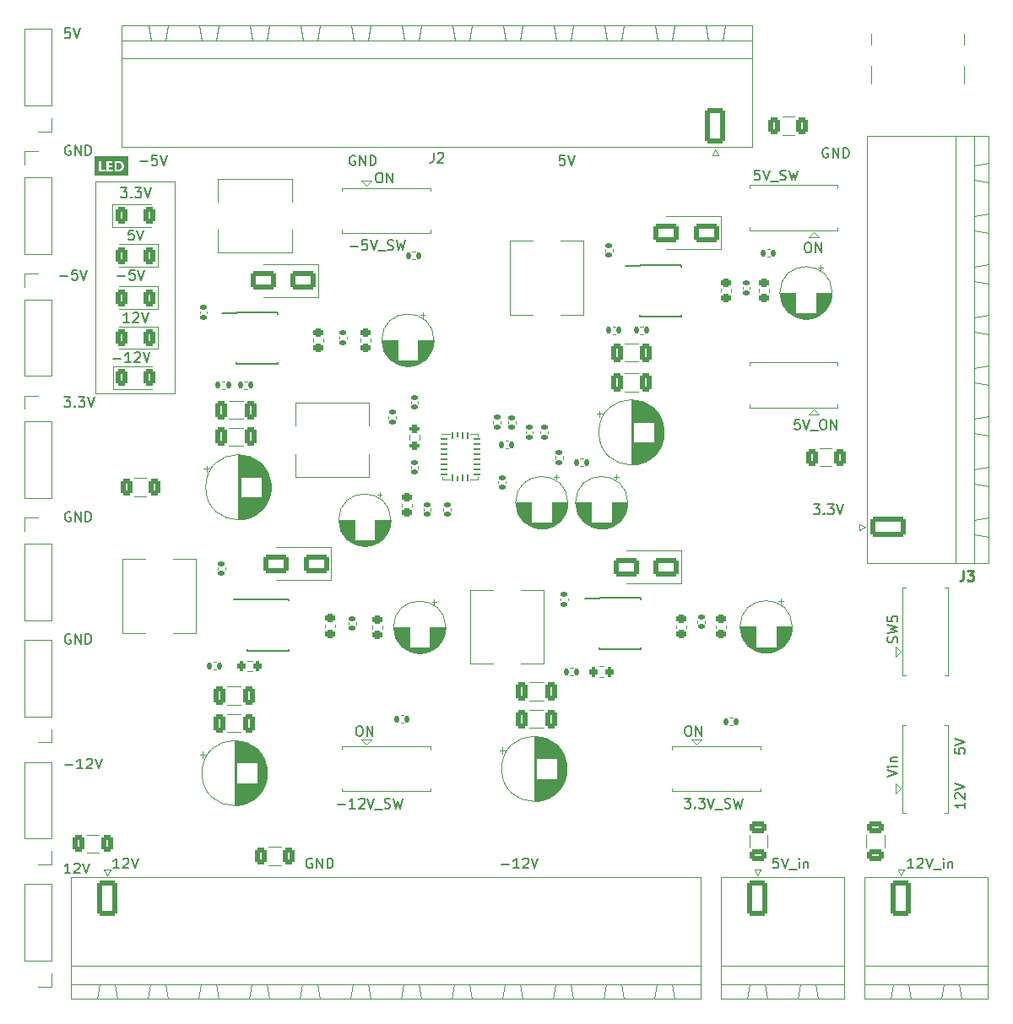
<source format=gto>
%TF.GenerationSoftware,KiCad,Pcbnew,7.0.2*%
%TF.CreationDate,2023-07-05T23:24:43+08:00*%
%TF.ProjectId,tps61088,74707336-3130-4383-982e-6b696361645f,rev?*%
%TF.SameCoordinates,Original*%
%TF.FileFunction,Legend,Top*%
%TF.FilePolarity,Positive*%
%FSLAX46Y46*%
G04 Gerber Fmt 4.6, Leading zero omitted, Abs format (unit mm)*
G04 Created by KiCad (PCBNEW 7.0.2) date 2023-07-05 23:24:43*
%MOMM*%
%LPD*%
G01*
G04 APERTURE LIST*
G04 Aperture macros list*
%AMRoundRect*
0 Rectangle with rounded corners*
0 $1 Rounding radius*
0 $2 $3 $4 $5 $6 $7 $8 $9 X,Y pos of 4 corners*
0 Add a 4 corners polygon primitive as box body*
4,1,4,$2,$3,$4,$5,$6,$7,$8,$9,$2,$3,0*
0 Add four circle primitives for the rounded corners*
1,1,$1+$1,$2,$3*
1,1,$1+$1,$4,$5*
1,1,$1+$1,$6,$7*
1,1,$1+$1,$8,$9*
0 Add four rect primitives between the rounded corners*
20,1,$1+$1,$2,$3,$4,$5,0*
20,1,$1+$1,$4,$5,$6,$7,0*
20,1,$1+$1,$6,$7,$8,$9,0*
20,1,$1+$1,$8,$9,$2,$3,0*%
%AMFreePoly0*
4,1,13,0.375000,1.525000,1.025000,1.525000,1.025000,-1.525000,0.375000,-1.525000,0.375000,-1.925000,-0.375000,-1.925000,-0.375000,-1.525000,-1.025000,-1.525000,-1.025000,1.525000,-0.375000,1.525000,-0.375000,1.925000,0.375000,1.925000,0.375000,1.525000,0.375000,1.525000,$1*%
G04 Aperture macros list end*
%ADD10C,0.100000*%
%ADD11C,0.150000*%
%ADD12C,0.200000*%
%ADD13C,0.250000*%
%ADD14C,0.120000*%
%ADD15O,3.500000X2.200000*%
%ADD16R,2.500000X1.500000*%
%ADD17O,2.500000X1.500000*%
%ADD18RoundRect,0.250000X-0.325000X-0.650000X0.325000X-0.650000X0.325000X0.650000X-0.325000X0.650000X0*%
%ADD19R,1.600000X1.600000*%
%ADD20C,1.600000*%
%ADD21R,1.500000X2.200000*%
%ADD22RoundRect,0.250000X-0.625000X0.375000X-0.625000X-0.375000X0.625000X-0.375000X0.625000X0.375000X0*%
%ADD23RoundRect,0.250000X-0.375000X-0.625000X0.375000X-0.625000X0.375000X0.625000X-0.375000X0.625000X0*%
%ADD24R,1.700000X1.700000*%
%ADD25O,1.700000X1.700000*%
%ADD26RoundRect,0.135000X-0.185000X0.135000X-0.185000X-0.135000X0.185000X-0.135000X0.185000X0.135000X0*%
%ADD27RoundRect,0.225000X0.250000X-0.225000X0.250000X0.225000X-0.250000X0.225000X-0.250000X-0.225000X0*%
%ADD28R,1.550000X0.600000*%
%ADD29R,2.600000X3.100000*%
%ADD30RoundRect,0.135000X0.185000X-0.135000X0.185000X0.135000X-0.185000X0.135000X-0.185000X-0.135000X0*%
%ADD31RoundRect,0.250000X0.375000X0.625000X-0.375000X0.625000X-0.375000X-0.625000X0.375000X-0.625000X0*%
%ADD32RoundRect,0.249999X0.790001X1.550001X-0.790001X1.550001X-0.790001X-1.550001X0.790001X-1.550001X0*%
%ADD33O,2.080000X3.600000*%
%ADD34RoundRect,0.140000X-0.170000X0.140000X-0.170000X-0.140000X0.170000X-0.140000X0.170000X0.140000X0*%
%ADD35RoundRect,0.050400X-0.069600X-0.249600X0.069600X-0.249600X0.069600X0.249600X-0.069600X0.249600X0*%
%ADD36RoundRect,0.050400X-0.249600X-0.069600X0.249600X-0.069600X0.249600X0.069600X-0.249600X0.069600X0*%
%ADD37RoundRect,0.050000X-0.050000X-0.250000X0.050000X-0.250000X0.050000X0.250000X-0.050000X0.250000X0*%
%ADD38FreePoly0,0.000000*%
%ADD39RoundRect,0.225000X-0.250000X0.225000X-0.250000X-0.225000X0.250000X-0.225000X0.250000X0.225000X0*%
%ADD40RoundRect,0.135000X-0.135000X-0.185000X0.135000X-0.185000X0.135000X0.185000X-0.135000X0.185000X0*%
%ADD41RoundRect,0.250000X1.000000X0.650000X-1.000000X0.650000X-1.000000X-0.650000X1.000000X-0.650000X0*%
%ADD42RoundRect,0.250000X0.625000X-0.375000X0.625000X0.375000X-0.625000X0.375000X-0.625000X-0.375000X0*%
%ADD43RoundRect,0.200000X-0.200000X-0.275000X0.200000X-0.275000X0.200000X0.275000X-0.200000X0.275000X0*%
%ADD44O,2.200000X3.500000*%
%ADD45R,1.500000X2.500000*%
%ADD46O,1.500000X2.500000*%
%ADD47R,2.200000X1.500000*%
%ADD48RoundRect,0.140000X0.170000X-0.140000X0.170000X0.140000X-0.170000X0.140000X-0.170000X-0.140000X0*%
%ADD49RoundRect,0.249999X-0.790001X-1.550001X0.790001X-1.550001X0.790001X1.550001X-0.790001X1.550001X0*%
%ADD50RoundRect,0.200000X0.275000X-0.200000X0.275000X0.200000X-0.275000X0.200000X-0.275000X-0.200000X0*%
%ADD51RoundRect,0.135000X0.135000X0.185000X-0.135000X0.185000X-0.135000X-0.185000X0.135000X-0.185000X0*%
%ADD52C,0.650000*%
%ADD53R,0.600000X1.150000*%
%ADD54R,0.300000X1.150000*%
%ADD55O,1.000000X2.100000*%
%ADD56O,1.000000X1.800000*%
%ADD57RoundRect,0.249999X1.550001X-0.790001X1.550001X0.790001X-1.550001X0.790001X-1.550001X-0.790001X0*%
%ADD58O,3.600000X2.080000*%
G04 APERTURE END LIST*
D10*
X109000000Y-64625000D02*
X117000000Y-64625000D01*
X117000000Y-85875000D01*
X109000000Y-85875000D01*
X109000000Y-64625000D01*
D11*
X168380952Y-119212619D02*
X168571428Y-119212619D01*
X168571428Y-119212619D02*
X168666666Y-119260238D01*
X168666666Y-119260238D02*
X168761904Y-119355476D01*
X168761904Y-119355476D02*
X168809523Y-119545952D01*
X168809523Y-119545952D02*
X168809523Y-119879285D01*
X168809523Y-119879285D02*
X168761904Y-120069761D01*
X168761904Y-120069761D02*
X168666666Y-120165000D01*
X168666666Y-120165000D02*
X168571428Y-120212619D01*
X168571428Y-120212619D02*
X168380952Y-120212619D01*
X168380952Y-120212619D02*
X168285714Y-120165000D01*
X168285714Y-120165000D02*
X168190476Y-120069761D01*
X168190476Y-120069761D02*
X168142857Y-119879285D01*
X168142857Y-119879285D02*
X168142857Y-119545952D01*
X168142857Y-119545952D02*
X168190476Y-119355476D01*
X168190476Y-119355476D02*
X168285714Y-119260238D01*
X168285714Y-119260238D02*
X168380952Y-119212619D01*
X169238095Y-120212619D02*
X169238095Y-119212619D01*
X169238095Y-119212619D02*
X169809523Y-120212619D01*
X169809523Y-120212619D02*
X169809523Y-119212619D01*
X137380952Y-63712619D02*
X137571428Y-63712619D01*
X137571428Y-63712619D02*
X137666666Y-63760238D01*
X137666666Y-63760238D02*
X137761904Y-63855476D01*
X137761904Y-63855476D02*
X137809523Y-64045952D01*
X137809523Y-64045952D02*
X137809523Y-64379285D01*
X137809523Y-64379285D02*
X137761904Y-64569761D01*
X137761904Y-64569761D02*
X137666666Y-64665000D01*
X137666666Y-64665000D02*
X137571428Y-64712619D01*
X137571428Y-64712619D02*
X137380952Y-64712619D01*
X137380952Y-64712619D02*
X137285714Y-64665000D01*
X137285714Y-64665000D02*
X137190476Y-64569761D01*
X137190476Y-64569761D02*
X137142857Y-64379285D01*
X137142857Y-64379285D02*
X137142857Y-64045952D01*
X137142857Y-64045952D02*
X137190476Y-63855476D01*
X137190476Y-63855476D02*
X137285714Y-63760238D01*
X137285714Y-63760238D02*
X137380952Y-63712619D01*
X138238095Y-64712619D02*
X138238095Y-63712619D01*
X138238095Y-63712619D02*
X138809523Y-64712619D01*
X138809523Y-64712619D02*
X138809523Y-63712619D01*
X168095238Y-126462619D02*
X168714285Y-126462619D01*
X168714285Y-126462619D02*
X168380952Y-126843571D01*
X168380952Y-126843571D02*
X168523809Y-126843571D01*
X168523809Y-126843571D02*
X168619047Y-126891190D01*
X168619047Y-126891190D02*
X168666666Y-126938809D01*
X168666666Y-126938809D02*
X168714285Y-127034047D01*
X168714285Y-127034047D02*
X168714285Y-127272142D01*
X168714285Y-127272142D02*
X168666666Y-127367380D01*
X168666666Y-127367380D02*
X168619047Y-127415000D01*
X168619047Y-127415000D02*
X168523809Y-127462619D01*
X168523809Y-127462619D02*
X168238095Y-127462619D01*
X168238095Y-127462619D02*
X168142857Y-127415000D01*
X168142857Y-127415000D02*
X168095238Y-127367380D01*
X169142857Y-127367380D02*
X169190476Y-127415000D01*
X169190476Y-127415000D02*
X169142857Y-127462619D01*
X169142857Y-127462619D02*
X169095238Y-127415000D01*
X169095238Y-127415000D02*
X169142857Y-127367380D01*
X169142857Y-127367380D02*
X169142857Y-127462619D01*
X169523809Y-126462619D02*
X170142856Y-126462619D01*
X170142856Y-126462619D02*
X169809523Y-126843571D01*
X169809523Y-126843571D02*
X169952380Y-126843571D01*
X169952380Y-126843571D02*
X170047618Y-126891190D01*
X170047618Y-126891190D02*
X170095237Y-126938809D01*
X170095237Y-126938809D02*
X170142856Y-127034047D01*
X170142856Y-127034047D02*
X170142856Y-127272142D01*
X170142856Y-127272142D02*
X170095237Y-127367380D01*
X170095237Y-127367380D02*
X170047618Y-127415000D01*
X170047618Y-127415000D02*
X169952380Y-127462619D01*
X169952380Y-127462619D02*
X169666666Y-127462619D01*
X169666666Y-127462619D02*
X169571428Y-127415000D01*
X169571428Y-127415000D02*
X169523809Y-127367380D01*
X170428571Y-126462619D02*
X170761904Y-127462619D01*
X170761904Y-127462619D02*
X171095237Y-126462619D01*
X171190476Y-127557857D02*
X171952380Y-127557857D01*
X172142857Y-127415000D02*
X172285714Y-127462619D01*
X172285714Y-127462619D02*
X172523809Y-127462619D01*
X172523809Y-127462619D02*
X172619047Y-127415000D01*
X172619047Y-127415000D02*
X172666666Y-127367380D01*
X172666666Y-127367380D02*
X172714285Y-127272142D01*
X172714285Y-127272142D02*
X172714285Y-127176904D01*
X172714285Y-127176904D02*
X172666666Y-127081666D01*
X172666666Y-127081666D02*
X172619047Y-127034047D01*
X172619047Y-127034047D02*
X172523809Y-126986428D01*
X172523809Y-126986428D02*
X172333333Y-126938809D01*
X172333333Y-126938809D02*
X172238095Y-126891190D01*
X172238095Y-126891190D02*
X172190476Y-126843571D01*
X172190476Y-126843571D02*
X172142857Y-126748333D01*
X172142857Y-126748333D02*
X172142857Y-126653095D01*
X172142857Y-126653095D02*
X172190476Y-126557857D01*
X172190476Y-126557857D02*
X172238095Y-126510238D01*
X172238095Y-126510238D02*
X172333333Y-126462619D01*
X172333333Y-126462619D02*
X172571428Y-126462619D01*
X172571428Y-126462619D02*
X172714285Y-126510238D01*
X173047619Y-126462619D02*
X173285714Y-127462619D01*
X173285714Y-127462619D02*
X173476190Y-126748333D01*
X173476190Y-126748333D02*
X173666666Y-127462619D01*
X173666666Y-127462619D02*
X173904762Y-126462619D01*
X105976190Y-123081666D02*
X106738095Y-123081666D01*
X107738094Y-123462619D02*
X107166666Y-123462619D01*
X107452380Y-123462619D02*
X107452380Y-122462619D01*
X107452380Y-122462619D02*
X107357142Y-122605476D01*
X107357142Y-122605476D02*
X107261904Y-122700714D01*
X107261904Y-122700714D02*
X107166666Y-122748333D01*
X108119047Y-122557857D02*
X108166666Y-122510238D01*
X108166666Y-122510238D02*
X108261904Y-122462619D01*
X108261904Y-122462619D02*
X108499999Y-122462619D01*
X108499999Y-122462619D02*
X108595237Y-122510238D01*
X108595237Y-122510238D02*
X108642856Y-122557857D01*
X108642856Y-122557857D02*
X108690475Y-122653095D01*
X108690475Y-122653095D02*
X108690475Y-122748333D01*
X108690475Y-122748333D02*
X108642856Y-122891190D01*
X108642856Y-122891190D02*
X108071428Y-123462619D01*
X108071428Y-123462619D02*
X108690475Y-123462619D01*
X108976190Y-122462619D02*
X109309523Y-123462619D01*
X109309523Y-123462619D02*
X109642856Y-122462619D01*
X106499999Y-133962619D02*
X105928571Y-133962619D01*
X106214285Y-133962619D02*
X106214285Y-132962619D01*
X106214285Y-132962619D02*
X106119047Y-133105476D01*
X106119047Y-133105476D02*
X106023809Y-133200714D01*
X106023809Y-133200714D02*
X105928571Y-133248333D01*
X106880952Y-133057857D02*
X106928571Y-133010238D01*
X106928571Y-133010238D02*
X107023809Y-132962619D01*
X107023809Y-132962619D02*
X107261904Y-132962619D01*
X107261904Y-132962619D02*
X107357142Y-133010238D01*
X107357142Y-133010238D02*
X107404761Y-133057857D01*
X107404761Y-133057857D02*
X107452380Y-133153095D01*
X107452380Y-133153095D02*
X107452380Y-133248333D01*
X107452380Y-133248333D02*
X107404761Y-133391190D01*
X107404761Y-133391190D02*
X106833333Y-133962619D01*
X106833333Y-133962619D02*
X107452380Y-133962619D01*
X107738095Y-132962619D02*
X108071428Y-133962619D01*
X108071428Y-133962619D02*
X108404761Y-132962619D01*
X177488095Y-132462619D02*
X177011905Y-132462619D01*
X177011905Y-132462619D02*
X176964286Y-132938809D01*
X176964286Y-132938809D02*
X177011905Y-132891190D01*
X177011905Y-132891190D02*
X177107143Y-132843571D01*
X177107143Y-132843571D02*
X177345238Y-132843571D01*
X177345238Y-132843571D02*
X177440476Y-132891190D01*
X177440476Y-132891190D02*
X177488095Y-132938809D01*
X177488095Y-132938809D02*
X177535714Y-133034047D01*
X177535714Y-133034047D02*
X177535714Y-133272142D01*
X177535714Y-133272142D02*
X177488095Y-133367380D01*
X177488095Y-133367380D02*
X177440476Y-133415000D01*
X177440476Y-133415000D02*
X177345238Y-133462619D01*
X177345238Y-133462619D02*
X177107143Y-133462619D01*
X177107143Y-133462619D02*
X177011905Y-133415000D01*
X177011905Y-133415000D02*
X176964286Y-133367380D01*
X177821429Y-132462619D02*
X178154762Y-133462619D01*
X178154762Y-133462619D02*
X178488095Y-132462619D01*
X178583334Y-133557857D02*
X179345238Y-133557857D01*
X179583334Y-133462619D02*
X179583334Y-132795952D01*
X179583334Y-132462619D02*
X179535715Y-132510238D01*
X179535715Y-132510238D02*
X179583334Y-132557857D01*
X179583334Y-132557857D02*
X179630953Y-132510238D01*
X179630953Y-132510238D02*
X179583334Y-132462619D01*
X179583334Y-132462619D02*
X179583334Y-132557857D01*
X180059524Y-132795952D02*
X180059524Y-133462619D01*
X180059524Y-132891190D02*
X180107143Y-132843571D01*
X180107143Y-132843571D02*
X180202381Y-132795952D01*
X180202381Y-132795952D02*
X180345238Y-132795952D01*
X180345238Y-132795952D02*
X180440476Y-132843571D01*
X180440476Y-132843571D02*
X180488095Y-132938809D01*
X180488095Y-132938809D02*
X180488095Y-133462619D01*
X133309524Y-127081666D02*
X134071429Y-127081666D01*
X135071428Y-127462619D02*
X134500000Y-127462619D01*
X134785714Y-127462619D02*
X134785714Y-126462619D01*
X134785714Y-126462619D02*
X134690476Y-126605476D01*
X134690476Y-126605476D02*
X134595238Y-126700714D01*
X134595238Y-126700714D02*
X134500000Y-126748333D01*
X135452381Y-126557857D02*
X135500000Y-126510238D01*
X135500000Y-126510238D02*
X135595238Y-126462619D01*
X135595238Y-126462619D02*
X135833333Y-126462619D01*
X135833333Y-126462619D02*
X135928571Y-126510238D01*
X135928571Y-126510238D02*
X135976190Y-126557857D01*
X135976190Y-126557857D02*
X136023809Y-126653095D01*
X136023809Y-126653095D02*
X136023809Y-126748333D01*
X136023809Y-126748333D02*
X135976190Y-126891190D01*
X135976190Y-126891190D02*
X135404762Y-127462619D01*
X135404762Y-127462619D02*
X136023809Y-127462619D01*
X136309524Y-126462619D02*
X136642857Y-127462619D01*
X136642857Y-127462619D02*
X136976190Y-126462619D01*
X137071429Y-127557857D02*
X137833333Y-127557857D01*
X138023810Y-127415000D02*
X138166667Y-127462619D01*
X138166667Y-127462619D02*
X138404762Y-127462619D01*
X138404762Y-127462619D02*
X138500000Y-127415000D01*
X138500000Y-127415000D02*
X138547619Y-127367380D01*
X138547619Y-127367380D02*
X138595238Y-127272142D01*
X138595238Y-127272142D02*
X138595238Y-127176904D01*
X138595238Y-127176904D02*
X138547619Y-127081666D01*
X138547619Y-127081666D02*
X138500000Y-127034047D01*
X138500000Y-127034047D02*
X138404762Y-126986428D01*
X138404762Y-126986428D02*
X138214286Y-126938809D01*
X138214286Y-126938809D02*
X138119048Y-126891190D01*
X138119048Y-126891190D02*
X138071429Y-126843571D01*
X138071429Y-126843571D02*
X138023810Y-126748333D01*
X138023810Y-126748333D02*
X138023810Y-126653095D01*
X138023810Y-126653095D02*
X138071429Y-126557857D01*
X138071429Y-126557857D02*
X138119048Y-126510238D01*
X138119048Y-126510238D02*
X138214286Y-126462619D01*
X138214286Y-126462619D02*
X138452381Y-126462619D01*
X138452381Y-126462619D02*
X138595238Y-126510238D01*
X138928572Y-126462619D02*
X139166667Y-127462619D01*
X139166667Y-127462619D02*
X139357143Y-126748333D01*
X139357143Y-126748333D02*
X139547619Y-127462619D01*
X139547619Y-127462619D02*
X139785715Y-126462619D01*
D12*
G36*
X111300864Y-62702782D02*
G01*
X111319420Y-62703824D01*
X111337523Y-62705560D01*
X111355174Y-62707991D01*
X111372373Y-62711117D01*
X111389120Y-62714937D01*
X111405415Y-62719452D01*
X111421257Y-62724661D01*
X111436648Y-62730565D01*
X111451585Y-62737163D01*
X111466071Y-62744456D01*
X111480105Y-62752444D01*
X111493686Y-62761126D01*
X111506815Y-62770502D01*
X111519492Y-62780574D01*
X111531716Y-62791339D01*
X111537637Y-62796949D01*
X111548914Y-62808577D01*
X111559439Y-62820751D01*
X111569213Y-62833471D01*
X111578234Y-62846736D01*
X111586504Y-62860547D01*
X111594022Y-62874904D01*
X111600789Y-62889807D01*
X111606803Y-62905255D01*
X111612066Y-62921249D01*
X111616577Y-62937789D01*
X111620336Y-62954875D01*
X111623343Y-62972506D01*
X111625598Y-62990683D01*
X111627102Y-63009406D01*
X111627854Y-63028674D01*
X111627948Y-63038513D01*
X111627858Y-63048705D01*
X111627588Y-63058763D01*
X111627139Y-63068689D01*
X111626509Y-63078481D01*
X111624711Y-63097667D01*
X111622193Y-63116320D01*
X111618956Y-63134440D01*
X111614999Y-63152029D01*
X111610323Y-63169085D01*
X111604928Y-63185608D01*
X111598813Y-63201600D01*
X111591979Y-63217058D01*
X111584426Y-63231985D01*
X111576153Y-63246379D01*
X111567161Y-63260241D01*
X111557449Y-63273570D01*
X111547019Y-63286367D01*
X111535868Y-63298632D01*
X111524117Y-63310255D01*
X111511822Y-63321129D01*
X111498983Y-63331252D01*
X111485600Y-63340626D01*
X111471673Y-63349250D01*
X111457203Y-63357124D01*
X111442189Y-63364248D01*
X111426631Y-63370622D01*
X111410529Y-63376247D01*
X111393883Y-63381121D01*
X111376694Y-63385245D01*
X111358960Y-63388620D01*
X111340683Y-63391245D01*
X111321862Y-63393119D01*
X111302497Y-63394244D01*
X111292611Y-63394525D01*
X111282588Y-63394619D01*
X111159002Y-63394619D01*
X111159002Y-62702435D01*
X111281856Y-62702435D01*
X111300864Y-62702782D01*
G37*
G36*
X112305278Y-64022857D02*
G01*
X108932195Y-64022857D01*
X108932195Y-62517055D01*
X109375052Y-62517055D01*
X109375052Y-63580000D01*
X110000314Y-63580000D01*
X110000314Y-63394619D01*
X109609525Y-63394619D01*
X109609525Y-62517055D01*
X110140020Y-62517055D01*
X110140020Y-63580000D01*
X110765282Y-63580000D01*
X110765282Y-63394619D01*
X110358862Y-63394619D01*
X110358862Y-63139630D01*
X110718387Y-63139630D01*
X110718387Y-62954738D01*
X110364968Y-62954738D01*
X110364968Y-62702435D01*
X110734019Y-62702435D01*
X110734019Y-62517055D01*
X110940160Y-62517055D01*
X110940160Y-62702435D01*
X110940160Y-63580000D01*
X111301639Y-63580000D01*
X111317014Y-63579854D01*
X111332212Y-63579417D01*
X111347232Y-63578688D01*
X111362074Y-63577668D01*
X111376739Y-63576356D01*
X111391227Y-63574753D01*
X111405537Y-63572858D01*
X111419670Y-63570672D01*
X111433625Y-63568195D01*
X111447403Y-63565426D01*
X111461003Y-63562366D01*
X111474426Y-63559014D01*
X111487671Y-63555370D01*
X111500739Y-63551435D01*
X111513630Y-63547209D01*
X111526343Y-63542691D01*
X111538878Y-63537882D01*
X111551237Y-63532781D01*
X111563417Y-63527389D01*
X111575420Y-63521706D01*
X111587246Y-63515730D01*
X111598894Y-63509464D01*
X111610365Y-63502906D01*
X111621659Y-63496056D01*
X111632775Y-63488915D01*
X111643713Y-63481483D01*
X111654474Y-63473759D01*
X111665058Y-63465743D01*
X111675464Y-63457437D01*
X111685692Y-63448838D01*
X111695743Y-63439948D01*
X111705617Y-63430767D01*
X111715264Y-63421345D01*
X111724605Y-63411733D01*
X111733640Y-63401932D01*
X111742368Y-63391940D01*
X111750790Y-63381759D01*
X111758906Y-63371387D01*
X111766715Y-63360826D01*
X111774219Y-63350075D01*
X111781416Y-63339135D01*
X111788307Y-63328004D01*
X111794891Y-63316683D01*
X111801169Y-63305173D01*
X111807141Y-63293473D01*
X111812807Y-63281582D01*
X111818167Y-63269502D01*
X111823220Y-63257233D01*
X111827967Y-63244773D01*
X111832408Y-63232123D01*
X111836542Y-63219284D01*
X111840370Y-63206255D01*
X111843892Y-63193035D01*
X111847108Y-63179626D01*
X111850018Y-63166027D01*
X111852621Y-63152239D01*
X111854918Y-63138260D01*
X111856908Y-63124092D01*
X111858593Y-63109733D01*
X111859971Y-63095185D01*
X111861043Y-63080447D01*
X111861808Y-63065519D01*
X111862268Y-63050401D01*
X111862421Y-63035094D01*
X111861875Y-63003222D01*
X111860235Y-62972362D01*
X111857503Y-62942514D01*
X111853678Y-62913678D01*
X111848760Y-62885854D01*
X111842749Y-62859041D01*
X111835645Y-62833241D01*
X111827448Y-62808452D01*
X111818159Y-62784674D01*
X111807776Y-62761909D01*
X111796301Y-62740155D01*
X111783733Y-62719414D01*
X111770072Y-62699684D01*
X111755318Y-62680965D01*
X111739471Y-62663259D01*
X111722531Y-62646564D01*
X111704498Y-62630882D01*
X111685373Y-62616211D01*
X111665154Y-62602551D01*
X111643843Y-62589904D01*
X111621438Y-62578268D01*
X111597941Y-62567644D01*
X111573351Y-62558032D01*
X111547668Y-62549432D01*
X111520892Y-62541844D01*
X111493024Y-62535267D01*
X111464062Y-62529702D01*
X111434008Y-62525149D01*
X111402860Y-62521608D01*
X111370620Y-62519078D01*
X111337287Y-62517561D01*
X111302861Y-62517055D01*
X110940160Y-62517055D01*
X110734019Y-62517055D01*
X110140020Y-62517055D01*
X109609525Y-62517055D01*
X109375052Y-62517055D01*
X108932195Y-62517055D01*
X108932195Y-62074198D01*
X112305278Y-62074198D01*
X112305278Y-64022857D01*
G37*
D11*
X106499999Y-97760238D02*
X106404761Y-97712619D01*
X106404761Y-97712619D02*
X106261904Y-97712619D01*
X106261904Y-97712619D02*
X106119047Y-97760238D01*
X106119047Y-97760238D02*
X106023809Y-97855476D01*
X106023809Y-97855476D02*
X105976190Y-97950714D01*
X105976190Y-97950714D02*
X105928571Y-98141190D01*
X105928571Y-98141190D02*
X105928571Y-98284047D01*
X105928571Y-98284047D02*
X105976190Y-98474523D01*
X105976190Y-98474523D02*
X106023809Y-98569761D01*
X106023809Y-98569761D02*
X106119047Y-98665000D01*
X106119047Y-98665000D02*
X106261904Y-98712619D01*
X106261904Y-98712619D02*
X106357142Y-98712619D01*
X106357142Y-98712619D02*
X106499999Y-98665000D01*
X106499999Y-98665000D02*
X106547618Y-98617380D01*
X106547618Y-98617380D02*
X106547618Y-98284047D01*
X106547618Y-98284047D02*
X106357142Y-98284047D01*
X106976190Y-98712619D02*
X106976190Y-97712619D01*
X106976190Y-97712619D02*
X107547618Y-98712619D01*
X107547618Y-98712619D02*
X107547618Y-97712619D01*
X108023809Y-98712619D02*
X108023809Y-97712619D01*
X108023809Y-97712619D02*
X108261904Y-97712619D01*
X108261904Y-97712619D02*
X108404761Y-97760238D01*
X108404761Y-97760238D02*
X108499999Y-97855476D01*
X108499999Y-97855476D02*
X108547618Y-97950714D01*
X108547618Y-97950714D02*
X108595237Y-98141190D01*
X108595237Y-98141190D02*
X108595237Y-98284047D01*
X108595237Y-98284047D02*
X108547618Y-98474523D01*
X108547618Y-98474523D02*
X108499999Y-98569761D01*
X108499999Y-98569761D02*
X108404761Y-98665000D01*
X108404761Y-98665000D02*
X108261904Y-98712619D01*
X108261904Y-98712619D02*
X108023809Y-98712619D01*
X113464286Y-62581666D02*
X114226191Y-62581666D01*
X115178571Y-61962619D02*
X114702381Y-61962619D01*
X114702381Y-61962619D02*
X114654762Y-62438809D01*
X114654762Y-62438809D02*
X114702381Y-62391190D01*
X114702381Y-62391190D02*
X114797619Y-62343571D01*
X114797619Y-62343571D02*
X115035714Y-62343571D01*
X115035714Y-62343571D02*
X115130952Y-62391190D01*
X115130952Y-62391190D02*
X115178571Y-62438809D01*
X115178571Y-62438809D02*
X115226190Y-62534047D01*
X115226190Y-62534047D02*
X115226190Y-62772142D01*
X115226190Y-62772142D02*
X115178571Y-62867380D01*
X115178571Y-62867380D02*
X115130952Y-62915000D01*
X115130952Y-62915000D02*
X115035714Y-62962619D01*
X115035714Y-62962619D02*
X114797619Y-62962619D01*
X114797619Y-62962619D02*
X114702381Y-62915000D01*
X114702381Y-62915000D02*
X114654762Y-62867380D01*
X115511905Y-61962619D02*
X115845238Y-62962619D01*
X115845238Y-62962619D02*
X116178571Y-61962619D01*
X156059523Y-61962619D02*
X155583333Y-61962619D01*
X155583333Y-61962619D02*
X155535714Y-62438809D01*
X155535714Y-62438809D02*
X155583333Y-62391190D01*
X155583333Y-62391190D02*
X155678571Y-62343571D01*
X155678571Y-62343571D02*
X155916666Y-62343571D01*
X155916666Y-62343571D02*
X156011904Y-62391190D01*
X156011904Y-62391190D02*
X156059523Y-62438809D01*
X156059523Y-62438809D02*
X156107142Y-62534047D01*
X156107142Y-62534047D02*
X156107142Y-62772142D01*
X156107142Y-62772142D02*
X156059523Y-62867380D01*
X156059523Y-62867380D02*
X156011904Y-62915000D01*
X156011904Y-62915000D02*
X155916666Y-62962619D01*
X155916666Y-62962619D02*
X155678571Y-62962619D01*
X155678571Y-62962619D02*
X155583333Y-62915000D01*
X155583333Y-62915000D02*
X155535714Y-62867380D01*
X156392857Y-61962619D02*
X156726190Y-62962619D01*
X156726190Y-62962619D02*
X157059523Y-61962619D01*
X196212619Y-126869047D02*
X196212619Y-127440475D01*
X196212619Y-127154761D02*
X195212619Y-127154761D01*
X195212619Y-127154761D02*
X195355476Y-127249999D01*
X195355476Y-127249999D02*
X195450714Y-127345237D01*
X195450714Y-127345237D02*
X195498333Y-127440475D01*
X195307857Y-126488094D02*
X195260238Y-126440475D01*
X195260238Y-126440475D02*
X195212619Y-126345237D01*
X195212619Y-126345237D02*
X195212619Y-126107142D01*
X195212619Y-126107142D02*
X195260238Y-126011904D01*
X195260238Y-126011904D02*
X195307857Y-125964285D01*
X195307857Y-125964285D02*
X195403095Y-125916666D01*
X195403095Y-125916666D02*
X195498333Y-125916666D01*
X195498333Y-125916666D02*
X195641190Y-125964285D01*
X195641190Y-125964285D02*
X196212619Y-126535713D01*
X196212619Y-126535713D02*
X196212619Y-125916666D01*
X195212619Y-125630951D02*
X196212619Y-125297618D01*
X196212619Y-125297618D02*
X195212619Y-124964285D01*
X180380952Y-70712619D02*
X180571428Y-70712619D01*
X180571428Y-70712619D02*
X180666666Y-70760238D01*
X180666666Y-70760238D02*
X180761904Y-70855476D01*
X180761904Y-70855476D02*
X180809523Y-71045952D01*
X180809523Y-71045952D02*
X180809523Y-71379285D01*
X180809523Y-71379285D02*
X180761904Y-71569761D01*
X180761904Y-71569761D02*
X180666666Y-71665000D01*
X180666666Y-71665000D02*
X180571428Y-71712619D01*
X180571428Y-71712619D02*
X180380952Y-71712619D01*
X180380952Y-71712619D02*
X180285714Y-71665000D01*
X180285714Y-71665000D02*
X180190476Y-71569761D01*
X180190476Y-71569761D02*
X180142857Y-71379285D01*
X180142857Y-71379285D02*
X180142857Y-71045952D01*
X180142857Y-71045952D02*
X180190476Y-70855476D01*
X180190476Y-70855476D02*
X180285714Y-70760238D01*
X180285714Y-70760238D02*
X180380952Y-70712619D01*
X181238095Y-71712619D02*
X181238095Y-70712619D01*
X181238095Y-70712619D02*
X181809523Y-71712619D01*
X181809523Y-71712619D02*
X181809523Y-70712619D01*
X195212619Y-121440476D02*
X195212619Y-121916666D01*
X195212619Y-121916666D02*
X195688809Y-121964285D01*
X195688809Y-121964285D02*
X195641190Y-121916666D01*
X195641190Y-121916666D02*
X195593571Y-121821428D01*
X195593571Y-121821428D02*
X195593571Y-121583333D01*
X195593571Y-121583333D02*
X195641190Y-121488095D01*
X195641190Y-121488095D02*
X195688809Y-121440476D01*
X195688809Y-121440476D02*
X195784047Y-121392857D01*
X195784047Y-121392857D02*
X196022142Y-121392857D01*
X196022142Y-121392857D02*
X196117380Y-121440476D01*
X196117380Y-121440476D02*
X196165000Y-121488095D01*
X196165000Y-121488095D02*
X196212619Y-121583333D01*
X196212619Y-121583333D02*
X196212619Y-121821428D01*
X196212619Y-121821428D02*
X196165000Y-121916666D01*
X196165000Y-121916666D02*
X196117380Y-121964285D01*
X195212619Y-121107142D02*
X196212619Y-120773809D01*
X196212619Y-120773809D02*
X195212619Y-120440476D01*
X130738095Y-132510238D02*
X130642857Y-132462619D01*
X130642857Y-132462619D02*
X130500000Y-132462619D01*
X130500000Y-132462619D02*
X130357143Y-132510238D01*
X130357143Y-132510238D02*
X130261905Y-132605476D01*
X130261905Y-132605476D02*
X130214286Y-132700714D01*
X130214286Y-132700714D02*
X130166667Y-132891190D01*
X130166667Y-132891190D02*
X130166667Y-133034047D01*
X130166667Y-133034047D02*
X130214286Y-133224523D01*
X130214286Y-133224523D02*
X130261905Y-133319761D01*
X130261905Y-133319761D02*
X130357143Y-133415000D01*
X130357143Y-133415000D02*
X130500000Y-133462619D01*
X130500000Y-133462619D02*
X130595238Y-133462619D01*
X130595238Y-133462619D02*
X130738095Y-133415000D01*
X130738095Y-133415000D02*
X130785714Y-133367380D01*
X130785714Y-133367380D02*
X130785714Y-133034047D01*
X130785714Y-133034047D02*
X130595238Y-133034047D01*
X131214286Y-133462619D02*
X131214286Y-132462619D01*
X131214286Y-132462619D02*
X131785714Y-133462619D01*
X131785714Y-133462619D02*
X131785714Y-132462619D01*
X132261905Y-133462619D02*
X132261905Y-132462619D01*
X132261905Y-132462619D02*
X132500000Y-132462619D01*
X132500000Y-132462619D02*
X132642857Y-132510238D01*
X132642857Y-132510238D02*
X132738095Y-132605476D01*
X132738095Y-132605476D02*
X132785714Y-132700714D01*
X132785714Y-132700714D02*
X132833333Y-132891190D01*
X132833333Y-132891190D02*
X132833333Y-133034047D01*
X132833333Y-133034047D02*
X132785714Y-133224523D01*
X132785714Y-133224523D02*
X132738095Y-133319761D01*
X132738095Y-133319761D02*
X132642857Y-133415000D01*
X132642857Y-133415000D02*
X132500000Y-133462619D01*
X132500000Y-133462619D02*
X132261905Y-133462619D01*
X149738095Y-133081666D02*
X150500000Y-133081666D01*
X151499999Y-133462619D02*
X150928571Y-133462619D01*
X151214285Y-133462619D02*
X151214285Y-132462619D01*
X151214285Y-132462619D02*
X151119047Y-132605476D01*
X151119047Y-132605476D02*
X151023809Y-132700714D01*
X151023809Y-132700714D02*
X150928571Y-132748333D01*
X151880952Y-132557857D02*
X151928571Y-132510238D01*
X151928571Y-132510238D02*
X152023809Y-132462619D01*
X152023809Y-132462619D02*
X152261904Y-132462619D01*
X152261904Y-132462619D02*
X152357142Y-132510238D01*
X152357142Y-132510238D02*
X152404761Y-132557857D01*
X152404761Y-132557857D02*
X152452380Y-132653095D01*
X152452380Y-132653095D02*
X152452380Y-132748333D01*
X152452380Y-132748333D02*
X152404761Y-132891190D01*
X152404761Y-132891190D02*
X151833333Y-133462619D01*
X151833333Y-133462619D02*
X152452380Y-133462619D01*
X152738095Y-132462619D02*
X153071428Y-133462619D01*
X153071428Y-133462619D02*
X153404761Y-132462619D01*
X106499999Y-61010238D02*
X106404761Y-60962619D01*
X106404761Y-60962619D02*
X106261904Y-60962619D01*
X106261904Y-60962619D02*
X106119047Y-61010238D01*
X106119047Y-61010238D02*
X106023809Y-61105476D01*
X106023809Y-61105476D02*
X105976190Y-61200714D01*
X105976190Y-61200714D02*
X105928571Y-61391190D01*
X105928571Y-61391190D02*
X105928571Y-61534047D01*
X105928571Y-61534047D02*
X105976190Y-61724523D01*
X105976190Y-61724523D02*
X106023809Y-61819761D01*
X106023809Y-61819761D02*
X106119047Y-61915000D01*
X106119047Y-61915000D02*
X106261904Y-61962619D01*
X106261904Y-61962619D02*
X106357142Y-61962619D01*
X106357142Y-61962619D02*
X106499999Y-61915000D01*
X106499999Y-61915000D02*
X106547618Y-61867380D01*
X106547618Y-61867380D02*
X106547618Y-61534047D01*
X106547618Y-61534047D02*
X106357142Y-61534047D01*
X106976190Y-61962619D02*
X106976190Y-60962619D01*
X106976190Y-60962619D02*
X107547618Y-61962619D01*
X107547618Y-61962619D02*
X107547618Y-60962619D01*
X108023809Y-61962619D02*
X108023809Y-60962619D01*
X108023809Y-60962619D02*
X108261904Y-60962619D01*
X108261904Y-60962619D02*
X108404761Y-61010238D01*
X108404761Y-61010238D02*
X108499999Y-61105476D01*
X108499999Y-61105476D02*
X108547618Y-61200714D01*
X108547618Y-61200714D02*
X108595237Y-61391190D01*
X108595237Y-61391190D02*
X108595237Y-61534047D01*
X108595237Y-61534047D02*
X108547618Y-61724523D01*
X108547618Y-61724523D02*
X108499999Y-61819761D01*
X108499999Y-61819761D02*
X108404761Y-61915000D01*
X108404761Y-61915000D02*
X108261904Y-61962619D01*
X108261904Y-61962619D02*
X108023809Y-61962619D01*
X105464286Y-74081666D02*
X106226191Y-74081666D01*
X107178571Y-73462619D02*
X106702381Y-73462619D01*
X106702381Y-73462619D02*
X106654762Y-73938809D01*
X106654762Y-73938809D02*
X106702381Y-73891190D01*
X106702381Y-73891190D02*
X106797619Y-73843571D01*
X106797619Y-73843571D02*
X107035714Y-73843571D01*
X107035714Y-73843571D02*
X107130952Y-73891190D01*
X107130952Y-73891190D02*
X107178571Y-73938809D01*
X107178571Y-73938809D02*
X107226190Y-74034047D01*
X107226190Y-74034047D02*
X107226190Y-74272142D01*
X107226190Y-74272142D02*
X107178571Y-74367380D01*
X107178571Y-74367380D02*
X107130952Y-74415000D01*
X107130952Y-74415000D02*
X107035714Y-74462619D01*
X107035714Y-74462619D02*
X106797619Y-74462619D01*
X106797619Y-74462619D02*
X106702381Y-74415000D01*
X106702381Y-74415000D02*
X106654762Y-74367380D01*
X107511905Y-73462619D02*
X107845238Y-74462619D01*
X107845238Y-74462619D02*
X108178571Y-73462619D01*
X105880952Y-86212619D02*
X106499999Y-86212619D01*
X106499999Y-86212619D02*
X106166666Y-86593571D01*
X106166666Y-86593571D02*
X106309523Y-86593571D01*
X106309523Y-86593571D02*
X106404761Y-86641190D01*
X106404761Y-86641190D02*
X106452380Y-86688809D01*
X106452380Y-86688809D02*
X106499999Y-86784047D01*
X106499999Y-86784047D02*
X106499999Y-87022142D01*
X106499999Y-87022142D02*
X106452380Y-87117380D01*
X106452380Y-87117380D02*
X106404761Y-87165000D01*
X106404761Y-87165000D02*
X106309523Y-87212619D01*
X106309523Y-87212619D02*
X106023809Y-87212619D01*
X106023809Y-87212619D02*
X105928571Y-87165000D01*
X105928571Y-87165000D02*
X105880952Y-87117380D01*
X106928571Y-87117380D02*
X106976190Y-87165000D01*
X106976190Y-87165000D02*
X106928571Y-87212619D01*
X106928571Y-87212619D02*
X106880952Y-87165000D01*
X106880952Y-87165000D02*
X106928571Y-87117380D01*
X106928571Y-87117380D02*
X106928571Y-87212619D01*
X107309523Y-86212619D02*
X107928570Y-86212619D01*
X107928570Y-86212619D02*
X107595237Y-86593571D01*
X107595237Y-86593571D02*
X107738094Y-86593571D01*
X107738094Y-86593571D02*
X107833332Y-86641190D01*
X107833332Y-86641190D02*
X107880951Y-86688809D01*
X107880951Y-86688809D02*
X107928570Y-86784047D01*
X107928570Y-86784047D02*
X107928570Y-87022142D01*
X107928570Y-87022142D02*
X107880951Y-87117380D01*
X107880951Y-87117380D02*
X107833332Y-87165000D01*
X107833332Y-87165000D02*
X107738094Y-87212619D01*
X107738094Y-87212619D02*
X107452380Y-87212619D01*
X107452380Y-87212619D02*
X107357142Y-87165000D01*
X107357142Y-87165000D02*
X107309523Y-87117380D01*
X108214285Y-86212619D02*
X108547618Y-87212619D01*
X108547618Y-87212619D02*
X108880951Y-86212619D01*
X135047618Y-62010238D02*
X134952380Y-61962619D01*
X134952380Y-61962619D02*
X134809523Y-61962619D01*
X134809523Y-61962619D02*
X134666666Y-62010238D01*
X134666666Y-62010238D02*
X134571428Y-62105476D01*
X134571428Y-62105476D02*
X134523809Y-62200714D01*
X134523809Y-62200714D02*
X134476190Y-62391190D01*
X134476190Y-62391190D02*
X134476190Y-62534047D01*
X134476190Y-62534047D02*
X134523809Y-62724523D01*
X134523809Y-62724523D02*
X134571428Y-62819761D01*
X134571428Y-62819761D02*
X134666666Y-62915000D01*
X134666666Y-62915000D02*
X134809523Y-62962619D01*
X134809523Y-62962619D02*
X134904761Y-62962619D01*
X134904761Y-62962619D02*
X135047618Y-62915000D01*
X135047618Y-62915000D02*
X135095237Y-62867380D01*
X135095237Y-62867380D02*
X135095237Y-62534047D01*
X135095237Y-62534047D02*
X134904761Y-62534047D01*
X135523809Y-62962619D02*
X135523809Y-61962619D01*
X135523809Y-61962619D02*
X136095237Y-62962619D01*
X136095237Y-62962619D02*
X136095237Y-61962619D01*
X136571428Y-62962619D02*
X136571428Y-61962619D01*
X136571428Y-61962619D02*
X136809523Y-61962619D01*
X136809523Y-61962619D02*
X136952380Y-62010238D01*
X136952380Y-62010238D02*
X137047618Y-62105476D01*
X137047618Y-62105476D02*
X137095237Y-62200714D01*
X137095237Y-62200714D02*
X137142856Y-62391190D01*
X137142856Y-62391190D02*
X137142856Y-62534047D01*
X137142856Y-62534047D02*
X137095237Y-62724523D01*
X137095237Y-62724523D02*
X137047618Y-62819761D01*
X137047618Y-62819761D02*
X136952380Y-62915000D01*
X136952380Y-62915000D02*
X136809523Y-62962619D01*
X136809523Y-62962619D02*
X136571428Y-62962619D01*
X182488095Y-61260238D02*
X182392857Y-61212619D01*
X182392857Y-61212619D02*
X182250000Y-61212619D01*
X182250000Y-61212619D02*
X182107143Y-61260238D01*
X182107143Y-61260238D02*
X182011905Y-61355476D01*
X182011905Y-61355476D02*
X181964286Y-61450714D01*
X181964286Y-61450714D02*
X181916667Y-61641190D01*
X181916667Y-61641190D02*
X181916667Y-61784047D01*
X181916667Y-61784047D02*
X181964286Y-61974523D01*
X181964286Y-61974523D02*
X182011905Y-62069761D01*
X182011905Y-62069761D02*
X182107143Y-62165000D01*
X182107143Y-62165000D02*
X182250000Y-62212619D01*
X182250000Y-62212619D02*
X182345238Y-62212619D01*
X182345238Y-62212619D02*
X182488095Y-62165000D01*
X182488095Y-62165000D02*
X182535714Y-62117380D01*
X182535714Y-62117380D02*
X182535714Y-61784047D01*
X182535714Y-61784047D02*
X182345238Y-61784047D01*
X182964286Y-62212619D02*
X182964286Y-61212619D01*
X182964286Y-61212619D02*
X183535714Y-62212619D01*
X183535714Y-62212619D02*
X183535714Y-61212619D01*
X184011905Y-62212619D02*
X184011905Y-61212619D01*
X184011905Y-61212619D02*
X184250000Y-61212619D01*
X184250000Y-61212619D02*
X184392857Y-61260238D01*
X184392857Y-61260238D02*
X184488095Y-61355476D01*
X184488095Y-61355476D02*
X184535714Y-61450714D01*
X184535714Y-61450714D02*
X184583333Y-61641190D01*
X184583333Y-61641190D02*
X184583333Y-61784047D01*
X184583333Y-61784047D02*
X184535714Y-61974523D01*
X184535714Y-61974523D02*
X184488095Y-62069761D01*
X184488095Y-62069761D02*
X184392857Y-62165000D01*
X184392857Y-62165000D02*
X184250000Y-62212619D01*
X184250000Y-62212619D02*
X184011905Y-62212619D01*
X191059523Y-133462619D02*
X190488095Y-133462619D01*
X190773809Y-133462619D02*
X190773809Y-132462619D01*
X190773809Y-132462619D02*
X190678571Y-132605476D01*
X190678571Y-132605476D02*
X190583333Y-132700714D01*
X190583333Y-132700714D02*
X190488095Y-132748333D01*
X191440476Y-132557857D02*
X191488095Y-132510238D01*
X191488095Y-132510238D02*
X191583333Y-132462619D01*
X191583333Y-132462619D02*
X191821428Y-132462619D01*
X191821428Y-132462619D02*
X191916666Y-132510238D01*
X191916666Y-132510238D02*
X191964285Y-132557857D01*
X191964285Y-132557857D02*
X192011904Y-132653095D01*
X192011904Y-132653095D02*
X192011904Y-132748333D01*
X192011904Y-132748333D02*
X191964285Y-132891190D01*
X191964285Y-132891190D02*
X191392857Y-133462619D01*
X191392857Y-133462619D02*
X192011904Y-133462619D01*
X192297619Y-132462619D02*
X192630952Y-133462619D01*
X192630952Y-133462619D02*
X192964285Y-132462619D01*
X193059524Y-133557857D02*
X193821428Y-133557857D01*
X194059524Y-133462619D02*
X194059524Y-132795952D01*
X194059524Y-132462619D02*
X194011905Y-132510238D01*
X194011905Y-132510238D02*
X194059524Y-132557857D01*
X194059524Y-132557857D02*
X194107143Y-132510238D01*
X194107143Y-132510238D02*
X194059524Y-132462619D01*
X194059524Y-132462619D02*
X194059524Y-132557857D01*
X194535714Y-132795952D02*
X194535714Y-133462619D01*
X194535714Y-132891190D02*
X194583333Y-132843571D01*
X194583333Y-132843571D02*
X194678571Y-132795952D01*
X194678571Y-132795952D02*
X194821428Y-132795952D01*
X194821428Y-132795952D02*
X194916666Y-132843571D01*
X194916666Y-132843571D02*
X194964285Y-132938809D01*
X194964285Y-132938809D02*
X194964285Y-133462619D01*
X135380952Y-119212619D02*
X135571428Y-119212619D01*
X135571428Y-119212619D02*
X135666666Y-119260238D01*
X135666666Y-119260238D02*
X135761904Y-119355476D01*
X135761904Y-119355476D02*
X135809523Y-119545952D01*
X135809523Y-119545952D02*
X135809523Y-119879285D01*
X135809523Y-119879285D02*
X135761904Y-120069761D01*
X135761904Y-120069761D02*
X135666666Y-120165000D01*
X135666666Y-120165000D02*
X135571428Y-120212619D01*
X135571428Y-120212619D02*
X135380952Y-120212619D01*
X135380952Y-120212619D02*
X135285714Y-120165000D01*
X135285714Y-120165000D02*
X135190476Y-120069761D01*
X135190476Y-120069761D02*
X135142857Y-119879285D01*
X135142857Y-119879285D02*
X135142857Y-119545952D01*
X135142857Y-119545952D02*
X135190476Y-119355476D01*
X135190476Y-119355476D02*
X135285714Y-119260238D01*
X135285714Y-119260238D02*
X135380952Y-119212619D01*
X136238095Y-120212619D02*
X136238095Y-119212619D01*
X136238095Y-119212619D02*
X136809523Y-120212619D01*
X136809523Y-120212619D02*
X136809523Y-119212619D01*
X111561310Y-65212619D02*
X112180357Y-65212619D01*
X112180357Y-65212619D02*
X111847024Y-65593571D01*
X111847024Y-65593571D02*
X111989881Y-65593571D01*
X111989881Y-65593571D02*
X112085119Y-65641190D01*
X112085119Y-65641190D02*
X112132738Y-65688809D01*
X112132738Y-65688809D02*
X112180357Y-65784047D01*
X112180357Y-65784047D02*
X112180357Y-66022142D01*
X112180357Y-66022142D02*
X112132738Y-66117380D01*
X112132738Y-66117380D02*
X112085119Y-66165000D01*
X112085119Y-66165000D02*
X111989881Y-66212619D01*
X111989881Y-66212619D02*
X111704167Y-66212619D01*
X111704167Y-66212619D02*
X111608929Y-66165000D01*
X111608929Y-66165000D02*
X111561310Y-66117380D01*
X112608929Y-66117380D02*
X112656548Y-66165000D01*
X112656548Y-66165000D02*
X112608929Y-66212619D01*
X112608929Y-66212619D02*
X112561310Y-66165000D01*
X112561310Y-66165000D02*
X112608929Y-66117380D01*
X112608929Y-66117380D02*
X112608929Y-66212619D01*
X112989881Y-65212619D02*
X113608928Y-65212619D01*
X113608928Y-65212619D02*
X113275595Y-65593571D01*
X113275595Y-65593571D02*
X113418452Y-65593571D01*
X113418452Y-65593571D02*
X113513690Y-65641190D01*
X113513690Y-65641190D02*
X113561309Y-65688809D01*
X113561309Y-65688809D02*
X113608928Y-65784047D01*
X113608928Y-65784047D02*
X113608928Y-66022142D01*
X113608928Y-66022142D02*
X113561309Y-66117380D01*
X113561309Y-66117380D02*
X113513690Y-66165000D01*
X113513690Y-66165000D02*
X113418452Y-66212619D01*
X113418452Y-66212619D02*
X113132738Y-66212619D01*
X113132738Y-66212619D02*
X113037500Y-66165000D01*
X113037500Y-66165000D02*
X112989881Y-66117380D01*
X113894643Y-65212619D02*
X114227976Y-66212619D01*
X114227976Y-66212619D02*
X114561309Y-65212619D01*
X179630952Y-88462619D02*
X179154762Y-88462619D01*
X179154762Y-88462619D02*
X179107143Y-88938809D01*
X179107143Y-88938809D02*
X179154762Y-88891190D01*
X179154762Y-88891190D02*
X179250000Y-88843571D01*
X179250000Y-88843571D02*
X179488095Y-88843571D01*
X179488095Y-88843571D02*
X179583333Y-88891190D01*
X179583333Y-88891190D02*
X179630952Y-88938809D01*
X179630952Y-88938809D02*
X179678571Y-89034047D01*
X179678571Y-89034047D02*
X179678571Y-89272142D01*
X179678571Y-89272142D02*
X179630952Y-89367380D01*
X179630952Y-89367380D02*
X179583333Y-89415000D01*
X179583333Y-89415000D02*
X179488095Y-89462619D01*
X179488095Y-89462619D02*
X179250000Y-89462619D01*
X179250000Y-89462619D02*
X179154762Y-89415000D01*
X179154762Y-89415000D02*
X179107143Y-89367380D01*
X179964286Y-88462619D02*
X180297619Y-89462619D01*
X180297619Y-89462619D02*
X180630952Y-88462619D01*
X180726191Y-89557857D02*
X181488095Y-89557857D01*
X181916667Y-88462619D02*
X182107143Y-88462619D01*
X182107143Y-88462619D02*
X182202381Y-88510238D01*
X182202381Y-88510238D02*
X182297619Y-88605476D01*
X182297619Y-88605476D02*
X182345238Y-88795952D01*
X182345238Y-88795952D02*
X182345238Y-89129285D01*
X182345238Y-89129285D02*
X182297619Y-89319761D01*
X182297619Y-89319761D02*
X182202381Y-89415000D01*
X182202381Y-89415000D02*
X182107143Y-89462619D01*
X182107143Y-89462619D02*
X181916667Y-89462619D01*
X181916667Y-89462619D02*
X181821429Y-89415000D01*
X181821429Y-89415000D02*
X181726191Y-89319761D01*
X181726191Y-89319761D02*
X181678572Y-89129285D01*
X181678572Y-89129285D02*
X181678572Y-88795952D01*
X181678572Y-88795952D02*
X181726191Y-88605476D01*
X181726191Y-88605476D02*
X181821429Y-88510238D01*
X181821429Y-88510238D02*
X181916667Y-88462619D01*
X182773810Y-89462619D02*
X182773810Y-88462619D01*
X182773810Y-88462619D02*
X183345238Y-89462619D01*
X183345238Y-89462619D02*
X183345238Y-88462619D01*
X106499999Y-110010238D02*
X106404761Y-109962619D01*
X106404761Y-109962619D02*
X106261904Y-109962619D01*
X106261904Y-109962619D02*
X106119047Y-110010238D01*
X106119047Y-110010238D02*
X106023809Y-110105476D01*
X106023809Y-110105476D02*
X105976190Y-110200714D01*
X105976190Y-110200714D02*
X105928571Y-110391190D01*
X105928571Y-110391190D02*
X105928571Y-110534047D01*
X105928571Y-110534047D02*
X105976190Y-110724523D01*
X105976190Y-110724523D02*
X106023809Y-110819761D01*
X106023809Y-110819761D02*
X106119047Y-110915000D01*
X106119047Y-110915000D02*
X106261904Y-110962619D01*
X106261904Y-110962619D02*
X106357142Y-110962619D01*
X106357142Y-110962619D02*
X106499999Y-110915000D01*
X106499999Y-110915000D02*
X106547618Y-110867380D01*
X106547618Y-110867380D02*
X106547618Y-110534047D01*
X106547618Y-110534047D02*
X106357142Y-110534047D01*
X106976190Y-110962619D02*
X106976190Y-109962619D01*
X106976190Y-109962619D02*
X107547618Y-110962619D01*
X107547618Y-110962619D02*
X107547618Y-109962619D01*
X108023809Y-110962619D02*
X108023809Y-109962619D01*
X108023809Y-109962619D02*
X108261904Y-109962619D01*
X108261904Y-109962619D02*
X108404761Y-110010238D01*
X108404761Y-110010238D02*
X108499999Y-110105476D01*
X108499999Y-110105476D02*
X108547618Y-110200714D01*
X108547618Y-110200714D02*
X108595237Y-110391190D01*
X108595237Y-110391190D02*
X108595237Y-110534047D01*
X108595237Y-110534047D02*
X108547618Y-110724523D01*
X108547618Y-110724523D02*
X108499999Y-110819761D01*
X108499999Y-110819761D02*
X108404761Y-110915000D01*
X108404761Y-110915000D02*
X108261904Y-110962619D01*
X108261904Y-110962619D02*
X108023809Y-110962619D01*
X181023810Y-96962619D02*
X181642857Y-96962619D01*
X181642857Y-96962619D02*
X181309524Y-97343571D01*
X181309524Y-97343571D02*
X181452381Y-97343571D01*
X181452381Y-97343571D02*
X181547619Y-97391190D01*
X181547619Y-97391190D02*
X181595238Y-97438809D01*
X181595238Y-97438809D02*
X181642857Y-97534047D01*
X181642857Y-97534047D02*
X181642857Y-97772142D01*
X181642857Y-97772142D02*
X181595238Y-97867380D01*
X181595238Y-97867380D02*
X181547619Y-97915000D01*
X181547619Y-97915000D02*
X181452381Y-97962619D01*
X181452381Y-97962619D02*
X181166667Y-97962619D01*
X181166667Y-97962619D02*
X181071429Y-97915000D01*
X181071429Y-97915000D02*
X181023810Y-97867380D01*
X182071429Y-97867380D02*
X182119048Y-97915000D01*
X182119048Y-97915000D02*
X182071429Y-97962619D01*
X182071429Y-97962619D02*
X182023810Y-97915000D01*
X182023810Y-97915000D02*
X182071429Y-97867380D01*
X182071429Y-97867380D02*
X182071429Y-97962619D01*
X182452381Y-96962619D02*
X183071428Y-96962619D01*
X183071428Y-96962619D02*
X182738095Y-97343571D01*
X182738095Y-97343571D02*
X182880952Y-97343571D01*
X182880952Y-97343571D02*
X182976190Y-97391190D01*
X182976190Y-97391190D02*
X183023809Y-97438809D01*
X183023809Y-97438809D02*
X183071428Y-97534047D01*
X183071428Y-97534047D02*
X183071428Y-97772142D01*
X183071428Y-97772142D02*
X183023809Y-97867380D01*
X183023809Y-97867380D02*
X182976190Y-97915000D01*
X182976190Y-97915000D02*
X182880952Y-97962619D01*
X182880952Y-97962619D02*
X182595238Y-97962619D01*
X182595238Y-97962619D02*
X182500000Y-97915000D01*
X182500000Y-97915000D02*
X182452381Y-97867380D01*
X183357143Y-96962619D02*
X183690476Y-97962619D01*
X183690476Y-97962619D02*
X184023809Y-96962619D01*
X106452380Y-49212619D02*
X105976190Y-49212619D01*
X105976190Y-49212619D02*
X105928571Y-49688809D01*
X105928571Y-49688809D02*
X105976190Y-49641190D01*
X105976190Y-49641190D02*
X106071428Y-49593571D01*
X106071428Y-49593571D02*
X106309523Y-49593571D01*
X106309523Y-49593571D02*
X106404761Y-49641190D01*
X106404761Y-49641190D02*
X106452380Y-49688809D01*
X106452380Y-49688809D02*
X106499999Y-49784047D01*
X106499999Y-49784047D02*
X106499999Y-50022142D01*
X106499999Y-50022142D02*
X106452380Y-50117380D01*
X106452380Y-50117380D02*
X106404761Y-50165000D01*
X106404761Y-50165000D02*
X106309523Y-50212619D01*
X106309523Y-50212619D02*
X106071428Y-50212619D01*
X106071428Y-50212619D02*
X105976190Y-50165000D01*
X105976190Y-50165000D02*
X105928571Y-50117380D01*
X106785714Y-49212619D02*
X107119047Y-50212619D01*
X107119047Y-50212619D02*
X107452380Y-49212619D01*
%TO.C,Vin*%
X188462619Y-124273808D02*
X189462619Y-123940475D01*
X189462619Y-123940475D02*
X188462619Y-123607142D01*
X189462619Y-123273808D02*
X188795952Y-123273808D01*
X188462619Y-123273808D02*
X188510238Y-123321427D01*
X188510238Y-123321427D02*
X188557857Y-123273808D01*
X188557857Y-123273808D02*
X188510238Y-123226189D01*
X188510238Y-123226189D02*
X188462619Y-123273808D01*
X188462619Y-123273808D02*
X188557857Y-123273808D01*
X188795952Y-122797618D02*
X189462619Y-122797618D01*
X188891190Y-122797618D02*
X188843571Y-122749999D01*
X188843571Y-122749999D02*
X188795952Y-122654761D01*
X188795952Y-122654761D02*
X188795952Y-122511904D01*
X188795952Y-122511904D02*
X188843571Y-122416666D01*
X188843571Y-122416666D02*
X188938809Y-122369047D01*
X188938809Y-122369047D02*
X189462619Y-122369047D01*
%TO.C,D8*%
X111231786Y-74081666D02*
X111993691Y-74081666D01*
X112946071Y-73462619D02*
X112469881Y-73462619D01*
X112469881Y-73462619D02*
X112422262Y-73938809D01*
X112422262Y-73938809D02*
X112469881Y-73891190D01*
X112469881Y-73891190D02*
X112565119Y-73843571D01*
X112565119Y-73843571D02*
X112803214Y-73843571D01*
X112803214Y-73843571D02*
X112898452Y-73891190D01*
X112898452Y-73891190D02*
X112946071Y-73938809D01*
X112946071Y-73938809D02*
X112993690Y-74034047D01*
X112993690Y-74034047D02*
X112993690Y-74272142D01*
X112993690Y-74272142D02*
X112946071Y-74367380D01*
X112946071Y-74367380D02*
X112898452Y-74415000D01*
X112898452Y-74415000D02*
X112803214Y-74462619D01*
X112803214Y-74462619D02*
X112565119Y-74462619D01*
X112565119Y-74462619D02*
X112469881Y-74415000D01*
X112469881Y-74415000D02*
X112422262Y-74367380D01*
X113279405Y-73462619D02*
X113612738Y-74462619D01*
X113612738Y-74462619D02*
X113946071Y-73462619D01*
%TO.C,J2*%
X142916666Y-61690119D02*
X142916666Y-62404404D01*
X142916666Y-62404404D02*
X142869047Y-62547261D01*
X142869047Y-62547261D02*
X142773809Y-62642500D01*
X142773809Y-62642500D02*
X142630952Y-62690119D01*
X142630952Y-62690119D02*
X142535714Y-62690119D01*
X143345238Y-61785357D02*
X143392857Y-61737738D01*
X143392857Y-61737738D02*
X143488095Y-61690119D01*
X143488095Y-61690119D02*
X143726190Y-61690119D01*
X143726190Y-61690119D02*
X143821428Y-61737738D01*
X143821428Y-61737738D02*
X143869047Y-61785357D01*
X143869047Y-61785357D02*
X143916666Y-61880595D01*
X143916666Y-61880595D02*
X143916666Y-61975833D01*
X143916666Y-61975833D02*
X143869047Y-62118690D01*
X143869047Y-62118690D02*
X143297619Y-62690119D01*
X143297619Y-62690119D02*
X143916666Y-62690119D01*
%TO.C,5V_SW*%
X175630952Y-63462619D02*
X175154762Y-63462619D01*
X175154762Y-63462619D02*
X175107143Y-63938809D01*
X175107143Y-63938809D02*
X175154762Y-63891190D01*
X175154762Y-63891190D02*
X175250000Y-63843571D01*
X175250000Y-63843571D02*
X175488095Y-63843571D01*
X175488095Y-63843571D02*
X175583333Y-63891190D01*
X175583333Y-63891190D02*
X175630952Y-63938809D01*
X175630952Y-63938809D02*
X175678571Y-64034047D01*
X175678571Y-64034047D02*
X175678571Y-64272142D01*
X175678571Y-64272142D02*
X175630952Y-64367380D01*
X175630952Y-64367380D02*
X175583333Y-64415000D01*
X175583333Y-64415000D02*
X175488095Y-64462619D01*
X175488095Y-64462619D02*
X175250000Y-64462619D01*
X175250000Y-64462619D02*
X175154762Y-64415000D01*
X175154762Y-64415000D02*
X175107143Y-64367380D01*
X175964286Y-63462619D02*
X176297619Y-64462619D01*
X176297619Y-64462619D02*
X176630952Y-63462619D01*
X176726191Y-64557857D02*
X177488095Y-64557857D01*
X177678572Y-64415000D02*
X177821429Y-64462619D01*
X177821429Y-64462619D02*
X178059524Y-64462619D01*
X178059524Y-64462619D02*
X178154762Y-64415000D01*
X178154762Y-64415000D02*
X178202381Y-64367380D01*
X178202381Y-64367380D02*
X178250000Y-64272142D01*
X178250000Y-64272142D02*
X178250000Y-64176904D01*
X178250000Y-64176904D02*
X178202381Y-64081666D01*
X178202381Y-64081666D02*
X178154762Y-64034047D01*
X178154762Y-64034047D02*
X178059524Y-63986428D01*
X178059524Y-63986428D02*
X177869048Y-63938809D01*
X177869048Y-63938809D02*
X177773810Y-63891190D01*
X177773810Y-63891190D02*
X177726191Y-63843571D01*
X177726191Y-63843571D02*
X177678572Y-63748333D01*
X177678572Y-63748333D02*
X177678572Y-63653095D01*
X177678572Y-63653095D02*
X177726191Y-63557857D01*
X177726191Y-63557857D02*
X177773810Y-63510238D01*
X177773810Y-63510238D02*
X177869048Y-63462619D01*
X177869048Y-63462619D02*
X178107143Y-63462619D01*
X178107143Y-63462619D02*
X178250000Y-63510238D01*
X178583334Y-63462619D02*
X178821429Y-64462619D01*
X178821429Y-64462619D02*
X179011905Y-63748333D01*
X179011905Y-63748333D02*
X179202381Y-64462619D01*
X179202381Y-64462619D02*
X179440477Y-63462619D01*
%TO.C,-5V_SW*%
X134535714Y-71081666D02*
X135297619Y-71081666D01*
X136249999Y-70462619D02*
X135773809Y-70462619D01*
X135773809Y-70462619D02*
X135726190Y-70938809D01*
X135726190Y-70938809D02*
X135773809Y-70891190D01*
X135773809Y-70891190D02*
X135869047Y-70843571D01*
X135869047Y-70843571D02*
X136107142Y-70843571D01*
X136107142Y-70843571D02*
X136202380Y-70891190D01*
X136202380Y-70891190D02*
X136249999Y-70938809D01*
X136249999Y-70938809D02*
X136297618Y-71034047D01*
X136297618Y-71034047D02*
X136297618Y-71272142D01*
X136297618Y-71272142D02*
X136249999Y-71367380D01*
X136249999Y-71367380D02*
X136202380Y-71415000D01*
X136202380Y-71415000D02*
X136107142Y-71462619D01*
X136107142Y-71462619D02*
X135869047Y-71462619D01*
X135869047Y-71462619D02*
X135773809Y-71415000D01*
X135773809Y-71415000D02*
X135726190Y-71367380D01*
X136583333Y-70462619D02*
X136916666Y-71462619D01*
X136916666Y-71462619D02*
X137249999Y-70462619D01*
X137345238Y-71557857D02*
X138107142Y-71557857D01*
X138297619Y-71415000D02*
X138440476Y-71462619D01*
X138440476Y-71462619D02*
X138678571Y-71462619D01*
X138678571Y-71462619D02*
X138773809Y-71415000D01*
X138773809Y-71415000D02*
X138821428Y-71367380D01*
X138821428Y-71367380D02*
X138869047Y-71272142D01*
X138869047Y-71272142D02*
X138869047Y-71176904D01*
X138869047Y-71176904D02*
X138821428Y-71081666D01*
X138821428Y-71081666D02*
X138773809Y-71034047D01*
X138773809Y-71034047D02*
X138678571Y-70986428D01*
X138678571Y-70986428D02*
X138488095Y-70938809D01*
X138488095Y-70938809D02*
X138392857Y-70891190D01*
X138392857Y-70891190D02*
X138345238Y-70843571D01*
X138345238Y-70843571D02*
X138297619Y-70748333D01*
X138297619Y-70748333D02*
X138297619Y-70653095D01*
X138297619Y-70653095D02*
X138345238Y-70557857D01*
X138345238Y-70557857D02*
X138392857Y-70510238D01*
X138392857Y-70510238D02*
X138488095Y-70462619D01*
X138488095Y-70462619D02*
X138726190Y-70462619D01*
X138726190Y-70462619D02*
X138869047Y-70510238D01*
X139202381Y-70462619D02*
X139440476Y-71462619D01*
X139440476Y-71462619D02*
X139630952Y-70748333D01*
X139630952Y-70748333D02*
X139821428Y-71462619D01*
X139821428Y-71462619D02*
X140059524Y-70462619D01*
%TO.C,12V*%
X111380952Y-133462619D02*
X110809524Y-133462619D01*
X111095238Y-133462619D02*
X111095238Y-132462619D01*
X111095238Y-132462619D02*
X111000000Y-132605476D01*
X111000000Y-132605476D02*
X110904762Y-132700714D01*
X110904762Y-132700714D02*
X110809524Y-132748333D01*
X111761905Y-132557857D02*
X111809524Y-132510238D01*
X111809524Y-132510238D02*
X111904762Y-132462619D01*
X111904762Y-132462619D02*
X112142857Y-132462619D01*
X112142857Y-132462619D02*
X112238095Y-132510238D01*
X112238095Y-132510238D02*
X112285714Y-132557857D01*
X112285714Y-132557857D02*
X112333333Y-132653095D01*
X112333333Y-132653095D02*
X112333333Y-132748333D01*
X112333333Y-132748333D02*
X112285714Y-132891190D01*
X112285714Y-132891190D02*
X111714286Y-133462619D01*
X111714286Y-133462619D02*
X112333333Y-133462619D01*
X112619048Y-132462619D02*
X112952381Y-133462619D01*
X112952381Y-133462619D02*
X113285714Y-132462619D01*
%TO.C,D6*%
X112827023Y-69462619D02*
X112350833Y-69462619D01*
X112350833Y-69462619D02*
X112303214Y-69938809D01*
X112303214Y-69938809D02*
X112350833Y-69891190D01*
X112350833Y-69891190D02*
X112446071Y-69843571D01*
X112446071Y-69843571D02*
X112684166Y-69843571D01*
X112684166Y-69843571D02*
X112779404Y-69891190D01*
X112779404Y-69891190D02*
X112827023Y-69938809D01*
X112827023Y-69938809D02*
X112874642Y-70034047D01*
X112874642Y-70034047D02*
X112874642Y-70272142D01*
X112874642Y-70272142D02*
X112827023Y-70367380D01*
X112827023Y-70367380D02*
X112779404Y-70415000D01*
X112779404Y-70415000D02*
X112684166Y-70462619D01*
X112684166Y-70462619D02*
X112446071Y-70462619D01*
X112446071Y-70462619D02*
X112350833Y-70415000D01*
X112350833Y-70415000D02*
X112303214Y-70367380D01*
X113160357Y-69462619D02*
X113493690Y-70462619D01*
X113493690Y-70462619D02*
X113827023Y-69462619D01*
%TO.C,SW5*%
X189415000Y-110833332D02*
X189462619Y-110690475D01*
X189462619Y-110690475D02*
X189462619Y-110452380D01*
X189462619Y-110452380D02*
X189415000Y-110357142D01*
X189415000Y-110357142D02*
X189367380Y-110309523D01*
X189367380Y-110309523D02*
X189272142Y-110261904D01*
X189272142Y-110261904D02*
X189176904Y-110261904D01*
X189176904Y-110261904D02*
X189081666Y-110309523D01*
X189081666Y-110309523D02*
X189034047Y-110357142D01*
X189034047Y-110357142D02*
X188986428Y-110452380D01*
X188986428Y-110452380D02*
X188938809Y-110642856D01*
X188938809Y-110642856D02*
X188891190Y-110738094D01*
X188891190Y-110738094D02*
X188843571Y-110785713D01*
X188843571Y-110785713D02*
X188748333Y-110833332D01*
X188748333Y-110833332D02*
X188653095Y-110833332D01*
X188653095Y-110833332D02*
X188557857Y-110785713D01*
X188557857Y-110785713D02*
X188510238Y-110738094D01*
X188510238Y-110738094D02*
X188462619Y-110642856D01*
X188462619Y-110642856D02*
X188462619Y-110404761D01*
X188462619Y-110404761D02*
X188510238Y-110261904D01*
X188462619Y-109928570D02*
X189462619Y-109690475D01*
X189462619Y-109690475D02*
X188748333Y-109499999D01*
X188748333Y-109499999D02*
X189462619Y-109309523D01*
X189462619Y-109309523D02*
X188462619Y-109071428D01*
X188462619Y-108214285D02*
X188462619Y-108690475D01*
X188462619Y-108690475D02*
X188938809Y-108738094D01*
X188938809Y-108738094D02*
X188891190Y-108690475D01*
X188891190Y-108690475D02*
X188843571Y-108595237D01*
X188843571Y-108595237D02*
X188843571Y-108357142D01*
X188843571Y-108357142D02*
X188891190Y-108261904D01*
X188891190Y-108261904D02*
X188938809Y-108214285D01*
X188938809Y-108214285D02*
X189034047Y-108166666D01*
X189034047Y-108166666D02*
X189272142Y-108166666D01*
X189272142Y-108166666D02*
X189367380Y-108214285D01*
X189367380Y-108214285D02*
X189415000Y-108261904D01*
X189415000Y-108261904D02*
X189462619Y-108357142D01*
X189462619Y-108357142D02*
X189462619Y-108595237D01*
X189462619Y-108595237D02*
X189415000Y-108690475D01*
X189415000Y-108690475D02*
X189367380Y-108738094D01*
%TO.C,D4*%
X110795595Y-82331666D02*
X111557500Y-82331666D01*
X112557499Y-82712619D02*
X111986071Y-82712619D01*
X112271785Y-82712619D02*
X112271785Y-81712619D01*
X112271785Y-81712619D02*
X112176547Y-81855476D01*
X112176547Y-81855476D02*
X112081309Y-81950714D01*
X112081309Y-81950714D02*
X111986071Y-81998333D01*
X112938452Y-81807857D02*
X112986071Y-81760238D01*
X112986071Y-81760238D02*
X113081309Y-81712619D01*
X113081309Y-81712619D02*
X113319404Y-81712619D01*
X113319404Y-81712619D02*
X113414642Y-81760238D01*
X113414642Y-81760238D02*
X113462261Y-81807857D01*
X113462261Y-81807857D02*
X113509880Y-81903095D01*
X113509880Y-81903095D02*
X113509880Y-81998333D01*
X113509880Y-81998333D02*
X113462261Y-82141190D01*
X113462261Y-82141190D02*
X112890833Y-82712619D01*
X112890833Y-82712619D02*
X113509880Y-82712619D01*
X113795595Y-81712619D02*
X114128928Y-82712619D01*
X114128928Y-82712619D02*
X114462261Y-81712619D01*
D13*
%TO.C,J3*%
X196066666Y-103632619D02*
X196066666Y-104346904D01*
X196066666Y-104346904D02*
X196019047Y-104489761D01*
X196019047Y-104489761D02*
X195923809Y-104585000D01*
X195923809Y-104585000D02*
X195780952Y-104632619D01*
X195780952Y-104632619D02*
X195685714Y-104632619D01*
X196447619Y-103632619D02*
X197066666Y-103632619D01*
X197066666Y-103632619D02*
X196733333Y-104013571D01*
X196733333Y-104013571D02*
X196876190Y-104013571D01*
X196876190Y-104013571D02*
X196971428Y-104061190D01*
X196971428Y-104061190D02*
X197019047Y-104108809D01*
X197019047Y-104108809D02*
X197066666Y-104204047D01*
X197066666Y-104204047D02*
X197066666Y-104442142D01*
X197066666Y-104442142D02*
X197019047Y-104537380D01*
X197019047Y-104537380D02*
X196971428Y-104585000D01*
X196971428Y-104585000D02*
X196876190Y-104632619D01*
X196876190Y-104632619D02*
X196590476Y-104632619D01*
X196590476Y-104632619D02*
X196495238Y-104585000D01*
X196495238Y-104585000D02*
X196447619Y-104537380D01*
D11*
%TO.C,D2*%
X112398452Y-78712619D02*
X111827024Y-78712619D01*
X112112738Y-78712619D02*
X112112738Y-77712619D01*
X112112738Y-77712619D02*
X112017500Y-77855476D01*
X112017500Y-77855476D02*
X111922262Y-77950714D01*
X111922262Y-77950714D02*
X111827024Y-77998333D01*
X112779405Y-77807857D02*
X112827024Y-77760238D01*
X112827024Y-77760238D02*
X112922262Y-77712619D01*
X112922262Y-77712619D02*
X113160357Y-77712619D01*
X113160357Y-77712619D02*
X113255595Y-77760238D01*
X113255595Y-77760238D02*
X113303214Y-77807857D01*
X113303214Y-77807857D02*
X113350833Y-77903095D01*
X113350833Y-77903095D02*
X113350833Y-77998333D01*
X113350833Y-77998333D02*
X113303214Y-78141190D01*
X113303214Y-78141190D02*
X112731786Y-78712619D01*
X112731786Y-78712619D02*
X113350833Y-78712619D01*
X113636548Y-77712619D02*
X113969881Y-78712619D01*
X113969881Y-78712619D02*
X114303214Y-77712619D01*
D14*
%TO.C,Vin*%
X189990000Y-127910000D02*
X189990000Y-119090000D01*
X190300000Y-127910000D02*
X189990000Y-127910000D01*
X194510000Y-127910000D02*
X194200000Y-127910000D01*
X189290000Y-126000000D02*
X189790000Y-125500000D01*
X189790000Y-125500000D02*
X189290000Y-125000000D01*
X189290000Y-125000000D02*
X189290000Y-126000000D01*
X189990000Y-119090000D02*
X190300000Y-119090000D01*
X194510000Y-119090000D02*
X194510000Y-127910000D01*
X194510000Y-119090000D02*
X194200000Y-119090000D01*
%TO.C,C7*%
X122188748Y-118009888D02*
X123611252Y-118009888D01*
X122188748Y-119829888D02*
X123611252Y-119829888D01*
%TO.C,C9*%
X141817621Y-77695225D02*
X141817621Y-78195225D01*
X142067621Y-77945225D02*
X141567621Y-77945225D01*
X142922621Y-80500000D02*
X141382621Y-80500000D01*
X139302621Y-80500000D02*
X137762621Y-80500000D01*
X142922621Y-80540000D02*
X141382621Y-80540000D01*
X139302621Y-80540000D02*
X137762621Y-80540000D01*
X142921621Y-80580000D02*
X141382621Y-80580000D01*
X139302621Y-80580000D02*
X137763621Y-80580000D01*
X142920621Y-80620000D02*
X141382621Y-80620000D01*
X139302621Y-80620000D02*
X137764621Y-80620000D01*
X142918621Y-80660000D02*
X141382621Y-80660000D01*
X139302621Y-80660000D02*
X137766621Y-80660000D01*
X142915621Y-80700000D02*
X141382621Y-80700000D01*
X139302621Y-80700000D02*
X137769621Y-80700000D01*
X142911621Y-80740000D02*
X141382621Y-80740000D01*
X139302621Y-80740000D02*
X137773621Y-80740000D01*
X142907621Y-80780000D02*
X141382621Y-80780000D01*
X139302621Y-80780000D02*
X137777621Y-80780000D01*
X142903621Y-80820000D02*
X141382621Y-80820000D01*
X139302621Y-80820000D02*
X137781621Y-80820000D01*
X142898621Y-80860000D02*
X141382621Y-80860000D01*
X139302621Y-80860000D02*
X137786621Y-80860000D01*
X142892621Y-80900000D02*
X141382621Y-80900000D01*
X139302621Y-80900000D02*
X137792621Y-80900000D01*
X142885621Y-80940000D02*
X141382621Y-80940000D01*
X139302621Y-80940000D02*
X137799621Y-80940000D01*
X142878621Y-80980000D02*
X141382621Y-80980000D01*
X139302621Y-80980000D02*
X137806621Y-80980000D01*
X142870621Y-81020000D02*
X141382621Y-81020000D01*
X139302621Y-81020000D02*
X137814621Y-81020000D01*
X142862621Y-81060000D02*
X141382621Y-81060000D01*
X139302621Y-81060000D02*
X137822621Y-81060000D01*
X142853621Y-81100000D02*
X141382621Y-81100000D01*
X139302621Y-81100000D02*
X137831621Y-81100000D01*
X142843621Y-81140000D02*
X141382621Y-81140000D01*
X139302621Y-81140000D02*
X137841621Y-81140000D01*
X142833621Y-81180000D02*
X141382621Y-81180000D01*
X139302621Y-81180000D02*
X137851621Y-81180000D01*
X142822621Y-81221000D02*
X141382621Y-81221000D01*
X139302621Y-81221000D02*
X137862621Y-81221000D01*
X142810621Y-81261000D02*
X141382621Y-81261000D01*
X139302621Y-81261000D02*
X137874621Y-81261000D01*
X142797621Y-81301000D02*
X141382621Y-81301000D01*
X139302621Y-81301000D02*
X137887621Y-81301000D01*
X142784621Y-81341000D02*
X141382621Y-81341000D01*
X139302621Y-81341000D02*
X137900621Y-81341000D01*
X142770621Y-81381000D02*
X141382621Y-81381000D01*
X139302621Y-81381000D02*
X137914621Y-81381000D01*
X142756621Y-81421000D02*
X141382621Y-81421000D01*
X139302621Y-81421000D02*
X137928621Y-81421000D01*
X142740621Y-81461000D02*
X141382621Y-81461000D01*
X139302621Y-81461000D02*
X137944621Y-81461000D01*
X142724621Y-81501000D02*
X141382621Y-81501000D01*
X139302621Y-81501000D02*
X137960621Y-81501000D01*
X142707621Y-81541000D02*
X141382621Y-81541000D01*
X139302621Y-81541000D02*
X137977621Y-81541000D01*
X142690621Y-81581000D02*
X141382621Y-81581000D01*
X139302621Y-81581000D02*
X137994621Y-81581000D01*
X142671621Y-81621000D02*
X141382621Y-81621000D01*
X139302621Y-81621000D02*
X138013621Y-81621000D01*
X142652621Y-81661000D02*
X141382621Y-81661000D01*
X139302621Y-81661000D02*
X138032621Y-81661000D01*
X142632621Y-81701000D02*
X141382621Y-81701000D01*
X139302621Y-81701000D02*
X138052621Y-81701000D01*
X142610621Y-81741000D02*
X141382621Y-81741000D01*
X139302621Y-81741000D02*
X138074621Y-81741000D01*
X142589621Y-81781000D02*
X141382621Y-81781000D01*
X139302621Y-81781000D02*
X138095621Y-81781000D01*
X142566621Y-81821000D02*
X141382621Y-81821000D01*
X139302621Y-81821000D02*
X138118621Y-81821000D01*
X142542621Y-81861000D02*
X141382621Y-81861000D01*
X139302621Y-81861000D02*
X138142621Y-81861000D01*
X142517621Y-81901000D02*
X141382621Y-81901000D01*
X139302621Y-81901000D02*
X138167621Y-81901000D01*
X142491621Y-81941000D02*
X141382621Y-81941000D01*
X139302621Y-81941000D02*
X138193621Y-81941000D01*
X142464621Y-81981000D02*
X141382621Y-81981000D01*
X139302621Y-81981000D02*
X138220621Y-81981000D01*
X142437621Y-82021000D02*
X141382621Y-82021000D01*
X139302621Y-82021000D02*
X138247621Y-82021000D01*
X142407621Y-82061000D02*
X141382621Y-82061000D01*
X139302621Y-82061000D02*
X138277621Y-82061000D01*
X142377621Y-82101000D02*
X141382621Y-82101000D01*
X139302621Y-82101000D02*
X138307621Y-82101000D01*
X142346621Y-82141000D02*
X141382621Y-82141000D01*
X139302621Y-82141000D02*
X138338621Y-82141000D01*
X142313621Y-82181000D02*
X141382621Y-82181000D01*
X139302621Y-82181000D02*
X138371621Y-82181000D01*
X142279621Y-82221000D02*
X141382621Y-82221000D01*
X139302621Y-82221000D02*
X138405621Y-82221000D01*
X142243621Y-82261000D02*
X141382621Y-82261000D01*
X139302621Y-82261000D02*
X138441621Y-82261000D01*
X142206621Y-82301000D02*
X141382621Y-82301000D01*
X139302621Y-82301000D02*
X138478621Y-82301000D01*
X142168621Y-82341000D02*
X141382621Y-82341000D01*
X139302621Y-82341000D02*
X138516621Y-82341000D01*
X142127621Y-82381000D02*
X141382621Y-82381000D01*
X139302621Y-82381000D02*
X138557621Y-82381000D01*
X142085621Y-82421000D02*
X141382621Y-82421000D01*
X139302621Y-82421000D02*
X138599621Y-82421000D01*
X142041621Y-82461000D02*
X141382621Y-82461000D01*
X139302621Y-82461000D02*
X138643621Y-82461000D01*
X141995621Y-82501000D02*
X141382621Y-82501000D01*
X139302621Y-82501000D02*
X138689621Y-82501000D01*
X141947621Y-82541000D02*
X138737621Y-82541000D01*
X141896621Y-82581000D02*
X138788621Y-82581000D01*
X141842621Y-82621000D02*
X138842621Y-82621000D01*
X141785621Y-82661000D02*
X138899621Y-82661000D01*
X141725621Y-82701000D02*
X138959621Y-82701000D01*
X141661621Y-82741000D02*
X139023621Y-82741000D01*
X141593621Y-82781000D02*
X139091621Y-82781000D01*
X141520621Y-82821000D02*
X139164621Y-82821000D01*
X141440621Y-82861000D02*
X139244621Y-82861000D01*
X141353621Y-82901000D02*
X139331621Y-82901000D01*
X141257621Y-82941000D02*
X139427621Y-82941000D01*
X141147621Y-82981000D02*
X139537621Y-82981000D01*
X141019621Y-83021000D02*
X139665621Y-83021000D01*
X140860621Y-83061000D02*
X139824621Y-83061000D01*
X140626621Y-83101000D02*
X140058621Y-83101000D01*
X142962621Y-80500000D02*
G75*
G03*
X142962621Y-80500000I-2620000J0D01*
G01*
%TO.C,L2*%
X128700000Y-71700000D02*
X121300000Y-71700000D01*
X128700000Y-69400000D02*
X128700000Y-71700000D01*
X128700000Y-64300000D02*
X128700000Y-66600000D01*
X121300000Y-71700000D02*
X121300000Y-69400000D01*
X121300000Y-66600000D02*
X121300000Y-64300000D01*
X121300000Y-64300000D02*
X128700000Y-64300000D01*
%TO.C,F7*%
X188160000Y-130147936D02*
X188160000Y-131352064D01*
X186340000Y-130147936D02*
X186340000Y-131352064D01*
%TO.C,F2*%
X126397936Y-131340000D02*
X127602064Y-131340000D01*
X126397936Y-133160000D02*
X127602064Y-133160000D01*
%TO.C,J10*%
X101920000Y-61570000D02*
X103250000Y-61570000D01*
X101920000Y-62900000D02*
X101920000Y-61570000D01*
X101920000Y-64170000D02*
X101920000Y-71850000D01*
X101920000Y-64170000D02*
X104580000Y-64170000D01*
X101920000Y-71850000D02*
X104580000Y-71850000D01*
X104580000Y-64170000D02*
X104580000Y-71850000D01*
%TO.C,R19*%
X149655000Y-88596359D02*
X149655000Y-88903641D01*
X148895000Y-88596359D02*
X148895000Y-88903641D01*
%TO.C,C35*%
X137500000Y-95740113D02*
X137500000Y-96240113D01*
X137750000Y-95990113D02*
X137250000Y-95990113D01*
X138605000Y-98544888D02*
X137065000Y-98544888D01*
X134985000Y-98544888D02*
X133445000Y-98544888D01*
X138605000Y-98584888D02*
X137065000Y-98584888D01*
X134985000Y-98584888D02*
X133445000Y-98584888D01*
X138604000Y-98624888D02*
X137065000Y-98624888D01*
X134985000Y-98624888D02*
X133446000Y-98624888D01*
X138603000Y-98664888D02*
X137065000Y-98664888D01*
X134985000Y-98664888D02*
X133447000Y-98664888D01*
X138601000Y-98704888D02*
X137065000Y-98704888D01*
X134985000Y-98704888D02*
X133449000Y-98704888D01*
X138598000Y-98744888D02*
X137065000Y-98744888D01*
X134985000Y-98744888D02*
X133452000Y-98744888D01*
X138594000Y-98784888D02*
X137065000Y-98784888D01*
X134985000Y-98784888D02*
X133456000Y-98784888D01*
X138590000Y-98824888D02*
X137065000Y-98824888D01*
X134985000Y-98824888D02*
X133460000Y-98824888D01*
X138586000Y-98864888D02*
X137065000Y-98864888D01*
X134985000Y-98864888D02*
X133464000Y-98864888D01*
X138581000Y-98904888D02*
X137065000Y-98904888D01*
X134985000Y-98904888D02*
X133469000Y-98904888D01*
X138575000Y-98944888D02*
X137065000Y-98944888D01*
X134985000Y-98944888D02*
X133475000Y-98944888D01*
X138568000Y-98984888D02*
X137065000Y-98984888D01*
X134985000Y-98984888D02*
X133482000Y-98984888D01*
X138561000Y-99024888D02*
X137065000Y-99024888D01*
X134985000Y-99024888D02*
X133489000Y-99024888D01*
X138553000Y-99064888D02*
X137065000Y-99064888D01*
X134985000Y-99064888D02*
X133497000Y-99064888D01*
X138545000Y-99104888D02*
X137065000Y-99104888D01*
X134985000Y-99104888D02*
X133505000Y-99104888D01*
X138536000Y-99144888D02*
X137065000Y-99144888D01*
X134985000Y-99144888D02*
X133514000Y-99144888D01*
X138526000Y-99184888D02*
X137065000Y-99184888D01*
X134985000Y-99184888D02*
X133524000Y-99184888D01*
X138516000Y-99224888D02*
X137065000Y-99224888D01*
X134985000Y-99224888D02*
X133534000Y-99224888D01*
X138505000Y-99265888D02*
X137065000Y-99265888D01*
X134985000Y-99265888D02*
X133545000Y-99265888D01*
X138493000Y-99305888D02*
X137065000Y-99305888D01*
X134985000Y-99305888D02*
X133557000Y-99305888D01*
X138480000Y-99345888D02*
X137065000Y-99345888D01*
X134985000Y-99345888D02*
X133570000Y-99345888D01*
X138467000Y-99385888D02*
X137065000Y-99385888D01*
X134985000Y-99385888D02*
X133583000Y-99385888D01*
X138453000Y-99425888D02*
X137065000Y-99425888D01*
X134985000Y-99425888D02*
X133597000Y-99425888D01*
X138439000Y-99465888D02*
X137065000Y-99465888D01*
X134985000Y-99465888D02*
X133611000Y-99465888D01*
X138423000Y-99505888D02*
X137065000Y-99505888D01*
X134985000Y-99505888D02*
X133627000Y-99505888D01*
X138407000Y-99545888D02*
X137065000Y-99545888D01*
X134985000Y-99545888D02*
X133643000Y-99545888D01*
X138390000Y-99585888D02*
X137065000Y-99585888D01*
X134985000Y-99585888D02*
X133660000Y-99585888D01*
X138373000Y-99625888D02*
X137065000Y-99625888D01*
X134985000Y-99625888D02*
X133677000Y-99625888D01*
X138354000Y-99665888D02*
X137065000Y-99665888D01*
X134985000Y-99665888D02*
X133696000Y-99665888D01*
X138335000Y-99705888D02*
X137065000Y-99705888D01*
X134985000Y-99705888D02*
X133715000Y-99705888D01*
X138315000Y-99745888D02*
X137065000Y-99745888D01*
X134985000Y-99745888D02*
X133735000Y-99745888D01*
X138293000Y-99785888D02*
X137065000Y-99785888D01*
X134985000Y-99785888D02*
X133757000Y-99785888D01*
X138272000Y-99825888D02*
X137065000Y-99825888D01*
X134985000Y-99825888D02*
X133778000Y-99825888D01*
X138249000Y-99865888D02*
X137065000Y-99865888D01*
X134985000Y-99865888D02*
X133801000Y-99865888D01*
X138225000Y-99905888D02*
X137065000Y-99905888D01*
X134985000Y-99905888D02*
X133825000Y-99905888D01*
X138200000Y-99945888D02*
X137065000Y-99945888D01*
X134985000Y-99945888D02*
X133850000Y-99945888D01*
X138174000Y-99985888D02*
X137065000Y-99985888D01*
X134985000Y-99985888D02*
X133876000Y-99985888D01*
X138147000Y-100025888D02*
X137065000Y-100025888D01*
X134985000Y-100025888D02*
X133903000Y-100025888D01*
X138120000Y-100065888D02*
X137065000Y-100065888D01*
X134985000Y-100065888D02*
X133930000Y-100065888D01*
X138090000Y-100105888D02*
X137065000Y-100105888D01*
X134985000Y-100105888D02*
X133960000Y-100105888D01*
X138060000Y-100145888D02*
X137065000Y-100145888D01*
X134985000Y-100145888D02*
X133990000Y-100145888D01*
X138029000Y-100185888D02*
X137065000Y-100185888D01*
X134985000Y-100185888D02*
X134021000Y-100185888D01*
X137996000Y-100225888D02*
X137065000Y-100225888D01*
X134985000Y-100225888D02*
X134054000Y-100225888D01*
X137962000Y-100265888D02*
X137065000Y-100265888D01*
X134985000Y-100265888D02*
X134088000Y-100265888D01*
X137926000Y-100305888D02*
X137065000Y-100305888D01*
X134985000Y-100305888D02*
X134124000Y-100305888D01*
X137889000Y-100345888D02*
X137065000Y-100345888D01*
X134985000Y-100345888D02*
X134161000Y-100345888D01*
X137851000Y-100385888D02*
X137065000Y-100385888D01*
X134985000Y-100385888D02*
X134199000Y-100385888D01*
X137810000Y-100425888D02*
X137065000Y-100425888D01*
X134985000Y-100425888D02*
X134240000Y-100425888D01*
X137768000Y-100465888D02*
X137065000Y-100465888D01*
X134985000Y-100465888D02*
X134282000Y-100465888D01*
X137724000Y-100505888D02*
X137065000Y-100505888D01*
X134985000Y-100505888D02*
X134326000Y-100505888D01*
X137678000Y-100545888D02*
X137065000Y-100545888D01*
X134985000Y-100545888D02*
X134372000Y-100545888D01*
X137630000Y-100585888D02*
X134420000Y-100585888D01*
X137579000Y-100625888D02*
X134471000Y-100625888D01*
X137525000Y-100665888D02*
X134525000Y-100665888D01*
X137468000Y-100705888D02*
X134582000Y-100705888D01*
X137408000Y-100745888D02*
X134642000Y-100745888D01*
X137344000Y-100785888D02*
X134706000Y-100785888D01*
X137276000Y-100825888D02*
X134774000Y-100825888D01*
X137203000Y-100865888D02*
X134847000Y-100865888D01*
X137123000Y-100905888D02*
X134927000Y-100905888D01*
X137036000Y-100945888D02*
X135014000Y-100945888D01*
X136940000Y-100985888D02*
X135110000Y-100985888D01*
X136830000Y-101025888D02*
X135220000Y-101025888D01*
X136702000Y-101065888D02*
X135348000Y-101065888D01*
X136543000Y-101105888D02*
X135507000Y-101105888D01*
X136309000Y-101145888D02*
X135741000Y-101145888D01*
X138645000Y-98544888D02*
G75*
G03*
X138645000Y-98544888I-2620000J0D01*
G01*
%TO.C,C4*%
X136765000Y-109435468D02*
X136765000Y-109154308D01*
X137785000Y-109435468D02*
X137785000Y-109154308D01*
D11*
%TO.C,U4*%
X163600000Y-72975000D02*
X163600000Y-73025000D01*
X163600000Y-72975000D02*
X167750000Y-72975000D01*
X163600000Y-73025000D02*
X162200000Y-73025000D01*
X163600000Y-78125000D02*
X163600000Y-77980000D01*
X163600000Y-78125000D02*
X167750000Y-78125000D01*
X167750000Y-72975000D02*
X167750000Y-73120000D01*
X167750000Y-78125000D02*
X167750000Y-77980000D01*
D14*
%TO.C,R18*%
X138395000Y-88403641D02*
X138395000Y-88096359D01*
X139155000Y-88403641D02*
X139155000Y-88096359D01*
%TO.C,C25*%
X177750000Y-106445225D02*
X177750000Y-106945225D01*
X178000000Y-106695225D02*
X177500000Y-106695225D01*
X178855000Y-109250000D02*
X177315000Y-109250000D01*
X175235000Y-109250000D02*
X173695000Y-109250000D01*
X178855000Y-109290000D02*
X177315000Y-109290000D01*
X175235000Y-109290000D02*
X173695000Y-109290000D01*
X178854000Y-109330000D02*
X177315000Y-109330000D01*
X175235000Y-109330000D02*
X173696000Y-109330000D01*
X178853000Y-109370000D02*
X177315000Y-109370000D01*
X175235000Y-109370000D02*
X173697000Y-109370000D01*
X178851000Y-109410000D02*
X177315000Y-109410000D01*
X175235000Y-109410000D02*
X173699000Y-109410000D01*
X178848000Y-109450000D02*
X177315000Y-109450000D01*
X175235000Y-109450000D02*
X173702000Y-109450000D01*
X178844000Y-109490000D02*
X177315000Y-109490000D01*
X175235000Y-109490000D02*
X173706000Y-109490000D01*
X178840000Y-109530000D02*
X177315000Y-109530000D01*
X175235000Y-109530000D02*
X173710000Y-109530000D01*
X178836000Y-109570000D02*
X177315000Y-109570000D01*
X175235000Y-109570000D02*
X173714000Y-109570000D01*
X178831000Y-109610000D02*
X177315000Y-109610000D01*
X175235000Y-109610000D02*
X173719000Y-109610000D01*
X178825000Y-109650000D02*
X177315000Y-109650000D01*
X175235000Y-109650000D02*
X173725000Y-109650000D01*
X178818000Y-109690000D02*
X177315000Y-109690000D01*
X175235000Y-109690000D02*
X173732000Y-109690000D01*
X178811000Y-109730000D02*
X177315000Y-109730000D01*
X175235000Y-109730000D02*
X173739000Y-109730000D01*
X178803000Y-109770000D02*
X177315000Y-109770000D01*
X175235000Y-109770000D02*
X173747000Y-109770000D01*
X178795000Y-109810000D02*
X177315000Y-109810000D01*
X175235000Y-109810000D02*
X173755000Y-109810000D01*
X178786000Y-109850000D02*
X177315000Y-109850000D01*
X175235000Y-109850000D02*
X173764000Y-109850000D01*
X178776000Y-109890000D02*
X177315000Y-109890000D01*
X175235000Y-109890000D02*
X173774000Y-109890000D01*
X178766000Y-109930000D02*
X177315000Y-109930000D01*
X175235000Y-109930000D02*
X173784000Y-109930000D01*
X178755000Y-109971000D02*
X177315000Y-109971000D01*
X175235000Y-109971000D02*
X173795000Y-109971000D01*
X178743000Y-110011000D02*
X177315000Y-110011000D01*
X175235000Y-110011000D02*
X173807000Y-110011000D01*
X178730000Y-110051000D02*
X177315000Y-110051000D01*
X175235000Y-110051000D02*
X173820000Y-110051000D01*
X178717000Y-110091000D02*
X177315000Y-110091000D01*
X175235000Y-110091000D02*
X173833000Y-110091000D01*
X178703000Y-110131000D02*
X177315000Y-110131000D01*
X175235000Y-110131000D02*
X173847000Y-110131000D01*
X178689000Y-110171000D02*
X177315000Y-110171000D01*
X175235000Y-110171000D02*
X173861000Y-110171000D01*
X178673000Y-110211000D02*
X177315000Y-110211000D01*
X175235000Y-110211000D02*
X173877000Y-110211000D01*
X178657000Y-110251000D02*
X177315000Y-110251000D01*
X175235000Y-110251000D02*
X173893000Y-110251000D01*
X178640000Y-110291000D02*
X177315000Y-110291000D01*
X175235000Y-110291000D02*
X173910000Y-110291000D01*
X178623000Y-110331000D02*
X177315000Y-110331000D01*
X175235000Y-110331000D02*
X173927000Y-110331000D01*
X178604000Y-110371000D02*
X177315000Y-110371000D01*
X175235000Y-110371000D02*
X173946000Y-110371000D01*
X178585000Y-110411000D02*
X177315000Y-110411000D01*
X175235000Y-110411000D02*
X173965000Y-110411000D01*
X178565000Y-110451000D02*
X177315000Y-110451000D01*
X175235000Y-110451000D02*
X173985000Y-110451000D01*
X178543000Y-110491000D02*
X177315000Y-110491000D01*
X175235000Y-110491000D02*
X174007000Y-110491000D01*
X178522000Y-110531000D02*
X177315000Y-110531000D01*
X175235000Y-110531000D02*
X174028000Y-110531000D01*
X178499000Y-110571000D02*
X177315000Y-110571000D01*
X175235000Y-110571000D02*
X174051000Y-110571000D01*
X178475000Y-110611000D02*
X177315000Y-110611000D01*
X175235000Y-110611000D02*
X174075000Y-110611000D01*
X178450000Y-110651000D02*
X177315000Y-110651000D01*
X175235000Y-110651000D02*
X174100000Y-110651000D01*
X178424000Y-110691000D02*
X177315000Y-110691000D01*
X175235000Y-110691000D02*
X174126000Y-110691000D01*
X178397000Y-110731000D02*
X177315000Y-110731000D01*
X175235000Y-110731000D02*
X174153000Y-110731000D01*
X178370000Y-110771000D02*
X177315000Y-110771000D01*
X175235000Y-110771000D02*
X174180000Y-110771000D01*
X178340000Y-110811000D02*
X177315000Y-110811000D01*
X175235000Y-110811000D02*
X174210000Y-110811000D01*
X178310000Y-110851000D02*
X177315000Y-110851000D01*
X175235000Y-110851000D02*
X174240000Y-110851000D01*
X178279000Y-110891000D02*
X177315000Y-110891000D01*
X175235000Y-110891000D02*
X174271000Y-110891000D01*
X178246000Y-110931000D02*
X177315000Y-110931000D01*
X175235000Y-110931000D02*
X174304000Y-110931000D01*
X178212000Y-110971000D02*
X177315000Y-110971000D01*
X175235000Y-110971000D02*
X174338000Y-110971000D01*
X178176000Y-111011000D02*
X177315000Y-111011000D01*
X175235000Y-111011000D02*
X174374000Y-111011000D01*
X178139000Y-111051000D02*
X177315000Y-111051000D01*
X175235000Y-111051000D02*
X174411000Y-111051000D01*
X178101000Y-111091000D02*
X177315000Y-111091000D01*
X175235000Y-111091000D02*
X174449000Y-111091000D01*
X178060000Y-111131000D02*
X177315000Y-111131000D01*
X175235000Y-111131000D02*
X174490000Y-111131000D01*
X178018000Y-111171000D02*
X177315000Y-111171000D01*
X175235000Y-111171000D02*
X174532000Y-111171000D01*
X177974000Y-111211000D02*
X177315000Y-111211000D01*
X175235000Y-111211000D02*
X174576000Y-111211000D01*
X177928000Y-111251000D02*
X177315000Y-111251000D01*
X175235000Y-111251000D02*
X174622000Y-111251000D01*
X177880000Y-111291000D02*
X174670000Y-111291000D01*
X177829000Y-111331000D02*
X174721000Y-111331000D01*
X177775000Y-111371000D02*
X174775000Y-111371000D01*
X177718000Y-111411000D02*
X174832000Y-111411000D01*
X177658000Y-111451000D02*
X174892000Y-111451000D01*
X177594000Y-111491000D02*
X174956000Y-111491000D01*
X177526000Y-111531000D02*
X175024000Y-111531000D01*
X177453000Y-111571000D02*
X175097000Y-111571000D01*
X177373000Y-111611000D02*
X175177000Y-111611000D01*
X177286000Y-111651000D02*
X175264000Y-111651000D01*
X177190000Y-111691000D02*
X175360000Y-111691000D01*
X177080000Y-111731000D02*
X175470000Y-111731000D01*
X176952000Y-111771000D02*
X175598000Y-111771000D01*
X176793000Y-111811000D02*
X175757000Y-111811000D01*
X176559000Y-111851000D02*
X175991000Y-111851000D01*
X178895000Y-109250000D02*
G75*
G03*
X178895000Y-109250000I-2620000J0D01*
G01*
%TO.C,D8*%
X115302500Y-77385000D02*
X115302500Y-75115000D01*
X115302500Y-75115000D02*
X111417500Y-75115000D01*
X111417500Y-77385000D02*
X115302500Y-77385000D01*
%TO.C,C8*%
X119467380Y-122080888D02*
X120097380Y-122080888D01*
X119782380Y-121765888D02*
X119782380Y-122395888D01*
X122967621Y-120689888D02*
X122967621Y-127149888D01*
X123007621Y-120689888D02*
X123007621Y-127149888D01*
X123047621Y-120689888D02*
X123047621Y-127149888D01*
X123087621Y-120691888D02*
X123087621Y-127147888D01*
X123127621Y-120692888D02*
X123127621Y-127146888D01*
X123167621Y-120695888D02*
X123167621Y-127143888D01*
X123207621Y-120697888D02*
X123207621Y-122879888D01*
X123207621Y-124959888D02*
X123207621Y-127141888D01*
X123247621Y-120701888D02*
X123247621Y-122879888D01*
X123247621Y-124959888D02*
X123247621Y-127137888D01*
X123287621Y-120704888D02*
X123287621Y-122879888D01*
X123287621Y-124959888D02*
X123287621Y-127134888D01*
X123327621Y-120708888D02*
X123327621Y-122879888D01*
X123327621Y-124959888D02*
X123327621Y-127130888D01*
X123367621Y-120713888D02*
X123367621Y-122879888D01*
X123367621Y-124959888D02*
X123367621Y-127125888D01*
X123407621Y-120718888D02*
X123407621Y-122879888D01*
X123407621Y-124959888D02*
X123407621Y-127120888D01*
X123447621Y-120724888D02*
X123447621Y-122879888D01*
X123447621Y-124959888D02*
X123447621Y-127114888D01*
X123487621Y-120730888D02*
X123487621Y-122879888D01*
X123487621Y-124959888D02*
X123487621Y-127108888D01*
X123527621Y-120737888D02*
X123527621Y-122879888D01*
X123527621Y-124959888D02*
X123527621Y-127101888D01*
X123567621Y-120744888D02*
X123567621Y-122879888D01*
X123567621Y-124959888D02*
X123567621Y-127094888D01*
X123607621Y-120752888D02*
X123607621Y-122879888D01*
X123607621Y-124959888D02*
X123607621Y-127086888D01*
X123647621Y-120760888D02*
X123647621Y-122879888D01*
X123647621Y-124959888D02*
X123647621Y-127078888D01*
X123688621Y-120769888D02*
X123688621Y-122879888D01*
X123688621Y-124959888D02*
X123688621Y-127069888D01*
X123728621Y-120778888D02*
X123728621Y-122879888D01*
X123728621Y-124959888D02*
X123728621Y-127060888D01*
X123768621Y-120788888D02*
X123768621Y-122879888D01*
X123768621Y-124959888D02*
X123768621Y-127050888D01*
X123808621Y-120798888D02*
X123808621Y-122879888D01*
X123808621Y-124959888D02*
X123808621Y-127040888D01*
X123848621Y-120809888D02*
X123848621Y-122879888D01*
X123848621Y-124959888D02*
X123848621Y-127029888D01*
X123888621Y-120821888D02*
X123888621Y-122879888D01*
X123888621Y-124959888D02*
X123888621Y-127017888D01*
X123928621Y-120833888D02*
X123928621Y-122879888D01*
X123928621Y-124959888D02*
X123928621Y-127005888D01*
X123968621Y-120845888D02*
X123968621Y-122879888D01*
X123968621Y-124959888D02*
X123968621Y-126993888D01*
X124008621Y-120858888D02*
X124008621Y-122879888D01*
X124008621Y-124959888D02*
X124008621Y-126980888D01*
X124048621Y-120872888D02*
X124048621Y-122879888D01*
X124048621Y-124959888D02*
X124048621Y-126966888D01*
X124088621Y-120886888D02*
X124088621Y-122879888D01*
X124088621Y-124959888D02*
X124088621Y-126952888D01*
X124128621Y-120901888D02*
X124128621Y-122879888D01*
X124128621Y-124959888D02*
X124128621Y-126937888D01*
X124168621Y-120917888D02*
X124168621Y-122879888D01*
X124168621Y-124959888D02*
X124168621Y-126921888D01*
X124208621Y-120933888D02*
X124208621Y-122879888D01*
X124208621Y-124959888D02*
X124208621Y-126905888D01*
X124248621Y-120949888D02*
X124248621Y-122879888D01*
X124248621Y-124959888D02*
X124248621Y-126889888D01*
X124288621Y-120967888D02*
X124288621Y-122879888D01*
X124288621Y-124959888D02*
X124288621Y-126871888D01*
X124328621Y-120985888D02*
X124328621Y-122879888D01*
X124328621Y-124959888D02*
X124328621Y-126853888D01*
X124368621Y-121003888D02*
X124368621Y-122879888D01*
X124368621Y-124959888D02*
X124368621Y-126835888D01*
X124408621Y-121023888D02*
X124408621Y-122879888D01*
X124408621Y-124959888D02*
X124408621Y-126815888D01*
X124448621Y-121043888D02*
X124448621Y-122879888D01*
X124448621Y-124959888D02*
X124448621Y-126795888D01*
X124488621Y-121063888D02*
X124488621Y-122879888D01*
X124488621Y-124959888D02*
X124488621Y-126775888D01*
X124528621Y-121085888D02*
X124528621Y-122879888D01*
X124528621Y-124959888D02*
X124528621Y-126753888D01*
X124568621Y-121107888D02*
X124568621Y-122879888D01*
X124568621Y-124959888D02*
X124568621Y-126731888D01*
X124608621Y-121129888D02*
X124608621Y-122879888D01*
X124608621Y-124959888D02*
X124608621Y-126709888D01*
X124648621Y-121153888D02*
X124648621Y-122879888D01*
X124648621Y-124959888D02*
X124648621Y-126685888D01*
X124688621Y-121177888D02*
X124688621Y-122879888D01*
X124688621Y-124959888D02*
X124688621Y-126661888D01*
X124728621Y-121203888D02*
X124728621Y-122879888D01*
X124728621Y-124959888D02*
X124728621Y-126635888D01*
X124768621Y-121229888D02*
X124768621Y-122879888D01*
X124768621Y-124959888D02*
X124768621Y-126609888D01*
X124808621Y-121255888D02*
X124808621Y-122879888D01*
X124808621Y-124959888D02*
X124808621Y-126583888D01*
X124848621Y-121283888D02*
X124848621Y-122879888D01*
X124848621Y-124959888D02*
X124848621Y-126555888D01*
X124888621Y-121312888D02*
X124888621Y-122879888D01*
X124888621Y-124959888D02*
X124888621Y-126526888D01*
X124928621Y-121341888D02*
X124928621Y-122879888D01*
X124928621Y-124959888D02*
X124928621Y-126497888D01*
X124968621Y-121371888D02*
X124968621Y-122879888D01*
X124968621Y-124959888D02*
X124968621Y-126467888D01*
X125008621Y-121403888D02*
X125008621Y-122879888D01*
X125008621Y-124959888D02*
X125008621Y-126435888D01*
X125048621Y-121435888D02*
X125048621Y-122879888D01*
X125048621Y-124959888D02*
X125048621Y-126403888D01*
X125088621Y-121469888D02*
X125088621Y-122879888D01*
X125088621Y-124959888D02*
X125088621Y-126369888D01*
X125128621Y-121503888D02*
X125128621Y-122879888D01*
X125128621Y-124959888D02*
X125128621Y-126335888D01*
X125168621Y-121539888D02*
X125168621Y-122879888D01*
X125168621Y-124959888D02*
X125168621Y-126299888D01*
X125208621Y-121576888D02*
X125208621Y-122879888D01*
X125208621Y-124959888D02*
X125208621Y-126262888D01*
X125248621Y-121614888D02*
X125248621Y-122879888D01*
X125248621Y-124959888D02*
X125248621Y-126224888D01*
X125288621Y-121654888D02*
X125288621Y-126184888D01*
X125328621Y-121695888D02*
X125328621Y-126143888D01*
X125368621Y-121737888D02*
X125368621Y-126101888D01*
X125408621Y-121782888D02*
X125408621Y-126056888D01*
X125448621Y-121827888D02*
X125448621Y-126011888D01*
X125488621Y-121875888D02*
X125488621Y-125963888D01*
X125528621Y-121924888D02*
X125528621Y-125914888D01*
X125568621Y-121975888D02*
X125568621Y-125863888D01*
X125608621Y-122029888D02*
X125608621Y-125809888D01*
X125648621Y-122085888D02*
X125648621Y-125753888D01*
X125688621Y-122143888D02*
X125688621Y-125695888D01*
X125728621Y-122205888D02*
X125728621Y-125633888D01*
X125768621Y-122269888D02*
X125768621Y-125569888D01*
X125808621Y-122338888D02*
X125808621Y-125500888D01*
X125848621Y-122410888D02*
X125848621Y-125428888D01*
X125888621Y-122487888D02*
X125888621Y-125351888D01*
X125928621Y-122569888D02*
X125928621Y-125269888D01*
X125968621Y-122657888D02*
X125968621Y-125181888D01*
X126008621Y-122754888D02*
X126008621Y-125084888D01*
X126048621Y-122860888D02*
X126048621Y-124978888D01*
X126088621Y-122979888D02*
X126088621Y-124859888D01*
X126128621Y-123117888D02*
X126128621Y-124721888D01*
X126168621Y-123286888D02*
X126168621Y-124552888D01*
X126208621Y-123517888D02*
X126208621Y-124321888D01*
X126237621Y-123919888D02*
G75*
G03*
X126237621Y-123919888I-3270000J0D01*
G01*
%TO.C,J2*%
X174840000Y-61137500D02*
X174840000Y-48917500D01*
X174840000Y-52217500D02*
X111660000Y-52217500D01*
X174840000Y-50417500D02*
X174840000Y-52217500D01*
X174840000Y-48917500D02*
X111660000Y-48917500D01*
X172190000Y-48917500D02*
X170190000Y-48917500D01*
X171940000Y-50417500D02*
X172190000Y-48917500D01*
X171490000Y-61937500D02*
X170890000Y-61937500D01*
X171190000Y-61337500D02*
X171490000Y-61937500D01*
X170890000Y-61937500D02*
X171190000Y-61337500D01*
X170440000Y-50417500D02*
X171940000Y-50417500D01*
X170190000Y-48917500D02*
X170440000Y-50417500D01*
X167110000Y-48917500D02*
X165110000Y-48917500D01*
X166860000Y-50417500D02*
X167110000Y-48917500D01*
X165360000Y-50417500D02*
X166860000Y-50417500D01*
X165110000Y-48917500D02*
X165360000Y-50417500D01*
X162030000Y-48917500D02*
X160030000Y-48917500D01*
X161780000Y-50417500D02*
X162030000Y-48917500D01*
X160280000Y-50417500D02*
X161780000Y-50417500D01*
X160030000Y-48917500D02*
X160280000Y-50417500D01*
X156950000Y-48917500D02*
X154950000Y-48917500D01*
X156700000Y-50417500D02*
X156950000Y-48917500D01*
X155200000Y-50417500D02*
X156700000Y-50417500D01*
X154950000Y-48917500D02*
X155200000Y-50417500D01*
X151870000Y-48917500D02*
X149870000Y-48917500D01*
X151620000Y-50417500D02*
X151870000Y-48917500D01*
X150120000Y-50417500D02*
X151620000Y-50417500D01*
X149870000Y-48917500D02*
X150120000Y-50417500D01*
X146790000Y-48917500D02*
X144790000Y-48917500D01*
X146540000Y-50417500D02*
X146790000Y-48917500D01*
X145040000Y-50417500D02*
X146540000Y-50417500D01*
X144790000Y-48917500D02*
X145040000Y-50417500D01*
X141710000Y-48917500D02*
X139710000Y-48917500D01*
X141460000Y-50417500D02*
X141710000Y-48917500D01*
X139960000Y-50417500D02*
X141460000Y-50417500D01*
X139710000Y-48917500D02*
X139960000Y-50417500D01*
X136630000Y-48917500D02*
X134630000Y-48917500D01*
X136380000Y-50417500D02*
X136630000Y-48917500D01*
X134880000Y-50417500D02*
X136380000Y-50417500D01*
X134630000Y-48917500D02*
X134880000Y-50417500D01*
X131550000Y-48917500D02*
X129550000Y-48917500D01*
X131300000Y-50417500D02*
X131550000Y-48917500D01*
X129800000Y-50417500D02*
X131300000Y-50417500D01*
X129550000Y-48917500D02*
X129800000Y-50417500D01*
X126470000Y-48917500D02*
X124470000Y-48917500D01*
X126220000Y-50417500D02*
X126470000Y-48917500D01*
X124720000Y-50417500D02*
X126220000Y-50417500D01*
X124470000Y-48917500D02*
X124720000Y-50417500D01*
X121390000Y-48917500D02*
X119390000Y-48917500D01*
X121140000Y-50417500D02*
X121390000Y-48917500D01*
X119640000Y-50417500D02*
X121140000Y-50417500D01*
X119390000Y-48917500D02*
X119640000Y-50417500D01*
X116310000Y-48917500D02*
X114310000Y-48917500D01*
X116060000Y-50417500D02*
X116310000Y-48917500D01*
X114560000Y-50417500D02*
X116060000Y-50417500D01*
X114310000Y-48917500D02*
X114560000Y-50417500D01*
X111660000Y-61137500D02*
X174840000Y-61137500D01*
X111660000Y-52217500D02*
X111660000Y-50417500D01*
X111660000Y-50417500D02*
X174840000Y-50417500D01*
X111660000Y-48917500D02*
X111660000Y-61137500D01*
%TO.C,C33*%
X142635000Y-97392164D02*
X142635000Y-97607836D01*
X141915000Y-97392164D02*
X141915000Y-97607836D01*
%TO.C,U1*%
X143685000Y-89900000D02*
X144585000Y-89900000D01*
X143785000Y-94200000D02*
X143785000Y-94500000D01*
X143785000Y-94500000D02*
X144585000Y-94500000D01*
X146585000Y-89900000D02*
X147385000Y-89900000D01*
X146585000Y-94500000D02*
X147385000Y-94500000D01*
X147385000Y-89900000D02*
X147385000Y-90200000D01*
X147385000Y-94200000D02*
X147385000Y-94500000D01*
%TO.C,F3*%
X109352064Y-131910000D02*
X108147936Y-131910000D01*
X109352064Y-130090000D02*
X108147936Y-130090000D01*
%TO.C,F5*%
X114102064Y-96160000D02*
X112897936Y-96160000D01*
X114102064Y-94340000D02*
X112897936Y-94340000D01*
%TO.C,C34*%
X140785000Y-96899420D02*
X140785000Y-97180580D01*
X139765000Y-96899420D02*
X139765000Y-97180580D01*
%TO.C,J11*%
X101920000Y-73820000D02*
X103250000Y-73820000D01*
X101920000Y-75150000D02*
X101920000Y-73820000D01*
X101920000Y-76420000D02*
X101920000Y-84100000D01*
X101920000Y-76420000D02*
X104580000Y-76420000D01*
X101920000Y-84100000D02*
X104580000Y-84100000D01*
X104580000Y-76420000D02*
X104580000Y-84100000D01*
%TO.C,C24*%
X162063748Y-83840000D02*
X163486252Y-83840000D01*
X162063748Y-85660000D02*
X163486252Y-85660000D01*
%TO.C,C10*%
X135582621Y-80640580D02*
X135582621Y-80359420D01*
X136602621Y-80640580D02*
X136602621Y-80359420D01*
%TO.C,C17*%
X181750000Y-72945225D02*
X181750000Y-73445225D01*
X182000000Y-73195225D02*
X181500000Y-73195225D01*
X182855000Y-75750000D02*
X181315000Y-75750000D01*
X179235000Y-75750000D02*
X177695000Y-75750000D01*
X182855000Y-75790000D02*
X181315000Y-75790000D01*
X179235000Y-75790000D02*
X177695000Y-75790000D01*
X182854000Y-75830000D02*
X181315000Y-75830000D01*
X179235000Y-75830000D02*
X177696000Y-75830000D01*
X182853000Y-75870000D02*
X181315000Y-75870000D01*
X179235000Y-75870000D02*
X177697000Y-75870000D01*
X182851000Y-75910000D02*
X181315000Y-75910000D01*
X179235000Y-75910000D02*
X177699000Y-75910000D01*
X182848000Y-75950000D02*
X181315000Y-75950000D01*
X179235000Y-75950000D02*
X177702000Y-75950000D01*
X182844000Y-75990000D02*
X181315000Y-75990000D01*
X179235000Y-75990000D02*
X177706000Y-75990000D01*
X182840000Y-76030000D02*
X181315000Y-76030000D01*
X179235000Y-76030000D02*
X177710000Y-76030000D01*
X182836000Y-76070000D02*
X181315000Y-76070000D01*
X179235000Y-76070000D02*
X177714000Y-76070000D01*
X182831000Y-76110000D02*
X181315000Y-76110000D01*
X179235000Y-76110000D02*
X177719000Y-76110000D01*
X182825000Y-76150000D02*
X181315000Y-76150000D01*
X179235000Y-76150000D02*
X177725000Y-76150000D01*
X182818000Y-76190000D02*
X181315000Y-76190000D01*
X179235000Y-76190000D02*
X177732000Y-76190000D01*
X182811000Y-76230000D02*
X181315000Y-76230000D01*
X179235000Y-76230000D02*
X177739000Y-76230000D01*
X182803000Y-76270000D02*
X181315000Y-76270000D01*
X179235000Y-76270000D02*
X177747000Y-76270000D01*
X182795000Y-76310000D02*
X181315000Y-76310000D01*
X179235000Y-76310000D02*
X177755000Y-76310000D01*
X182786000Y-76350000D02*
X181315000Y-76350000D01*
X179235000Y-76350000D02*
X177764000Y-76350000D01*
X182776000Y-76390000D02*
X181315000Y-76390000D01*
X179235000Y-76390000D02*
X177774000Y-76390000D01*
X182766000Y-76430000D02*
X181315000Y-76430000D01*
X179235000Y-76430000D02*
X177784000Y-76430000D01*
X182755000Y-76471000D02*
X181315000Y-76471000D01*
X179235000Y-76471000D02*
X177795000Y-76471000D01*
X182743000Y-76511000D02*
X181315000Y-76511000D01*
X179235000Y-76511000D02*
X177807000Y-76511000D01*
X182730000Y-76551000D02*
X181315000Y-76551000D01*
X179235000Y-76551000D02*
X177820000Y-76551000D01*
X182717000Y-76591000D02*
X181315000Y-76591000D01*
X179235000Y-76591000D02*
X177833000Y-76591000D01*
X182703000Y-76631000D02*
X181315000Y-76631000D01*
X179235000Y-76631000D02*
X177847000Y-76631000D01*
X182689000Y-76671000D02*
X181315000Y-76671000D01*
X179235000Y-76671000D02*
X177861000Y-76671000D01*
X182673000Y-76711000D02*
X181315000Y-76711000D01*
X179235000Y-76711000D02*
X177877000Y-76711000D01*
X182657000Y-76751000D02*
X181315000Y-76751000D01*
X179235000Y-76751000D02*
X177893000Y-76751000D01*
X182640000Y-76791000D02*
X181315000Y-76791000D01*
X179235000Y-76791000D02*
X177910000Y-76791000D01*
X182623000Y-76831000D02*
X181315000Y-76831000D01*
X179235000Y-76831000D02*
X177927000Y-76831000D01*
X182604000Y-76871000D02*
X181315000Y-76871000D01*
X179235000Y-76871000D02*
X177946000Y-76871000D01*
X182585000Y-76911000D02*
X181315000Y-76911000D01*
X179235000Y-76911000D02*
X177965000Y-76911000D01*
X182565000Y-76951000D02*
X181315000Y-76951000D01*
X179235000Y-76951000D02*
X177985000Y-76951000D01*
X182543000Y-76991000D02*
X181315000Y-76991000D01*
X179235000Y-76991000D02*
X178007000Y-76991000D01*
X182522000Y-77031000D02*
X181315000Y-77031000D01*
X179235000Y-77031000D02*
X178028000Y-77031000D01*
X182499000Y-77071000D02*
X181315000Y-77071000D01*
X179235000Y-77071000D02*
X178051000Y-77071000D01*
X182475000Y-77111000D02*
X181315000Y-77111000D01*
X179235000Y-77111000D02*
X178075000Y-77111000D01*
X182450000Y-77151000D02*
X181315000Y-77151000D01*
X179235000Y-77151000D02*
X178100000Y-77151000D01*
X182424000Y-77191000D02*
X181315000Y-77191000D01*
X179235000Y-77191000D02*
X178126000Y-77191000D01*
X182397000Y-77231000D02*
X181315000Y-77231000D01*
X179235000Y-77231000D02*
X178153000Y-77231000D01*
X182370000Y-77271000D02*
X181315000Y-77271000D01*
X179235000Y-77271000D02*
X178180000Y-77271000D01*
X182340000Y-77311000D02*
X181315000Y-77311000D01*
X179235000Y-77311000D02*
X178210000Y-77311000D01*
X182310000Y-77351000D02*
X181315000Y-77351000D01*
X179235000Y-77351000D02*
X178240000Y-77351000D01*
X182279000Y-77391000D02*
X181315000Y-77391000D01*
X179235000Y-77391000D02*
X178271000Y-77391000D01*
X182246000Y-77431000D02*
X181315000Y-77431000D01*
X179235000Y-77431000D02*
X178304000Y-77431000D01*
X182212000Y-77471000D02*
X181315000Y-77471000D01*
X179235000Y-77471000D02*
X178338000Y-77471000D01*
X182176000Y-77511000D02*
X181315000Y-77511000D01*
X179235000Y-77511000D02*
X178374000Y-77511000D01*
X182139000Y-77551000D02*
X181315000Y-77551000D01*
X179235000Y-77551000D02*
X178411000Y-77551000D01*
X182101000Y-77591000D02*
X181315000Y-77591000D01*
X179235000Y-77591000D02*
X178449000Y-77591000D01*
X182060000Y-77631000D02*
X181315000Y-77631000D01*
X179235000Y-77631000D02*
X178490000Y-77631000D01*
X182018000Y-77671000D02*
X181315000Y-77671000D01*
X179235000Y-77671000D02*
X178532000Y-77671000D01*
X181974000Y-77711000D02*
X181315000Y-77711000D01*
X179235000Y-77711000D02*
X178576000Y-77711000D01*
X181928000Y-77751000D02*
X181315000Y-77751000D01*
X179235000Y-77751000D02*
X178622000Y-77751000D01*
X181880000Y-77791000D02*
X178670000Y-77791000D01*
X181829000Y-77831000D02*
X178721000Y-77831000D01*
X181775000Y-77871000D02*
X178775000Y-77871000D01*
X181718000Y-77911000D02*
X178832000Y-77911000D01*
X181658000Y-77951000D02*
X178892000Y-77951000D01*
X181594000Y-77991000D02*
X178956000Y-77991000D01*
X181526000Y-78031000D02*
X179024000Y-78031000D01*
X181453000Y-78071000D02*
X179097000Y-78071000D01*
X181373000Y-78111000D02*
X179177000Y-78111000D01*
X181286000Y-78151000D02*
X179264000Y-78151000D01*
X181190000Y-78191000D02*
X179360000Y-78191000D01*
X181080000Y-78231000D02*
X179470000Y-78231000D01*
X180952000Y-78271000D02*
X179598000Y-78271000D01*
X180793000Y-78311000D02*
X179757000Y-78311000D01*
X180559000Y-78351000D02*
X179991000Y-78351000D01*
X182895000Y-75750000D02*
G75*
G03*
X182895000Y-75750000I-2620000J0D01*
G01*
%TO.C,C3*%
X143000000Y-106490113D02*
X143000000Y-106990113D01*
X143250000Y-106740113D02*
X142750000Y-106740113D01*
X144105000Y-109294888D02*
X142565000Y-109294888D01*
X140485000Y-109294888D02*
X138945000Y-109294888D01*
X144105000Y-109334888D02*
X142565000Y-109334888D01*
X140485000Y-109334888D02*
X138945000Y-109334888D01*
X144104000Y-109374888D02*
X142565000Y-109374888D01*
X140485000Y-109374888D02*
X138946000Y-109374888D01*
X144103000Y-109414888D02*
X142565000Y-109414888D01*
X140485000Y-109414888D02*
X138947000Y-109414888D01*
X144101000Y-109454888D02*
X142565000Y-109454888D01*
X140485000Y-109454888D02*
X138949000Y-109454888D01*
X144098000Y-109494888D02*
X142565000Y-109494888D01*
X140485000Y-109494888D02*
X138952000Y-109494888D01*
X144094000Y-109534888D02*
X142565000Y-109534888D01*
X140485000Y-109534888D02*
X138956000Y-109534888D01*
X144090000Y-109574888D02*
X142565000Y-109574888D01*
X140485000Y-109574888D02*
X138960000Y-109574888D01*
X144086000Y-109614888D02*
X142565000Y-109614888D01*
X140485000Y-109614888D02*
X138964000Y-109614888D01*
X144081000Y-109654888D02*
X142565000Y-109654888D01*
X140485000Y-109654888D02*
X138969000Y-109654888D01*
X144075000Y-109694888D02*
X142565000Y-109694888D01*
X140485000Y-109694888D02*
X138975000Y-109694888D01*
X144068000Y-109734888D02*
X142565000Y-109734888D01*
X140485000Y-109734888D02*
X138982000Y-109734888D01*
X144061000Y-109774888D02*
X142565000Y-109774888D01*
X140485000Y-109774888D02*
X138989000Y-109774888D01*
X144053000Y-109814888D02*
X142565000Y-109814888D01*
X140485000Y-109814888D02*
X138997000Y-109814888D01*
X144045000Y-109854888D02*
X142565000Y-109854888D01*
X140485000Y-109854888D02*
X139005000Y-109854888D01*
X144036000Y-109894888D02*
X142565000Y-109894888D01*
X140485000Y-109894888D02*
X139014000Y-109894888D01*
X144026000Y-109934888D02*
X142565000Y-109934888D01*
X140485000Y-109934888D02*
X139024000Y-109934888D01*
X144016000Y-109974888D02*
X142565000Y-109974888D01*
X140485000Y-109974888D02*
X139034000Y-109974888D01*
X144005000Y-110015888D02*
X142565000Y-110015888D01*
X140485000Y-110015888D02*
X139045000Y-110015888D01*
X143993000Y-110055888D02*
X142565000Y-110055888D01*
X140485000Y-110055888D02*
X139057000Y-110055888D01*
X143980000Y-110095888D02*
X142565000Y-110095888D01*
X140485000Y-110095888D02*
X139070000Y-110095888D01*
X143967000Y-110135888D02*
X142565000Y-110135888D01*
X140485000Y-110135888D02*
X139083000Y-110135888D01*
X143953000Y-110175888D02*
X142565000Y-110175888D01*
X140485000Y-110175888D02*
X139097000Y-110175888D01*
X143939000Y-110215888D02*
X142565000Y-110215888D01*
X140485000Y-110215888D02*
X139111000Y-110215888D01*
X143923000Y-110255888D02*
X142565000Y-110255888D01*
X140485000Y-110255888D02*
X139127000Y-110255888D01*
X143907000Y-110295888D02*
X142565000Y-110295888D01*
X140485000Y-110295888D02*
X139143000Y-110295888D01*
X143890000Y-110335888D02*
X142565000Y-110335888D01*
X140485000Y-110335888D02*
X139160000Y-110335888D01*
X143873000Y-110375888D02*
X142565000Y-110375888D01*
X140485000Y-110375888D02*
X139177000Y-110375888D01*
X143854000Y-110415888D02*
X142565000Y-110415888D01*
X140485000Y-110415888D02*
X139196000Y-110415888D01*
X143835000Y-110455888D02*
X142565000Y-110455888D01*
X140485000Y-110455888D02*
X139215000Y-110455888D01*
X143815000Y-110495888D02*
X142565000Y-110495888D01*
X140485000Y-110495888D02*
X139235000Y-110495888D01*
X143793000Y-110535888D02*
X142565000Y-110535888D01*
X140485000Y-110535888D02*
X139257000Y-110535888D01*
X143772000Y-110575888D02*
X142565000Y-110575888D01*
X140485000Y-110575888D02*
X139278000Y-110575888D01*
X143749000Y-110615888D02*
X142565000Y-110615888D01*
X140485000Y-110615888D02*
X139301000Y-110615888D01*
X143725000Y-110655888D02*
X142565000Y-110655888D01*
X140485000Y-110655888D02*
X139325000Y-110655888D01*
X143700000Y-110695888D02*
X142565000Y-110695888D01*
X140485000Y-110695888D02*
X139350000Y-110695888D01*
X143674000Y-110735888D02*
X142565000Y-110735888D01*
X140485000Y-110735888D02*
X139376000Y-110735888D01*
X143647000Y-110775888D02*
X142565000Y-110775888D01*
X140485000Y-110775888D02*
X139403000Y-110775888D01*
X143620000Y-110815888D02*
X142565000Y-110815888D01*
X140485000Y-110815888D02*
X139430000Y-110815888D01*
X143590000Y-110855888D02*
X142565000Y-110855888D01*
X140485000Y-110855888D02*
X139460000Y-110855888D01*
X143560000Y-110895888D02*
X142565000Y-110895888D01*
X140485000Y-110895888D02*
X139490000Y-110895888D01*
X143529000Y-110935888D02*
X142565000Y-110935888D01*
X140485000Y-110935888D02*
X139521000Y-110935888D01*
X143496000Y-110975888D02*
X142565000Y-110975888D01*
X140485000Y-110975888D02*
X139554000Y-110975888D01*
X143462000Y-111015888D02*
X142565000Y-111015888D01*
X140485000Y-111015888D02*
X139588000Y-111015888D01*
X143426000Y-111055888D02*
X142565000Y-111055888D01*
X140485000Y-111055888D02*
X139624000Y-111055888D01*
X143389000Y-111095888D02*
X142565000Y-111095888D01*
X140485000Y-111095888D02*
X139661000Y-111095888D01*
X143351000Y-111135888D02*
X142565000Y-111135888D01*
X140485000Y-111135888D02*
X139699000Y-111135888D01*
X143310000Y-111175888D02*
X142565000Y-111175888D01*
X140485000Y-111175888D02*
X139740000Y-111175888D01*
X143268000Y-111215888D02*
X142565000Y-111215888D01*
X140485000Y-111215888D02*
X139782000Y-111215888D01*
X143224000Y-111255888D02*
X142565000Y-111255888D01*
X140485000Y-111255888D02*
X139826000Y-111255888D01*
X143178000Y-111295888D02*
X142565000Y-111295888D01*
X140485000Y-111295888D02*
X139872000Y-111295888D01*
X143130000Y-111335888D02*
X139920000Y-111335888D01*
X143079000Y-111375888D02*
X139971000Y-111375888D01*
X143025000Y-111415888D02*
X140025000Y-111415888D01*
X142968000Y-111455888D02*
X140082000Y-111455888D01*
X142908000Y-111495888D02*
X140142000Y-111495888D01*
X142844000Y-111535888D02*
X140206000Y-111535888D01*
X142776000Y-111575888D02*
X140274000Y-111575888D01*
X142703000Y-111615888D02*
X140347000Y-111615888D01*
X142623000Y-111655888D02*
X140427000Y-111655888D01*
X142536000Y-111695888D02*
X140514000Y-111695888D01*
X142440000Y-111735888D02*
X140610000Y-111735888D01*
X142330000Y-111775888D02*
X140720000Y-111775888D01*
X142202000Y-111815888D02*
X140848000Y-111815888D01*
X142043000Y-111855888D02*
X141007000Y-111855888D01*
X141809000Y-111895888D02*
X141241000Y-111895888D01*
X144145000Y-109294888D02*
G75*
G03*
X144145000Y-109294888I-2620000J0D01*
G01*
%TO.C,R5*%
X140797359Y-71620000D02*
X141104641Y-71620000D01*
X140797359Y-72380000D02*
X141104641Y-72380000D01*
%TO.C,C22*%
X159274759Y-87911000D02*
X159904759Y-87911000D01*
X159589759Y-87596000D02*
X159589759Y-88226000D01*
X162775000Y-86520000D02*
X162775000Y-92980000D01*
X162815000Y-86520000D02*
X162815000Y-92980000D01*
X162855000Y-86520000D02*
X162855000Y-92980000D01*
X162895000Y-86522000D02*
X162895000Y-92978000D01*
X162935000Y-86523000D02*
X162935000Y-92977000D01*
X162975000Y-86526000D02*
X162975000Y-92974000D01*
X163015000Y-86528000D02*
X163015000Y-88710000D01*
X163015000Y-90790000D02*
X163015000Y-92972000D01*
X163055000Y-86532000D02*
X163055000Y-88710000D01*
X163055000Y-90790000D02*
X163055000Y-92968000D01*
X163095000Y-86535000D02*
X163095000Y-88710000D01*
X163095000Y-90790000D02*
X163095000Y-92965000D01*
X163135000Y-86539000D02*
X163135000Y-88710000D01*
X163135000Y-90790000D02*
X163135000Y-92961000D01*
X163175000Y-86544000D02*
X163175000Y-88710000D01*
X163175000Y-90790000D02*
X163175000Y-92956000D01*
X163215000Y-86549000D02*
X163215000Y-88710000D01*
X163215000Y-90790000D02*
X163215000Y-92951000D01*
X163255000Y-86555000D02*
X163255000Y-88710000D01*
X163255000Y-90790000D02*
X163255000Y-92945000D01*
X163295000Y-86561000D02*
X163295000Y-88710000D01*
X163295000Y-90790000D02*
X163295000Y-92939000D01*
X163335000Y-86568000D02*
X163335000Y-88710000D01*
X163335000Y-90790000D02*
X163335000Y-92932000D01*
X163375000Y-86575000D02*
X163375000Y-88710000D01*
X163375000Y-90790000D02*
X163375000Y-92925000D01*
X163415000Y-86583000D02*
X163415000Y-88710000D01*
X163415000Y-90790000D02*
X163415000Y-92917000D01*
X163455000Y-86591000D02*
X163455000Y-88710000D01*
X163455000Y-90790000D02*
X163455000Y-92909000D01*
X163496000Y-86600000D02*
X163496000Y-88710000D01*
X163496000Y-90790000D02*
X163496000Y-92900000D01*
X163536000Y-86609000D02*
X163536000Y-88710000D01*
X163536000Y-90790000D02*
X163536000Y-92891000D01*
X163576000Y-86619000D02*
X163576000Y-88710000D01*
X163576000Y-90790000D02*
X163576000Y-92881000D01*
X163616000Y-86629000D02*
X163616000Y-88710000D01*
X163616000Y-90790000D02*
X163616000Y-92871000D01*
X163656000Y-86640000D02*
X163656000Y-88710000D01*
X163656000Y-90790000D02*
X163656000Y-92860000D01*
X163696000Y-86652000D02*
X163696000Y-88710000D01*
X163696000Y-90790000D02*
X163696000Y-92848000D01*
X163736000Y-86664000D02*
X163736000Y-88710000D01*
X163736000Y-90790000D02*
X163736000Y-92836000D01*
X163776000Y-86676000D02*
X163776000Y-88710000D01*
X163776000Y-90790000D02*
X163776000Y-92824000D01*
X163816000Y-86689000D02*
X163816000Y-88710000D01*
X163816000Y-90790000D02*
X163816000Y-92811000D01*
X163856000Y-86703000D02*
X163856000Y-88710000D01*
X163856000Y-90790000D02*
X163856000Y-92797000D01*
X163896000Y-86717000D02*
X163896000Y-88710000D01*
X163896000Y-90790000D02*
X163896000Y-92783000D01*
X163936000Y-86732000D02*
X163936000Y-88710000D01*
X163936000Y-90790000D02*
X163936000Y-92768000D01*
X163976000Y-86748000D02*
X163976000Y-88710000D01*
X163976000Y-90790000D02*
X163976000Y-92752000D01*
X164016000Y-86764000D02*
X164016000Y-88710000D01*
X164016000Y-90790000D02*
X164016000Y-92736000D01*
X164056000Y-86780000D02*
X164056000Y-88710000D01*
X164056000Y-90790000D02*
X164056000Y-92720000D01*
X164096000Y-86798000D02*
X164096000Y-88710000D01*
X164096000Y-90790000D02*
X164096000Y-92702000D01*
X164136000Y-86816000D02*
X164136000Y-88710000D01*
X164136000Y-90790000D02*
X164136000Y-92684000D01*
X164176000Y-86834000D02*
X164176000Y-88710000D01*
X164176000Y-90790000D02*
X164176000Y-92666000D01*
X164216000Y-86854000D02*
X164216000Y-88710000D01*
X164216000Y-90790000D02*
X164216000Y-92646000D01*
X164256000Y-86874000D02*
X164256000Y-88710000D01*
X164256000Y-90790000D02*
X164256000Y-92626000D01*
X164296000Y-86894000D02*
X164296000Y-88710000D01*
X164296000Y-90790000D02*
X164296000Y-92606000D01*
X164336000Y-86916000D02*
X164336000Y-88710000D01*
X164336000Y-90790000D02*
X164336000Y-92584000D01*
X164376000Y-86938000D02*
X164376000Y-88710000D01*
X164376000Y-90790000D02*
X164376000Y-92562000D01*
X164416000Y-86960000D02*
X164416000Y-88710000D01*
X164416000Y-90790000D02*
X164416000Y-92540000D01*
X164456000Y-86984000D02*
X164456000Y-88710000D01*
X164456000Y-90790000D02*
X164456000Y-92516000D01*
X164496000Y-87008000D02*
X164496000Y-88710000D01*
X164496000Y-90790000D02*
X164496000Y-92492000D01*
X164536000Y-87034000D02*
X164536000Y-88710000D01*
X164536000Y-90790000D02*
X164536000Y-92466000D01*
X164576000Y-87060000D02*
X164576000Y-88710000D01*
X164576000Y-90790000D02*
X164576000Y-92440000D01*
X164616000Y-87086000D02*
X164616000Y-88710000D01*
X164616000Y-90790000D02*
X164616000Y-92414000D01*
X164656000Y-87114000D02*
X164656000Y-88710000D01*
X164656000Y-90790000D02*
X164656000Y-92386000D01*
X164696000Y-87143000D02*
X164696000Y-88710000D01*
X164696000Y-90790000D02*
X164696000Y-92357000D01*
X164736000Y-87172000D02*
X164736000Y-88710000D01*
X164736000Y-90790000D02*
X164736000Y-92328000D01*
X164776000Y-87202000D02*
X164776000Y-88710000D01*
X164776000Y-90790000D02*
X164776000Y-92298000D01*
X164816000Y-87234000D02*
X164816000Y-88710000D01*
X164816000Y-90790000D02*
X164816000Y-92266000D01*
X164856000Y-87266000D02*
X164856000Y-88710000D01*
X164856000Y-90790000D02*
X164856000Y-92234000D01*
X164896000Y-87300000D02*
X164896000Y-88710000D01*
X164896000Y-90790000D02*
X164896000Y-92200000D01*
X164936000Y-87334000D02*
X164936000Y-88710000D01*
X164936000Y-90790000D02*
X164936000Y-92166000D01*
X164976000Y-87370000D02*
X164976000Y-88710000D01*
X164976000Y-90790000D02*
X164976000Y-92130000D01*
X165016000Y-87407000D02*
X165016000Y-88710000D01*
X165016000Y-90790000D02*
X165016000Y-92093000D01*
X165056000Y-87445000D02*
X165056000Y-88710000D01*
X165056000Y-90790000D02*
X165056000Y-92055000D01*
X165096000Y-87485000D02*
X165096000Y-92015000D01*
X165136000Y-87526000D02*
X165136000Y-91974000D01*
X165176000Y-87568000D02*
X165176000Y-91932000D01*
X165216000Y-87613000D02*
X165216000Y-91887000D01*
X165256000Y-87658000D02*
X165256000Y-91842000D01*
X165296000Y-87706000D02*
X165296000Y-91794000D01*
X165336000Y-87755000D02*
X165336000Y-91745000D01*
X165376000Y-87806000D02*
X165376000Y-91694000D01*
X165416000Y-87860000D02*
X165416000Y-91640000D01*
X165456000Y-87916000D02*
X165456000Y-91584000D01*
X165496000Y-87974000D02*
X165496000Y-91526000D01*
X165536000Y-88036000D02*
X165536000Y-91464000D01*
X165576000Y-88100000D02*
X165576000Y-91400000D01*
X165616000Y-88169000D02*
X165616000Y-91331000D01*
X165656000Y-88241000D02*
X165656000Y-91259000D01*
X165696000Y-88318000D02*
X165696000Y-91182000D01*
X165736000Y-88400000D02*
X165736000Y-91100000D01*
X165776000Y-88488000D02*
X165776000Y-91012000D01*
X165816000Y-88585000D02*
X165816000Y-90915000D01*
X165856000Y-88691000D02*
X165856000Y-90809000D01*
X165896000Y-88810000D02*
X165896000Y-90690000D01*
X165936000Y-88948000D02*
X165936000Y-90552000D01*
X165976000Y-89117000D02*
X165976000Y-90383000D01*
X166016000Y-89348000D02*
X166016000Y-90152000D01*
X166045000Y-89750000D02*
G75*
G03*
X166045000Y-89750000I-3270000J0D01*
G01*
%TO.C,R14*%
X156621359Y-113370000D02*
X156928641Y-113370000D01*
X156621359Y-114130000D02*
X156928641Y-114130000D01*
%TO.C,C39*%
X150135000Y-94642164D02*
X150135000Y-94857836D01*
X149415000Y-94642164D02*
X149415000Y-94857836D01*
%TO.C,J8*%
X104580000Y-133080000D02*
X103250000Y-133080000D01*
X104580000Y-131750000D02*
X104580000Y-133080000D01*
X104580000Y-130480000D02*
X104580000Y-122800000D01*
X104580000Y-130480000D02*
X101920000Y-130480000D01*
X104580000Y-122800000D02*
X101920000Y-122800000D01*
X101920000Y-130480000D02*
X101920000Y-122800000D01*
%TO.C,D3*%
X131352621Y-76150000D02*
X131352621Y-72850000D01*
X131352621Y-76150000D02*
X125842621Y-76150000D01*
X131352621Y-72850000D02*
X125842621Y-72850000D01*
%TO.C,F1*%
X174590000Y-131352064D02*
X174590000Y-130147936D01*
X176410000Y-131352064D02*
X176410000Y-130147936D01*
%TO.C,R15*%
X159537742Y-113227500D02*
X160012258Y-113227500D01*
X159537742Y-114272500D02*
X160012258Y-114272500D01*
%TO.C,F6*%
X182852064Y-93160000D02*
X181647936Y-93160000D01*
X182852064Y-91340000D02*
X181647936Y-91340000D01*
D11*
%TO.C,U3*%
X123117621Y-77725000D02*
X123117621Y-77775000D01*
X123117621Y-77725000D02*
X127267621Y-77725000D01*
X123117621Y-77775000D02*
X121717621Y-77775000D01*
X123117621Y-82875000D02*
X123117621Y-82730000D01*
X123117621Y-82875000D02*
X127267621Y-82875000D01*
X127267621Y-77725000D02*
X127267621Y-77870000D01*
X127267621Y-82875000D02*
X127267621Y-82730000D01*
D14*
%TO.C,L5*%
X129075000Y-86800000D02*
X136475000Y-86800000D01*
X129075000Y-89100000D02*
X129075000Y-86800000D01*
X129075000Y-94200000D02*
X129075000Y-91900000D01*
X136475000Y-86800000D02*
X136475000Y-89100000D01*
X136475000Y-91900000D02*
X136475000Y-94200000D01*
X136475000Y-94200000D02*
X129075000Y-94200000D01*
%TO.C,C19*%
X172785000Y-75384420D02*
X172785000Y-75665580D01*
X171765000Y-75384420D02*
X171765000Y-75665580D01*
%TO.C,C40*%
X155250000Y-93990113D02*
X155250000Y-94490113D01*
X155500000Y-94240113D02*
X155000000Y-94240113D01*
X156355000Y-96794888D02*
X154815000Y-96794888D01*
X152735000Y-96794888D02*
X151195000Y-96794888D01*
X156355000Y-96834888D02*
X154815000Y-96834888D01*
X152735000Y-96834888D02*
X151195000Y-96834888D01*
X156354000Y-96874888D02*
X154815000Y-96874888D01*
X152735000Y-96874888D02*
X151196000Y-96874888D01*
X156353000Y-96914888D02*
X154815000Y-96914888D01*
X152735000Y-96914888D02*
X151197000Y-96914888D01*
X156351000Y-96954888D02*
X154815000Y-96954888D01*
X152735000Y-96954888D02*
X151199000Y-96954888D01*
X156348000Y-96994888D02*
X154815000Y-96994888D01*
X152735000Y-96994888D02*
X151202000Y-96994888D01*
X156344000Y-97034888D02*
X154815000Y-97034888D01*
X152735000Y-97034888D02*
X151206000Y-97034888D01*
X156340000Y-97074888D02*
X154815000Y-97074888D01*
X152735000Y-97074888D02*
X151210000Y-97074888D01*
X156336000Y-97114888D02*
X154815000Y-97114888D01*
X152735000Y-97114888D02*
X151214000Y-97114888D01*
X156331000Y-97154888D02*
X154815000Y-97154888D01*
X152735000Y-97154888D02*
X151219000Y-97154888D01*
X156325000Y-97194888D02*
X154815000Y-97194888D01*
X152735000Y-97194888D02*
X151225000Y-97194888D01*
X156318000Y-97234888D02*
X154815000Y-97234888D01*
X152735000Y-97234888D02*
X151232000Y-97234888D01*
X156311000Y-97274888D02*
X154815000Y-97274888D01*
X152735000Y-97274888D02*
X151239000Y-97274888D01*
X156303000Y-97314888D02*
X154815000Y-97314888D01*
X152735000Y-97314888D02*
X151247000Y-97314888D01*
X156295000Y-97354888D02*
X154815000Y-97354888D01*
X152735000Y-97354888D02*
X151255000Y-97354888D01*
X156286000Y-97394888D02*
X154815000Y-97394888D01*
X152735000Y-97394888D02*
X151264000Y-97394888D01*
X156276000Y-97434888D02*
X154815000Y-97434888D01*
X152735000Y-97434888D02*
X151274000Y-97434888D01*
X156266000Y-97474888D02*
X154815000Y-97474888D01*
X152735000Y-97474888D02*
X151284000Y-97474888D01*
X156255000Y-97515888D02*
X154815000Y-97515888D01*
X152735000Y-97515888D02*
X151295000Y-97515888D01*
X156243000Y-97555888D02*
X154815000Y-97555888D01*
X152735000Y-97555888D02*
X151307000Y-97555888D01*
X156230000Y-97595888D02*
X154815000Y-97595888D01*
X152735000Y-97595888D02*
X151320000Y-97595888D01*
X156217000Y-97635888D02*
X154815000Y-97635888D01*
X152735000Y-97635888D02*
X151333000Y-97635888D01*
X156203000Y-97675888D02*
X154815000Y-97675888D01*
X152735000Y-97675888D02*
X151347000Y-97675888D01*
X156189000Y-97715888D02*
X154815000Y-97715888D01*
X152735000Y-97715888D02*
X151361000Y-97715888D01*
X156173000Y-97755888D02*
X154815000Y-97755888D01*
X152735000Y-97755888D02*
X151377000Y-97755888D01*
X156157000Y-97795888D02*
X154815000Y-97795888D01*
X152735000Y-97795888D02*
X151393000Y-97795888D01*
X156140000Y-97835888D02*
X154815000Y-97835888D01*
X152735000Y-97835888D02*
X151410000Y-97835888D01*
X156123000Y-97875888D02*
X154815000Y-97875888D01*
X152735000Y-97875888D02*
X151427000Y-97875888D01*
X156104000Y-97915888D02*
X154815000Y-97915888D01*
X152735000Y-97915888D02*
X151446000Y-97915888D01*
X156085000Y-97955888D02*
X154815000Y-97955888D01*
X152735000Y-97955888D02*
X151465000Y-97955888D01*
X156065000Y-97995888D02*
X154815000Y-97995888D01*
X152735000Y-97995888D02*
X151485000Y-97995888D01*
X156043000Y-98035888D02*
X154815000Y-98035888D01*
X152735000Y-98035888D02*
X151507000Y-98035888D01*
X156022000Y-98075888D02*
X154815000Y-98075888D01*
X152735000Y-98075888D02*
X151528000Y-98075888D01*
X155999000Y-98115888D02*
X154815000Y-98115888D01*
X152735000Y-98115888D02*
X151551000Y-98115888D01*
X155975000Y-98155888D02*
X154815000Y-98155888D01*
X152735000Y-98155888D02*
X151575000Y-98155888D01*
X155950000Y-98195888D02*
X154815000Y-98195888D01*
X152735000Y-98195888D02*
X151600000Y-98195888D01*
X155924000Y-98235888D02*
X154815000Y-98235888D01*
X152735000Y-98235888D02*
X151626000Y-98235888D01*
X155897000Y-98275888D02*
X154815000Y-98275888D01*
X152735000Y-98275888D02*
X151653000Y-98275888D01*
X155870000Y-98315888D02*
X154815000Y-98315888D01*
X152735000Y-98315888D02*
X151680000Y-98315888D01*
X155840000Y-98355888D02*
X154815000Y-98355888D01*
X152735000Y-98355888D02*
X151710000Y-98355888D01*
X155810000Y-98395888D02*
X154815000Y-98395888D01*
X152735000Y-98395888D02*
X151740000Y-98395888D01*
X155779000Y-98435888D02*
X154815000Y-98435888D01*
X152735000Y-98435888D02*
X151771000Y-98435888D01*
X155746000Y-98475888D02*
X154815000Y-98475888D01*
X152735000Y-98475888D02*
X151804000Y-98475888D01*
X155712000Y-98515888D02*
X154815000Y-98515888D01*
X152735000Y-98515888D02*
X151838000Y-98515888D01*
X155676000Y-98555888D02*
X154815000Y-98555888D01*
X152735000Y-98555888D02*
X151874000Y-98555888D01*
X155639000Y-98595888D02*
X154815000Y-98595888D01*
X152735000Y-98595888D02*
X151911000Y-98595888D01*
X155601000Y-98635888D02*
X154815000Y-98635888D01*
X152735000Y-98635888D02*
X151949000Y-98635888D01*
X155560000Y-98675888D02*
X154815000Y-98675888D01*
X152735000Y-98675888D02*
X151990000Y-98675888D01*
X155518000Y-98715888D02*
X154815000Y-98715888D01*
X152735000Y-98715888D02*
X152032000Y-98715888D01*
X155474000Y-98755888D02*
X154815000Y-98755888D01*
X152735000Y-98755888D02*
X152076000Y-98755888D01*
X155428000Y-98795888D02*
X154815000Y-98795888D01*
X152735000Y-98795888D02*
X152122000Y-98795888D01*
X155380000Y-98835888D02*
X152170000Y-98835888D01*
X155329000Y-98875888D02*
X152221000Y-98875888D01*
X155275000Y-98915888D02*
X152275000Y-98915888D01*
X155218000Y-98955888D02*
X152332000Y-98955888D01*
X155158000Y-98995888D02*
X152392000Y-98995888D01*
X155094000Y-99035888D02*
X152456000Y-99035888D01*
X155026000Y-99075888D02*
X152524000Y-99075888D01*
X154953000Y-99115888D02*
X152597000Y-99115888D01*
X154873000Y-99155888D02*
X152677000Y-99155888D01*
X154786000Y-99195888D02*
X152764000Y-99195888D01*
X154690000Y-99235888D02*
X152860000Y-99235888D01*
X154580000Y-99275888D02*
X152970000Y-99275888D01*
X154452000Y-99315888D02*
X153098000Y-99315888D01*
X154293000Y-99355888D02*
X153257000Y-99355888D01*
X154059000Y-99395888D02*
X153491000Y-99395888D01*
X156395000Y-96794888D02*
G75*
G03*
X156395000Y-96794888I-2620000J0D01*
G01*
%TO.C,SW4*%
X166865000Y-121240000D02*
X175685000Y-121240000D01*
X166865000Y-121550000D02*
X166865000Y-121240000D01*
X166865000Y-125760000D02*
X166865000Y-125450000D01*
X168775000Y-120540000D02*
X169275000Y-121040000D01*
X169275000Y-121040000D02*
X169775000Y-120540000D01*
X169775000Y-120540000D02*
X168775000Y-120540000D01*
X175685000Y-121240000D02*
X175685000Y-121550000D01*
X175685000Y-125760000D02*
X166865000Y-125760000D01*
X175685000Y-125760000D02*
X175685000Y-125450000D01*
%TO.C,L3*%
X157975000Y-70550000D02*
X157975000Y-77950000D01*
X155675000Y-70550000D02*
X157975000Y-70550000D01*
X150575000Y-70550000D02*
X152875000Y-70550000D01*
X157975000Y-77950000D02*
X155675000Y-77950000D01*
X152875000Y-77950000D02*
X150575000Y-77950000D01*
X150575000Y-77950000D02*
X150575000Y-70550000D01*
%TO.C,J12*%
X101920000Y-86070000D02*
X103250000Y-86070000D01*
X101920000Y-87400000D02*
X101920000Y-86070000D01*
X101920000Y-88670000D02*
X101920000Y-96350000D01*
X101920000Y-88670000D02*
X104580000Y-88670000D01*
X101920000Y-96350000D02*
X104580000Y-96350000D01*
X104580000Y-88670000D02*
X104580000Y-96350000D01*
%TO.C,D9*%
X110732500Y-66865000D02*
X110732500Y-69135000D01*
X110732500Y-69135000D02*
X114617500Y-69135000D01*
X114617500Y-66865000D02*
X110732500Y-66865000D01*
%TO.C,C26*%
X171265000Y-109365580D02*
X171265000Y-109084420D01*
X172285000Y-109365580D02*
X172285000Y-109084420D01*
%TO.C,R22*%
X155905000Y-92096359D02*
X155905000Y-92403641D01*
X155145000Y-92096359D02*
X155145000Y-92403641D01*
%TO.C,C32*%
X152563748Y-114840000D02*
X153986252Y-114840000D01*
X152563748Y-116660000D02*
X153986252Y-116660000D01*
%TO.C,C18*%
X175515000Y-75640580D02*
X175515000Y-75359420D01*
X176535000Y-75640580D02*
X176535000Y-75359420D01*
%TO.C,C27*%
X168285000Y-109084420D02*
X168285000Y-109365580D01*
X167265000Y-109084420D02*
X167265000Y-109365580D01*
%TO.C,C13*%
X119482621Y-77807836D02*
X119482621Y-77592164D01*
X120202621Y-77807836D02*
X120202621Y-77592164D01*
%TO.C,C23*%
X162063748Y-80840000D02*
X163486252Y-80840000D01*
X162063748Y-82660000D02*
X163486252Y-82660000D01*
%TO.C,C21*%
X160165000Y-71607836D02*
X160165000Y-71392164D01*
X160885000Y-71607836D02*
X160885000Y-71392164D01*
%TO.C,D7*%
X167785000Y-104900000D02*
X167785000Y-101600000D01*
X167785000Y-104900000D02*
X162275000Y-104900000D01*
X167785000Y-101600000D02*
X162275000Y-101600000D01*
%TO.C,C28*%
X170135000Y-108642164D02*
X170135000Y-108857836D01*
X169415000Y-108642164D02*
X169415000Y-108857836D01*
%TO.C,5V_SW*%
X183435000Y-69462500D02*
X174615000Y-69462500D01*
X183435000Y-69152500D02*
X183435000Y-69462500D01*
X183435000Y-64942500D02*
X183435000Y-65252500D01*
X181525000Y-70162500D02*
X181025000Y-69662500D01*
X181025000Y-69662500D02*
X180525000Y-70162500D01*
X180525000Y-70162500D02*
X181525000Y-70162500D01*
X174615000Y-69462500D02*
X174615000Y-69152500D01*
X174615000Y-64942500D02*
X183435000Y-64942500D01*
X174615000Y-64942500D02*
X174615000Y-65252500D01*
%TO.C,R10*%
X160871359Y-79120000D02*
X161178641Y-79120000D01*
X160871359Y-79880000D02*
X161178641Y-79880000D01*
%TO.C,R21*%
X157621359Y-92370000D02*
X157928641Y-92370000D01*
X157621359Y-93130000D02*
X157928641Y-93130000D01*
%TO.C,-5V_SW*%
X133765000Y-65240000D02*
X142585000Y-65240000D01*
X133765000Y-65550000D02*
X133765000Y-65240000D01*
X133765000Y-69760000D02*
X133765000Y-69450000D01*
X135675000Y-64540000D02*
X136175000Y-65040000D01*
X136175000Y-65040000D02*
X136675000Y-64540000D01*
X136675000Y-64540000D02*
X135675000Y-64540000D01*
X142585000Y-65240000D02*
X142585000Y-65550000D01*
X142585000Y-69760000D02*
X133765000Y-69760000D01*
X142585000Y-69760000D02*
X142585000Y-69450000D01*
%TO.C,SW6*%
X183435000Y-87260000D02*
X174615000Y-87260000D01*
X183435000Y-86950000D02*
X183435000Y-87260000D01*
X183435000Y-82740000D02*
X183435000Y-83050000D01*
X181525000Y-87960000D02*
X181025000Y-87460000D01*
X181025000Y-87460000D02*
X180525000Y-87960000D01*
X180525000Y-87960000D02*
X181525000Y-87960000D01*
X174615000Y-87260000D02*
X174615000Y-86950000D01*
X174615000Y-82740000D02*
X183435000Y-82740000D01*
X174615000Y-82740000D02*
X174615000Y-83050000D01*
%TO.C,12V*%
X106540000Y-134362500D02*
X106540000Y-146582500D01*
X106540000Y-143282500D02*
X169720000Y-143282500D01*
X106540000Y-145082500D02*
X106540000Y-143282500D01*
X106540000Y-146582500D02*
X169720000Y-146582500D01*
X109190000Y-146582500D02*
X111190000Y-146582500D01*
X109440000Y-145082500D02*
X109190000Y-146582500D01*
X109890000Y-133562500D02*
X110490000Y-133562500D01*
X110190000Y-134162500D02*
X109890000Y-133562500D01*
X110490000Y-133562500D02*
X110190000Y-134162500D01*
X110940000Y-145082500D02*
X109440000Y-145082500D01*
X111190000Y-146582500D02*
X110940000Y-145082500D01*
X114270000Y-146582500D02*
X116270000Y-146582500D01*
X114520000Y-145082500D02*
X114270000Y-146582500D01*
X116020000Y-145082500D02*
X114520000Y-145082500D01*
X116270000Y-146582500D02*
X116020000Y-145082500D01*
X119350000Y-146582500D02*
X121350000Y-146582500D01*
X119600000Y-145082500D02*
X119350000Y-146582500D01*
X121100000Y-145082500D02*
X119600000Y-145082500D01*
X121350000Y-146582500D02*
X121100000Y-145082500D01*
X124430000Y-146582500D02*
X126430000Y-146582500D01*
X124680000Y-145082500D02*
X124430000Y-146582500D01*
X126180000Y-145082500D02*
X124680000Y-145082500D01*
X126430000Y-146582500D02*
X126180000Y-145082500D01*
X129510000Y-146582500D02*
X131510000Y-146582500D01*
X129760000Y-145082500D02*
X129510000Y-146582500D01*
X131260000Y-145082500D02*
X129760000Y-145082500D01*
X131510000Y-146582500D02*
X131260000Y-145082500D01*
X134590000Y-146582500D02*
X136590000Y-146582500D01*
X134840000Y-145082500D02*
X134590000Y-146582500D01*
X136340000Y-145082500D02*
X134840000Y-145082500D01*
X136590000Y-146582500D02*
X136340000Y-145082500D01*
X139670000Y-146582500D02*
X141670000Y-146582500D01*
X139920000Y-145082500D02*
X139670000Y-146582500D01*
X141420000Y-145082500D02*
X139920000Y-145082500D01*
X141670000Y-146582500D02*
X141420000Y-145082500D01*
X144750000Y-146582500D02*
X146750000Y-146582500D01*
X145000000Y-145082500D02*
X144750000Y-146582500D01*
X146500000Y-145082500D02*
X145000000Y-145082500D01*
X146750000Y-146582500D02*
X146500000Y-145082500D01*
X149830000Y-146582500D02*
X151830000Y-146582500D01*
X150080000Y-145082500D02*
X149830000Y-146582500D01*
X151580000Y-145082500D02*
X150080000Y-145082500D01*
X151830000Y-146582500D02*
X151580000Y-145082500D01*
X154910000Y-146582500D02*
X156910000Y-146582500D01*
X155160000Y-145082500D02*
X154910000Y-146582500D01*
X156660000Y-145082500D02*
X155160000Y-145082500D01*
X156910000Y-146582500D02*
X156660000Y-145082500D01*
X159990000Y-146582500D02*
X161990000Y-146582500D01*
X160240000Y-145082500D02*
X159990000Y-146582500D01*
X161740000Y-145082500D02*
X160240000Y-145082500D01*
X161990000Y-146582500D02*
X161740000Y-145082500D01*
X165070000Y-146582500D02*
X167070000Y-146582500D01*
X165320000Y-145082500D02*
X165070000Y-146582500D01*
X166820000Y-145082500D02*
X165320000Y-145082500D01*
X167070000Y-146582500D02*
X166820000Y-145082500D01*
X169720000Y-134362500D02*
X106540000Y-134362500D01*
X169720000Y-143282500D02*
X169720000Y-145082500D01*
X169720000Y-145082500D02*
X106540000Y-145082500D01*
X169720000Y-146582500D02*
X169720000Y-134362500D01*
%TO.C,R17*%
X140502500Y-90487258D02*
X140502500Y-90012742D01*
X141547500Y-90487258D02*
X141547500Y-90012742D01*
%TO.C,C5*%
X133035000Y-109029308D02*
X133035000Y-109310468D01*
X132015000Y-109029308D02*
X132015000Y-109310468D01*
%TO.C,F4*%
X177897936Y-58090000D02*
X179102064Y-58090000D01*
X177897936Y-59910000D02*
X179102064Y-59910000D01*
%TO.C,D6*%
X115302500Y-73135000D02*
X115302500Y-70865000D01*
X115302500Y-70865000D02*
X111417500Y-70865000D01*
X111417500Y-73135000D02*
X115302500Y-73135000D01*
%TO.C,SW5*%
X189990000Y-114160000D02*
X189990000Y-105340000D01*
X190300000Y-114160000D02*
X189990000Y-114160000D01*
X194510000Y-114160000D02*
X194200000Y-114160000D01*
X189290000Y-112250000D02*
X189790000Y-111750000D01*
X189790000Y-111750000D02*
X189290000Y-111250000D01*
X189290000Y-111250000D02*
X189290000Y-112250000D01*
X189990000Y-105340000D02*
X190300000Y-105340000D01*
X194510000Y-105340000D02*
X194510000Y-114160000D01*
X194510000Y-105340000D02*
X194200000Y-105340000D01*
%TO.C,R20*%
X150428641Y-91380000D02*
X150121359Y-91380000D01*
X150428641Y-90620000D02*
X150121359Y-90620000D01*
%TO.C,R13*%
X172918641Y-119130000D02*
X172611359Y-119130000D01*
X172918641Y-118370000D02*
X172611359Y-118370000D01*
%TO.C,C42*%
X154385000Y-89642164D02*
X154385000Y-89857836D01*
X153665000Y-89642164D02*
X153665000Y-89857836D01*
%TO.C,R9*%
X176678641Y-72130000D02*
X176371359Y-72130000D01*
X176678641Y-71370000D02*
X176371359Y-71370000D01*
%TO.C,C30*%
X149524759Y-121661000D02*
X150154759Y-121661000D01*
X149839759Y-121346000D02*
X149839759Y-121976000D01*
X153025000Y-120270000D02*
X153025000Y-126730000D01*
X153065000Y-120270000D02*
X153065000Y-126730000D01*
X153105000Y-120270000D02*
X153105000Y-126730000D01*
X153145000Y-120272000D02*
X153145000Y-126728000D01*
X153185000Y-120273000D02*
X153185000Y-126727000D01*
X153225000Y-120276000D02*
X153225000Y-126724000D01*
X153265000Y-120278000D02*
X153265000Y-122460000D01*
X153265000Y-124540000D02*
X153265000Y-126722000D01*
X153305000Y-120282000D02*
X153305000Y-122460000D01*
X153305000Y-124540000D02*
X153305000Y-126718000D01*
X153345000Y-120285000D02*
X153345000Y-122460000D01*
X153345000Y-124540000D02*
X153345000Y-126715000D01*
X153385000Y-120289000D02*
X153385000Y-122460000D01*
X153385000Y-124540000D02*
X153385000Y-126711000D01*
X153425000Y-120294000D02*
X153425000Y-122460000D01*
X153425000Y-124540000D02*
X153425000Y-126706000D01*
X153465000Y-120299000D02*
X153465000Y-122460000D01*
X153465000Y-124540000D02*
X153465000Y-126701000D01*
X153505000Y-120305000D02*
X153505000Y-122460000D01*
X153505000Y-124540000D02*
X153505000Y-126695000D01*
X153545000Y-120311000D02*
X153545000Y-122460000D01*
X153545000Y-124540000D02*
X153545000Y-126689000D01*
X153585000Y-120318000D02*
X153585000Y-122460000D01*
X153585000Y-124540000D02*
X153585000Y-126682000D01*
X153625000Y-120325000D02*
X153625000Y-122460000D01*
X153625000Y-124540000D02*
X153625000Y-126675000D01*
X153665000Y-120333000D02*
X153665000Y-122460000D01*
X153665000Y-124540000D02*
X153665000Y-126667000D01*
X153705000Y-120341000D02*
X153705000Y-122460000D01*
X153705000Y-124540000D02*
X153705000Y-126659000D01*
X153746000Y-120350000D02*
X153746000Y-122460000D01*
X153746000Y-124540000D02*
X153746000Y-126650000D01*
X153786000Y-120359000D02*
X153786000Y-122460000D01*
X153786000Y-124540000D02*
X153786000Y-126641000D01*
X153826000Y-120369000D02*
X153826000Y-122460000D01*
X153826000Y-124540000D02*
X153826000Y-126631000D01*
X153866000Y-120379000D02*
X153866000Y-122460000D01*
X153866000Y-124540000D02*
X153866000Y-126621000D01*
X153906000Y-120390000D02*
X153906000Y-122460000D01*
X153906000Y-124540000D02*
X153906000Y-126610000D01*
X153946000Y-120402000D02*
X153946000Y-122460000D01*
X153946000Y-124540000D02*
X153946000Y-126598000D01*
X153986000Y-120414000D02*
X153986000Y-122460000D01*
X153986000Y-124540000D02*
X153986000Y-126586000D01*
X154026000Y-120426000D02*
X154026000Y-122460000D01*
X154026000Y-124540000D02*
X154026000Y-126574000D01*
X154066000Y-120439000D02*
X154066000Y-122460000D01*
X154066000Y-124540000D02*
X154066000Y-126561000D01*
X154106000Y-120453000D02*
X154106000Y-122460000D01*
X154106000Y-124540000D02*
X154106000Y-126547000D01*
X154146000Y-120467000D02*
X154146000Y-122460000D01*
X154146000Y-124540000D02*
X154146000Y-126533000D01*
X154186000Y-120482000D02*
X154186000Y-122460000D01*
X154186000Y-124540000D02*
X154186000Y-126518000D01*
X154226000Y-120498000D02*
X154226000Y-122460000D01*
X154226000Y-124540000D02*
X154226000Y-126502000D01*
X154266000Y-120514000D02*
X154266000Y-122460000D01*
X154266000Y-124540000D02*
X154266000Y-126486000D01*
X154306000Y-120530000D02*
X154306000Y-122460000D01*
X154306000Y-124540000D02*
X154306000Y-126470000D01*
X154346000Y-120548000D02*
X154346000Y-122460000D01*
X154346000Y-124540000D02*
X154346000Y-126452000D01*
X154386000Y-120566000D02*
X154386000Y-122460000D01*
X154386000Y-124540000D02*
X154386000Y-126434000D01*
X154426000Y-120584000D02*
X154426000Y-122460000D01*
X154426000Y-124540000D02*
X154426000Y-126416000D01*
X154466000Y-120604000D02*
X154466000Y-122460000D01*
X154466000Y-124540000D02*
X154466000Y-126396000D01*
X154506000Y-120624000D02*
X154506000Y-122460000D01*
X154506000Y-124540000D02*
X154506000Y-126376000D01*
X154546000Y-120644000D02*
X154546000Y-122460000D01*
X154546000Y-124540000D02*
X154546000Y-126356000D01*
X154586000Y-120666000D02*
X154586000Y-122460000D01*
X154586000Y-124540000D02*
X154586000Y-126334000D01*
X154626000Y-120688000D02*
X154626000Y-122460000D01*
X154626000Y-124540000D02*
X154626000Y-126312000D01*
X154666000Y-120710000D02*
X154666000Y-122460000D01*
X154666000Y-124540000D02*
X154666000Y-126290000D01*
X154706000Y-120734000D02*
X154706000Y-122460000D01*
X154706000Y-124540000D02*
X154706000Y-126266000D01*
X154746000Y-120758000D02*
X154746000Y-122460000D01*
X154746000Y-124540000D02*
X154746000Y-126242000D01*
X154786000Y-120784000D02*
X154786000Y-122460000D01*
X154786000Y-124540000D02*
X154786000Y-126216000D01*
X154826000Y-120810000D02*
X154826000Y-122460000D01*
X154826000Y-124540000D02*
X154826000Y-126190000D01*
X154866000Y-120836000D02*
X154866000Y-122460000D01*
X154866000Y-124540000D02*
X154866000Y-126164000D01*
X154906000Y-120864000D02*
X154906000Y-122460000D01*
X154906000Y-124540000D02*
X154906000Y-126136000D01*
X154946000Y-120893000D02*
X154946000Y-122460000D01*
X154946000Y-124540000D02*
X154946000Y-126107000D01*
X154986000Y-120922000D02*
X154986000Y-122460000D01*
X154986000Y-124540000D02*
X154986000Y-126078000D01*
X155026000Y-120952000D02*
X155026000Y-122460000D01*
X155026000Y-124540000D02*
X155026000Y-126048000D01*
X155066000Y-120984000D02*
X155066000Y-122460000D01*
X155066000Y-124540000D02*
X155066000Y-126016000D01*
X155106000Y-121016000D02*
X155106000Y-122460000D01*
X155106000Y-124540000D02*
X155106000Y-125984000D01*
X155146000Y-121050000D02*
X155146000Y-122460000D01*
X155146000Y-124540000D02*
X155146000Y-125950000D01*
X155186000Y-121084000D02*
X155186000Y-122460000D01*
X155186000Y-124540000D02*
X155186000Y-125916000D01*
X155226000Y-121120000D02*
X155226000Y-122460000D01*
X155226000Y-124540000D02*
X155226000Y-125880000D01*
X155266000Y-121157000D02*
X155266000Y-122460000D01*
X155266000Y-124540000D02*
X155266000Y-125843000D01*
X155306000Y-121195000D02*
X155306000Y-122460000D01*
X155306000Y-124540000D02*
X155306000Y-125805000D01*
X155346000Y-121235000D02*
X155346000Y-125765000D01*
X155386000Y-121276000D02*
X155386000Y-125724000D01*
X155426000Y-121318000D02*
X155426000Y-125682000D01*
X155466000Y-121363000D02*
X155466000Y-125637000D01*
X155506000Y-121408000D02*
X155506000Y-125592000D01*
X155546000Y-121456000D02*
X155546000Y-125544000D01*
X155586000Y-121505000D02*
X155586000Y-125495000D01*
X155626000Y-121556000D02*
X155626000Y-125444000D01*
X155666000Y-121610000D02*
X155666000Y-125390000D01*
X155706000Y-121666000D02*
X155706000Y-125334000D01*
X155746000Y-121724000D02*
X155746000Y-125276000D01*
X155786000Y-121786000D02*
X155786000Y-125214000D01*
X155826000Y-121850000D02*
X155826000Y-125150000D01*
X155866000Y-121919000D02*
X155866000Y-125081000D01*
X155906000Y-121991000D02*
X155906000Y-125009000D01*
X155946000Y-122068000D02*
X155946000Y-124932000D01*
X155986000Y-122150000D02*
X155986000Y-124850000D01*
X156026000Y-122238000D02*
X156026000Y-124762000D01*
X156066000Y-122335000D02*
X156066000Y-124665000D01*
X156106000Y-122441000D02*
X156106000Y-124559000D01*
X156146000Y-122560000D02*
X156146000Y-124440000D01*
X156186000Y-122698000D02*
X156186000Y-124302000D01*
X156226000Y-122867000D02*
X156226000Y-124133000D01*
X156266000Y-123098000D02*
X156266000Y-123902000D01*
X156295000Y-123500000D02*
G75*
G03*
X156295000Y-123500000I-3270000J0D01*
G01*
%TO.C,P1*%
X196170000Y-53000000D02*
X196170000Y-54800000D01*
X196170000Y-50900000D02*
X196170000Y-49750000D01*
X186830000Y-53000000D02*
X186830000Y-54800000D01*
X186830000Y-50900000D02*
X186830000Y-49750000D01*
%TO.C,L1*%
X119100000Y-102469888D02*
X119100000Y-109869888D01*
X116800000Y-102469888D02*
X119100000Y-102469888D01*
X111700000Y-102469888D02*
X114000000Y-102469888D01*
X119100000Y-109869888D02*
X116800000Y-109869888D01*
X114000000Y-109869888D02*
X111700000Y-109869888D01*
X111700000Y-109869888D02*
X111700000Y-102469888D01*
%TO.C,C41*%
X161250000Y-93990113D02*
X161250000Y-94490113D01*
X161500000Y-94240113D02*
X161000000Y-94240113D01*
X162355000Y-96794888D02*
X160815000Y-96794888D01*
X158735000Y-96794888D02*
X157195000Y-96794888D01*
X162355000Y-96834888D02*
X160815000Y-96834888D01*
X158735000Y-96834888D02*
X157195000Y-96834888D01*
X162354000Y-96874888D02*
X160815000Y-96874888D01*
X158735000Y-96874888D02*
X157196000Y-96874888D01*
X162353000Y-96914888D02*
X160815000Y-96914888D01*
X158735000Y-96914888D02*
X157197000Y-96914888D01*
X162351000Y-96954888D02*
X160815000Y-96954888D01*
X158735000Y-96954888D02*
X157199000Y-96954888D01*
X162348000Y-96994888D02*
X160815000Y-96994888D01*
X158735000Y-96994888D02*
X157202000Y-96994888D01*
X162344000Y-97034888D02*
X160815000Y-97034888D01*
X158735000Y-97034888D02*
X157206000Y-97034888D01*
X162340000Y-97074888D02*
X160815000Y-97074888D01*
X158735000Y-97074888D02*
X157210000Y-97074888D01*
X162336000Y-97114888D02*
X160815000Y-97114888D01*
X158735000Y-97114888D02*
X157214000Y-97114888D01*
X162331000Y-97154888D02*
X160815000Y-97154888D01*
X158735000Y-97154888D02*
X157219000Y-97154888D01*
X162325000Y-97194888D02*
X160815000Y-97194888D01*
X158735000Y-97194888D02*
X157225000Y-97194888D01*
X162318000Y-97234888D02*
X160815000Y-97234888D01*
X158735000Y-97234888D02*
X157232000Y-97234888D01*
X162311000Y-97274888D02*
X160815000Y-97274888D01*
X158735000Y-97274888D02*
X157239000Y-97274888D01*
X162303000Y-97314888D02*
X160815000Y-97314888D01*
X158735000Y-97314888D02*
X157247000Y-97314888D01*
X162295000Y-97354888D02*
X160815000Y-97354888D01*
X158735000Y-97354888D02*
X157255000Y-97354888D01*
X162286000Y-97394888D02*
X160815000Y-97394888D01*
X158735000Y-97394888D02*
X157264000Y-97394888D01*
X162276000Y-97434888D02*
X160815000Y-97434888D01*
X158735000Y-97434888D02*
X157274000Y-97434888D01*
X162266000Y-97474888D02*
X160815000Y-97474888D01*
X158735000Y-97474888D02*
X157284000Y-97474888D01*
X162255000Y-97515888D02*
X160815000Y-97515888D01*
X158735000Y-97515888D02*
X157295000Y-97515888D01*
X162243000Y-97555888D02*
X160815000Y-97555888D01*
X158735000Y-97555888D02*
X157307000Y-97555888D01*
X162230000Y-97595888D02*
X160815000Y-97595888D01*
X158735000Y-97595888D02*
X157320000Y-97595888D01*
X162217000Y-97635888D02*
X160815000Y-97635888D01*
X158735000Y-97635888D02*
X157333000Y-97635888D01*
X162203000Y-97675888D02*
X160815000Y-97675888D01*
X158735000Y-97675888D02*
X157347000Y-97675888D01*
X162189000Y-97715888D02*
X160815000Y-97715888D01*
X158735000Y-97715888D02*
X157361000Y-97715888D01*
X162173000Y-97755888D02*
X160815000Y-97755888D01*
X158735000Y-97755888D02*
X157377000Y-97755888D01*
X162157000Y-97795888D02*
X160815000Y-97795888D01*
X158735000Y-97795888D02*
X157393000Y-97795888D01*
X162140000Y-97835888D02*
X160815000Y-97835888D01*
X158735000Y-97835888D02*
X157410000Y-97835888D01*
X162123000Y-97875888D02*
X160815000Y-97875888D01*
X158735000Y-97875888D02*
X157427000Y-97875888D01*
X162104000Y-97915888D02*
X160815000Y-97915888D01*
X158735000Y-97915888D02*
X157446000Y-97915888D01*
X162085000Y-97955888D02*
X160815000Y-97955888D01*
X158735000Y-97955888D02*
X157465000Y-97955888D01*
X162065000Y-97995888D02*
X160815000Y-97995888D01*
X158735000Y-97995888D02*
X157485000Y-97995888D01*
X162043000Y-98035888D02*
X160815000Y-98035888D01*
X158735000Y-98035888D02*
X157507000Y-98035888D01*
X162022000Y-98075888D02*
X160815000Y-98075888D01*
X158735000Y-98075888D02*
X157528000Y-98075888D01*
X161999000Y-98115888D02*
X160815000Y-98115888D01*
X158735000Y-98115888D02*
X157551000Y-98115888D01*
X161975000Y-98155888D02*
X160815000Y-98155888D01*
X158735000Y-98155888D02*
X157575000Y-98155888D01*
X161950000Y-98195888D02*
X160815000Y-98195888D01*
X158735000Y-98195888D02*
X157600000Y-98195888D01*
X161924000Y-98235888D02*
X160815000Y-98235888D01*
X158735000Y-98235888D02*
X157626000Y-98235888D01*
X161897000Y-98275888D02*
X160815000Y-98275888D01*
X158735000Y-98275888D02*
X157653000Y-98275888D01*
X161870000Y-98315888D02*
X160815000Y-98315888D01*
X158735000Y-98315888D02*
X157680000Y-98315888D01*
X161840000Y-98355888D02*
X160815000Y-98355888D01*
X158735000Y-98355888D02*
X157710000Y-98355888D01*
X161810000Y-98395888D02*
X160815000Y-98395888D01*
X158735000Y-98395888D02*
X157740000Y-98395888D01*
X161779000Y-98435888D02*
X160815000Y-98435888D01*
X158735000Y-98435888D02*
X157771000Y-98435888D01*
X161746000Y-98475888D02*
X160815000Y-98475888D01*
X158735000Y-98475888D02*
X157804000Y-98475888D01*
X161712000Y-98515888D02*
X160815000Y-98515888D01*
X158735000Y-98515888D02*
X157838000Y-98515888D01*
X161676000Y-98555888D02*
X160815000Y-98555888D01*
X158735000Y-98555888D02*
X157874000Y-98555888D01*
X161639000Y-98595888D02*
X160815000Y-98595888D01*
X158735000Y-98595888D02*
X157911000Y-98595888D01*
X161601000Y-98635888D02*
X160815000Y-98635888D01*
X158735000Y-98635888D02*
X157949000Y-98635888D01*
X161560000Y-98675888D02*
X160815000Y-98675888D01*
X158735000Y-98675888D02*
X157990000Y-98675888D01*
X161518000Y-98715888D02*
X160815000Y-98715888D01*
X158735000Y-98715888D02*
X158032000Y-98715888D01*
X161474000Y-98755888D02*
X160815000Y-98755888D01*
X158735000Y-98755888D02*
X158076000Y-98755888D01*
X161428000Y-98795888D02*
X160815000Y-98795888D01*
X158735000Y-98795888D02*
X158122000Y-98795888D01*
X161380000Y-98835888D02*
X158170000Y-98835888D01*
X161329000Y-98875888D02*
X158221000Y-98875888D01*
X161275000Y-98915888D02*
X158275000Y-98915888D01*
X161218000Y-98955888D02*
X158332000Y-98955888D01*
X161158000Y-98995888D02*
X158392000Y-98995888D01*
X161094000Y-99035888D02*
X158456000Y-99035888D01*
X161026000Y-99075888D02*
X158524000Y-99075888D01*
X160953000Y-99115888D02*
X158597000Y-99115888D01*
X160873000Y-99155888D02*
X158677000Y-99155888D01*
X160786000Y-99195888D02*
X158764000Y-99195888D01*
X160690000Y-99235888D02*
X158860000Y-99235888D01*
X160580000Y-99275888D02*
X158970000Y-99275888D01*
X160452000Y-99315888D02*
X159098000Y-99315888D01*
X160293000Y-99355888D02*
X159257000Y-99355888D01*
X160059000Y-99395888D02*
X159491000Y-99395888D01*
X162395000Y-96794888D02*
G75*
G03*
X162395000Y-96794888I-2620000J0D01*
G01*
%TO.C,C43*%
X152885000Y-89642164D02*
X152885000Y-89857836D01*
X152165000Y-89642164D02*
X152165000Y-89857836D01*
%TO.C,R2*%
X124237742Y-112647388D02*
X124712258Y-112647388D01*
X124237742Y-113692388D02*
X124712258Y-113692388D01*
%TO.C,J14*%
X104580000Y-120830000D02*
X103250000Y-120830000D01*
X104580000Y-119500000D02*
X104580000Y-120830000D01*
X104580000Y-118230000D02*
X104580000Y-110550000D01*
X104580000Y-118230000D02*
X101920000Y-118230000D01*
X104580000Y-110550000D02*
X101920000Y-110550000D01*
X101920000Y-118230000D02*
X101920000Y-110550000D01*
%TO.C,C15*%
X122381369Y-89290000D02*
X123803873Y-89290000D01*
X122381369Y-91110000D02*
X123803873Y-91110000D01*
%TO.C,C11*%
X131852621Y-80359420D02*
X131852621Y-80640580D01*
X130832621Y-80359420D02*
X130832621Y-80640580D01*
%TO.C,C37*%
X141385000Y-86642164D02*
X141385000Y-86857836D01*
X140665000Y-86642164D02*
X140665000Y-86857836D01*
%TO.C,C20*%
X174635000Y-75142164D02*
X174635000Y-75357836D01*
X173915000Y-75142164D02*
X173915000Y-75357836D01*
%TO.C,D4*%
X110772500Y-83115000D02*
X110772500Y-85385000D01*
X110772500Y-85385000D02*
X114657500Y-85385000D01*
X114657500Y-83115000D02*
X110772500Y-83115000D01*
%TO.C,J3*%
X186390000Y-102900000D02*
X198610000Y-102900000D01*
X195310000Y-102900000D02*
X195310000Y-60040000D01*
X197110000Y-102900000D02*
X195310000Y-102900000D01*
X198610000Y-102900000D02*
X198610000Y-60040000D01*
X198610000Y-100250000D02*
X198610000Y-98250000D01*
X197110000Y-100000000D02*
X198610000Y-100250000D01*
X185590000Y-99550000D02*
X185590000Y-98950000D01*
X186190000Y-99250000D02*
X185590000Y-99550000D01*
X185590000Y-98950000D02*
X186190000Y-99250000D01*
X197110000Y-98500000D02*
X197110000Y-100000000D01*
X198610000Y-98250000D02*
X197110000Y-98500000D01*
X198610000Y-95170000D02*
X198610000Y-93170000D01*
X197110000Y-94920000D02*
X198610000Y-95170000D01*
X197110000Y-93420000D02*
X197110000Y-94920000D01*
X198610000Y-93170000D02*
X197110000Y-93420000D01*
X198610000Y-90090000D02*
X198610000Y-88090000D01*
X197110000Y-89840000D02*
X198610000Y-90090000D01*
X197110000Y-88340000D02*
X197110000Y-89840000D01*
X198610000Y-88090000D02*
X197110000Y-88340000D01*
X198610000Y-85010000D02*
X198610000Y-83010000D01*
X197110000Y-84760000D02*
X198610000Y-85010000D01*
X197110000Y-83260000D02*
X197110000Y-84760000D01*
X198610000Y-83010000D02*
X197110000Y-83260000D01*
X198610000Y-79930000D02*
X198610000Y-77930000D01*
X197110000Y-79680000D02*
X198610000Y-79930000D01*
X197110000Y-78180000D02*
X197110000Y-79680000D01*
X198610000Y-77930000D02*
X197110000Y-78180000D01*
X198610000Y-74850000D02*
X198610000Y-72850000D01*
X197110000Y-74600000D02*
X198610000Y-74850000D01*
X197110000Y-73100000D02*
X197110000Y-74600000D01*
X198610000Y-72850000D02*
X197110000Y-73100000D01*
X198610000Y-69770000D02*
X198610000Y-67770000D01*
X197110000Y-69520000D02*
X198610000Y-69770000D01*
X197110000Y-68020000D02*
X197110000Y-69520000D01*
X198610000Y-67770000D02*
X197110000Y-68020000D01*
X198610000Y-64690000D02*
X198610000Y-62690000D01*
X197110000Y-64440000D02*
X198610000Y-64690000D01*
X197110000Y-62940000D02*
X197110000Y-64440000D01*
X198610000Y-62690000D02*
X197110000Y-62940000D01*
X186390000Y-60040000D02*
X186390000Y-102900000D01*
X195310000Y-60040000D02*
X197110000Y-60040000D01*
X197110000Y-60040000D02*
X197110000Y-102900000D01*
X198610000Y-60040000D02*
X186390000Y-60040000D01*
D11*
%TO.C,U2*%
X124275000Y-106479888D02*
X124275000Y-106529888D01*
X124275000Y-106479888D02*
X128425000Y-106479888D01*
X124275000Y-106529888D02*
X122875000Y-106529888D01*
X124275000Y-111629888D02*
X124275000Y-111484888D01*
X124275000Y-111629888D02*
X128425000Y-111629888D01*
X128425000Y-106479888D02*
X128425000Y-106624888D01*
X128425000Y-111629888D02*
X128425000Y-111484888D01*
D14*
%TO.C,R1*%
X120821359Y-112789888D02*
X121128641Y-112789888D01*
X120821359Y-113549888D02*
X121128641Y-113549888D01*
%TO.C,D2*%
X115302500Y-81385000D02*
X115302500Y-79115000D01*
X115302500Y-79115000D02*
X111417500Y-79115000D01*
X111417500Y-81385000D02*
X115302500Y-81385000D01*
%TO.C,C16*%
X122381369Y-86590000D02*
X123803873Y-86590000D01*
X122381369Y-88410000D02*
X123803873Y-88410000D01*
%TO.C,J9*%
X104580000Y-59580000D02*
X103250000Y-59580000D01*
X104580000Y-58250000D02*
X104580000Y-59580000D01*
X104580000Y-56980000D02*
X104580000Y-49300000D01*
X104580000Y-56980000D02*
X101920000Y-56980000D01*
X104580000Y-49300000D02*
X101920000Y-49300000D01*
X101920000Y-56980000D02*
X101920000Y-49300000D01*
%TO.C,R7*%
X123928980Y-84620000D02*
X124236262Y-84620000D01*
X123928980Y-85380000D02*
X124236262Y-85380000D01*
%TO.C,D5*%
X171785000Y-71400000D02*
X171785000Y-68100000D01*
X171785000Y-71400000D02*
X166275000Y-71400000D01*
X171785000Y-68100000D02*
X166275000Y-68100000D01*
%TO.C,C14*%
X119842380Y-93411000D02*
X120472380Y-93411000D01*
X120157380Y-93096000D02*
X120157380Y-93726000D01*
X123342621Y-92020000D02*
X123342621Y-98480000D01*
X123382621Y-92020000D02*
X123382621Y-98480000D01*
X123422621Y-92020000D02*
X123422621Y-98480000D01*
X123462621Y-92022000D02*
X123462621Y-98478000D01*
X123502621Y-92023000D02*
X123502621Y-98477000D01*
X123542621Y-92026000D02*
X123542621Y-98474000D01*
X123582621Y-92028000D02*
X123582621Y-94210000D01*
X123582621Y-96290000D02*
X123582621Y-98472000D01*
X123622621Y-92032000D02*
X123622621Y-94210000D01*
X123622621Y-96290000D02*
X123622621Y-98468000D01*
X123662621Y-92035000D02*
X123662621Y-94210000D01*
X123662621Y-96290000D02*
X123662621Y-98465000D01*
X123702621Y-92039000D02*
X123702621Y-94210000D01*
X123702621Y-96290000D02*
X123702621Y-98461000D01*
X123742621Y-92044000D02*
X123742621Y-94210000D01*
X123742621Y-96290000D02*
X123742621Y-98456000D01*
X123782621Y-92049000D02*
X123782621Y-94210000D01*
X123782621Y-96290000D02*
X123782621Y-98451000D01*
X123822621Y-92055000D02*
X123822621Y-94210000D01*
X123822621Y-96290000D02*
X123822621Y-98445000D01*
X123862621Y-92061000D02*
X123862621Y-94210000D01*
X123862621Y-96290000D02*
X123862621Y-98439000D01*
X123902621Y-92068000D02*
X123902621Y-94210000D01*
X123902621Y-96290000D02*
X123902621Y-98432000D01*
X123942621Y-92075000D02*
X123942621Y-94210000D01*
X123942621Y-96290000D02*
X123942621Y-98425000D01*
X123982621Y-92083000D02*
X123982621Y-94210000D01*
X123982621Y-96290000D02*
X123982621Y-98417000D01*
X124022621Y-92091000D02*
X124022621Y-94210000D01*
X124022621Y-96290000D02*
X124022621Y-98409000D01*
X124063621Y-92100000D02*
X124063621Y-94210000D01*
X124063621Y-96290000D02*
X124063621Y-98400000D01*
X124103621Y-92109000D02*
X124103621Y-94210000D01*
X124103621Y-96290000D02*
X124103621Y-98391000D01*
X124143621Y-92119000D02*
X124143621Y-94210000D01*
X124143621Y-96290000D02*
X124143621Y-98381000D01*
X124183621Y-92129000D02*
X124183621Y-94210000D01*
X124183621Y-96290000D02*
X124183621Y-98371000D01*
X124223621Y-92140000D02*
X124223621Y-94210000D01*
X124223621Y-96290000D02*
X124223621Y-98360000D01*
X124263621Y-92152000D02*
X124263621Y-94210000D01*
X124263621Y-96290000D02*
X124263621Y-98348000D01*
X124303621Y-92164000D02*
X124303621Y-94210000D01*
X124303621Y-96290000D02*
X124303621Y-98336000D01*
X124343621Y-92176000D02*
X124343621Y-94210000D01*
X124343621Y-96290000D02*
X124343621Y-98324000D01*
X124383621Y-92189000D02*
X124383621Y-94210000D01*
X124383621Y-96290000D02*
X124383621Y-98311000D01*
X124423621Y-92203000D02*
X124423621Y-94210000D01*
X124423621Y-96290000D02*
X124423621Y-98297000D01*
X124463621Y-92217000D02*
X124463621Y-94210000D01*
X124463621Y-96290000D02*
X124463621Y-98283000D01*
X124503621Y-92232000D02*
X124503621Y-94210000D01*
X124503621Y-96290000D02*
X124503621Y-98268000D01*
X124543621Y-92248000D02*
X124543621Y-94210000D01*
X124543621Y-96290000D02*
X124543621Y-98252000D01*
X124583621Y-92264000D02*
X124583621Y-94210000D01*
X124583621Y-96290000D02*
X124583621Y-98236000D01*
X124623621Y-92280000D02*
X124623621Y-94210000D01*
X124623621Y-96290000D02*
X124623621Y-98220000D01*
X124663621Y-92298000D02*
X124663621Y-94210000D01*
X124663621Y-96290000D02*
X124663621Y-98202000D01*
X124703621Y-92316000D02*
X124703621Y-94210000D01*
X124703621Y-96290000D02*
X124703621Y-98184000D01*
X124743621Y-92334000D02*
X124743621Y-94210000D01*
X124743621Y-96290000D02*
X124743621Y-98166000D01*
X124783621Y-92354000D02*
X124783621Y-94210000D01*
X124783621Y-96290000D02*
X124783621Y-98146000D01*
X124823621Y-92374000D02*
X124823621Y-94210000D01*
X124823621Y-96290000D02*
X124823621Y-98126000D01*
X124863621Y-92394000D02*
X124863621Y-94210000D01*
X124863621Y-96290000D02*
X124863621Y-98106000D01*
X124903621Y-92416000D02*
X124903621Y-94210000D01*
X124903621Y-96290000D02*
X124903621Y-98084000D01*
X124943621Y-92438000D02*
X124943621Y-94210000D01*
X124943621Y-96290000D02*
X124943621Y-98062000D01*
X124983621Y-92460000D02*
X124983621Y-94210000D01*
X124983621Y-96290000D02*
X124983621Y-98040000D01*
X125023621Y-92484000D02*
X125023621Y-94210000D01*
X125023621Y-96290000D02*
X125023621Y-98016000D01*
X125063621Y-92508000D02*
X125063621Y-94210000D01*
X125063621Y-96290000D02*
X125063621Y-97992000D01*
X125103621Y-92534000D02*
X125103621Y-94210000D01*
X125103621Y-96290000D02*
X125103621Y-97966000D01*
X125143621Y-92560000D02*
X125143621Y-94210000D01*
X125143621Y-96290000D02*
X125143621Y-97940000D01*
X125183621Y-92586000D02*
X125183621Y-94210000D01*
X125183621Y-96290000D02*
X125183621Y-97914000D01*
X125223621Y-92614000D02*
X125223621Y-94210000D01*
X125223621Y-96290000D02*
X125223621Y-97886000D01*
X125263621Y-92643000D02*
X125263621Y-94210000D01*
X125263621Y-96290000D02*
X125263621Y-97857000D01*
X125303621Y-92672000D02*
X125303621Y-94210000D01*
X125303621Y-96290000D02*
X125303621Y-97828000D01*
X125343621Y-92702000D02*
X125343621Y-94210000D01*
X125343621Y-96290000D02*
X125343621Y-97798000D01*
X125383621Y-92734000D02*
X125383621Y-94210000D01*
X125383621Y-96290000D02*
X125383621Y-97766000D01*
X125423621Y-92766000D02*
X125423621Y-94210000D01*
X125423621Y-96290000D02*
X125423621Y-97734000D01*
X125463621Y-92800000D02*
X125463621Y-94210000D01*
X125463621Y-96290000D02*
X125463621Y-97700000D01*
X125503621Y-92834000D02*
X125503621Y-94210000D01*
X125503621Y-96290000D02*
X125503621Y-97666000D01*
X125543621Y-92870000D02*
X125543621Y-94210000D01*
X125543621Y-96290000D02*
X125543621Y-97630000D01*
X125583621Y-92907000D02*
X125583621Y-94210000D01*
X125583621Y-96290000D02*
X125583621Y-97593000D01*
X125623621Y-92945000D02*
X125623621Y-94210000D01*
X125623621Y-96290000D02*
X125623621Y-97555000D01*
X125663621Y-92985000D02*
X125663621Y-97515000D01*
X125703621Y-93026000D02*
X125703621Y-97474000D01*
X125743621Y-93068000D02*
X125743621Y-97432000D01*
X125783621Y-93113000D02*
X125783621Y-97387000D01*
X125823621Y-93158000D02*
X125823621Y-97342000D01*
X125863621Y-93206000D02*
X125863621Y-97294000D01*
X125903621Y-93255000D02*
X125903621Y-97245000D01*
X125943621Y-93306000D02*
X125943621Y-97194000D01*
X125983621Y-93360000D02*
X125983621Y-97140000D01*
X126023621Y-93416000D02*
X126023621Y-97084000D01*
X126063621Y-93474000D02*
X126063621Y-97026000D01*
X126103621Y-93536000D02*
X126103621Y-96964000D01*
X126143621Y-93600000D02*
X126143621Y-96900000D01*
X126183621Y-93669000D02*
X126183621Y-96831000D01*
X126223621Y-93741000D02*
X126223621Y-96759000D01*
X126263621Y-93818000D02*
X126263621Y-96682000D01*
X126303621Y-93900000D02*
X126303621Y-96600000D01*
X126343621Y-93988000D02*
X126343621Y-96512000D01*
X126383621Y-94085000D02*
X126383621Y-96415000D01*
X126423621Y-94191000D02*
X126423621Y-96309000D01*
X126463621Y-94310000D02*
X126463621Y-96190000D01*
X126503621Y-94448000D02*
X126503621Y-96052000D01*
X126543621Y-94617000D02*
X126543621Y-95883000D01*
X126583621Y-94848000D02*
X126583621Y-95652000D01*
X126612621Y-95250000D02*
G75*
G03*
X126612621Y-95250000I-3270000J0D01*
G01*
%TO.C,C38*%
X144635000Y-97392164D02*
X144635000Y-97607836D01*
X143915000Y-97392164D02*
X143915000Y-97607836D01*
%TO.C,R11*%
X163621359Y-79120000D02*
X163928641Y-79120000D01*
X163621359Y-79880000D02*
X163928641Y-79880000D01*
%TO.C,C1*%
X121290000Y-103527724D02*
X121290000Y-103312052D01*
X122010000Y-103527724D02*
X122010000Y-103312052D01*
%TO.C,D1*%
X132660000Y-104569888D02*
X132660000Y-101269888D01*
X132660000Y-104569888D02*
X127150000Y-104569888D01*
X132660000Y-101269888D02*
X127150000Y-101269888D01*
%TO.C,R6*%
X121678980Y-84620000D02*
X121986262Y-84620000D01*
X121678980Y-85380000D02*
X121986262Y-85380000D01*
%TO.C,C12*%
X134202621Y-80142164D02*
X134202621Y-80357836D01*
X133482621Y-80142164D02*
X133482621Y-80357836D01*
%TO.C,C36*%
X140665000Y-93357836D02*
X140665000Y-93142164D01*
X141385000Y-93357836D02*
X141385000Y-93142164D01*
%TO.C,J5*%
X171740000Y-134362500D02*
X171740000Y-146582500D01*
X171740000Y-143282500D02*
X184120000Y-143282500D01*
X171740000Y-145082500D02*
X171740000Y-143282500D01*
X171740000Y-146582500D02*
X184120000Y-146582500D01*
X174390000Y-146582500D02*
X176390000Y-146582500D01*
X174640000Y-145082500D02*
X174390000Y-146582500D01*
X175090000Y-133562500D02*
X175690000Y-133562500D01*
X175390000Y-134162500D02*
X175090000Y-133562500D01*
X175690000Y-133562500D02*
X175390000Y-134162500D01*
X176140000Y-145082500D02*
X174640000Y-145082500D01*
X176390000Y-146582500D02*
X176140000Y-145082500D01*
X179470000Y-146582500D02*
X181470000Y-146582500D01*
X179720000Y-145082500D02*
X179470000Y-146582500D01*
X181220000Y-145082500D02*
X179720000Y-145082500D01*
X181470000Y-146582500D02*
X181220000Y-145082500D01*
X184120000Y-134362500D02*
X171740000Y-134362500D01*
X184120000Y-143282500D02*
X184120000Y-145082500D01*
X184120000Y-145082500D02*
X171740000Y-145082500D01*
X184120000Y-146582500D02*
X184120000Y-134362500D01*
%TO.C,C6*%
X122188748Y-115259888D02*
X123611252Y-115259888D01*
X122188748Y-117079888D02*
X123611252Y-117079888D01*
%TO.C,C29*%
X155665000Y-106607836D02*
X155665000Y-106392164D01*
X156385000Y-106607836D02*
X156385000Y-106392164D01*
%TO.C,C2*%
X135135000Y-108812052D02*
X135135000Y-109027724D01*
X134415000Y-108812052D02*
X134415000Y-109027724D01*
%TO.C,C44*%
X151135000Y-88642164D02*
X151135000Y-88857836D01*
X150415000Y-88642164D02*
X150415000Y-88857836D01*
%TO.C,R4*%
X139928641Y-118880000D02*
X139621359Y-118880000D01*
X139928641Y-118120000D02*
X139621359Y-118120000D01*
%TO.C,C31*%
X152563748Y-117590000D02*
X153986252Y-117590000D01*
X152563748Y-119410000D02*
X153986252Y-119410000D01*
%TO.C,J6*%
X186140000Y-134362500D02*
X186140000Y-146582500D01*
X186140000Y-143282500D02*
X198520000Y-143282500D01*
X186140000Y-145082500D02*
X186140000Y-143282500D01*
X186140000Y-146582500D02*
X198520000Y-146582500D01*
X188790000Y-146582500D02*
X190790000Y-146582500D01*
X189040000Y-145082500D02*
X188790000Y-146582500D01*
X189490000Y-133562500D02*
X190090000Y-133562500D01*
X189790000Y-134162500D02*
X189490000Y-133562500D01*
X190090000Y-133562500D02*
X189790000Y-134162500D01*
X190540000Y-145082500D02*
X189040000Y-145082500D01*
X190790000Y-146582500D02*
X190540000Y-145082500D01*
X193870000Y-146582500D02*
X195870000Y-146582500D01*
X194120000Y-145082500D02*
X193870000Y-146582500D01*
X195620000Y-145082500D02*
X194120000Y-145082500D01*
X195870000Y-146582500D02*
X195620000Y-145082500D01*
X198520000Y-134362500D02*
X186140000Y-134362500D01*
X198520000Y-143282500D02*
X198520000Y-145082500D01*
X198520000Y-145082500D02*
X186140000Y-145082500D01*
X198520000Y-146582500D02*
X198520000Y-134362500D01*
%TO.C,J7*%
X104580000Y-145330000D02*
X103250000Y-145330000D01*
X104580000Y-144000000D02*
X104580000Y-145330000D01*
X104580000Y-142730000D02*
X104580000Y-135050000D01*
X104580000Y-142730000D02*
X101920000Y-142730000D01*
X104580000Y-135050000D02*
X101920000Y-135050000D01*
X101920000Y-142730000D02*
X101920000Y-135050000D01*
%TO.C,L4*%
X153975000Y-105550000D02*
X153975000Y-112950000D01*
X151675000Y-105550000D02*
X153975000Y-105550000D01*
X146575000Y-105550000D02*
X148875000Y-105550000D01*
X153975000Y-112950000D02*
X151675000Y-112950000D01*
X148875000Y-112950000D02*
X146575000Y-112950000D01*
X146575000Y-112950000D02*
X146575000Y-105550000D01*
%TO.C,SW1*%
X133765000Y-121240000D02*
X142585000Y-121240000D01*
X133765000Y-121550000D02*
X133765000Y-121240000D01*
X133765000Y-125760000D02*
X133765000Y-125450000D01*
X135675000Y-120540000D02*
X136175000Y-121040000D01*
X136175000Y-121040000D02*
X136675000Y-120540000D01*
X136675000Y-120540000D02*
X135675000Y-120540000D01*
X142585000Y-121240000D02*
X142585000Y-121550000D01*
X142585000Y-125760000D02*
X133765000Y-125760000D01*
X142585000Y-125760000D02*
X142585000Y-125450000D01*
D11*
%TO.C,U5*%
X159550000Y-106325000D02*
X159550000Y-106375000D01*
X159550000Y-106325000D02*
X163700000Y-106325000D01*
X159550000Y-106375000D02*
X158150000Y-106375000D01*
X159550000Y-111475000D02*
X159550000Y-111330000D01*
X159550000Y-111475000D02*
X163700000Y-111475000D01*
X163700000Y-106325000D02*
X163700000Y-106470000D01*
X163700000Y-111475000D02*
X163700000Y-111330000D01*
D14*
%TO.C,J13*%
X101920000Y-98320000D02*
X103250000Y-98320000D01*
X101920000Y-99650000D02*
X101920000Y-98320000D01*
X101920000Y-100920000D02*
X101920000Y-108600000D01*
X101920000Y-100920000D02*
X104580000Y-100920000D01*
X101920000Y-108600000D02*
X104580000Y-108600000D01*
X104580000Y-100920000D02*
X104580000Y-108600000D01*
%TD*%
%LPC*%
D15*
%TO.C,Vin*%
X192250000Y-127600000D03*
X192250000Y-119400000D03*
D16*
X192250000Y-125500000D03*
D17*
X192250000Y-123500000D03*
X192250000Y-121500000D03*
%TD*%
D18*
%TO.C,C7*%
X121425000Y-118919888D03*
X124375000Y-118919888D03*
%TD*%
D19*
%TO.C,C9*%
X140342621Y-79500000D03*
D20*
X140342621Y-81500000D03*
%TD*%
D21*
%TO.C,L2*%
X128200000Y-68000000D03*
X121800000Y-68000000D03*
%TD*%
D22*
%TO.C,F7*%
X187250000Y-129350000D03*
X187250000Y-132150000D03*
%TD*%
D23*
%TO.C,F2*%
X125600000Y-132250000D03*
X128400000Y-132250000D03*
%TD*%
D24*
%TO.C,J10*%
X103250000Y-62900000D03*
D25*
X103250000Y-65440000D03*
X103250000Y-67980000D03*
X103250000Y-70520000D03*
%TD*%
D26*
%TO.C,R19*%
X149275000Y-88240000D03*
X149275000Y-89260000D03*
%TD*%
D19*
%TO.C,C35*%
X136025000Y-97544888D03*
D20*
X136025000Y-99544888D03*
%TD*%
D27*
%TO.C,C4*%
X137275000Y-110069888D03*
X137275000Y-108519888D03*
%TD*%
D28*
%TO.C,U4*%
X162975000Y-73645000D03*
X162975000Y-74915000D03*
X162975000Y-76185000D03*
X162975000Y-77455000D03*
X168375000Y-77455000D03*
X168375000Y-76185000D03*
X168375000Y-74915000D03*
X168375000Y-73645000D03*
D29*
X165675000Y-75550000D03*
%TD*%
D30*
%TO.C,R18*%
X138775000Y-88760000D03*
X138775000Y-87740000D03*
%TD*%
D19*
%TO.C,C25*%
X176275000Y-108250000D03*
D20*
X176275000Y-110250000D03*
%TD*%
D31*
%TO.C,D8*%
X114417500Y-76250000D03*
X111617500Y-76250000D03*
%TD*%
D19*
%TO.C,C8*%
X121717621Y-123919888D03*
D20*
X124217621Y-123919888D03*
%TD*%
D32*
%TO.C,J2*%
X171190000Y-59027500D03*
D33*
X166110000Y-59027500D03*
X161030000Y-59027500D03*
X155950000Y-59027500D03*
X150870000Y-59027500D03*
X145790000Y-59027500D03*
X140710000Y-59027500D03*
X135630000Y-59027500D03*
X130550000Y-59027500D03*
X125470000Y-59027500D03*
X120390000Y-59027500D03*
X115310000Y-59027500D03*
%TD*%
D34*
%TO.C,C33*%
X142275000Y-97020000D03*
X142275000Y-97980000D03*
%TD*%
D35*
%TO.C,U1*%
X144835000Y-90050000D03*
D36*
X143935000Y-90450000D03*
X143935000Y-90950000D03*
X143935000Y-91450000D03*
X143935000Y-91950000D03*
X143935000Y-92450000D03*
X143935000Y-92950000D03*
X143935000Y-93450000D03*
X143935000Y-93950000D03*
D35*
X144835000Y-94350000D03*
X146335000Y-94350000D03*
D36*
X147235000Y-93950000D03*
X147235000Y-93450000D03*
X147235000Y-92950000D03*
X147235000Y-92450000D03*
X147235000Y-91950000D03*
X147235000Y-91450000D03*
X147235000Y-90950000D03*
X147235000Y-90450000D03*
D35*
X146335000Y-90050000D03*
D37*
X145310000Y-90050000D03*
X145310000Y-94350000D03*
D38*
X145585000Y-92200000D03*
D37*
X145860000Y-90050000D03*
X145860000Y-94350000D03*
%TD*%
D31*
%TO.C,F3*%
X110150000Y-131000000D03*
X107350000Y-131000000D03*
%TD*%
%TO.C,F5*%
X114900000Y-95250000D03*
X112100000Y-95250000D03*
%TD*%
D39*
%TO.C,C34*%
X140275000Y-96265000D03*
X140275000Y-97815000D03*
%TD*%
D24*
%TO.C,J11*%
X103250000Y-75150000D03*
D25*
X103250000Y-77690000D03*
X103250000Y-80230000D03*
X103250000Y-82770000D03*
%TD*%
D18*
%TO.C,C24*%
X161300000Y-84750000D03*
X164250000Y-84750000D03*
%TD*%
D27*
%TO.C,C10*%
X136092621Y-81275000D03*
X136092621Y-79725000D03*
%TD*%
D19*
%TO.C,C17*%
X180275000Y-74750000D03*
D20*
X180275000Y-76750000D03*
%TD*%
D19*
%TO.C,C3*%
X141525000Y-108294888D03*
D20*
X141525000Y-110294888D03*
%TD*%
D40*
%TO.C,R5*%
X140441000Y-72000000D03*
X141461000Y-72000000D03*
%TD*%
D19*
%TO.C,C22*%
X161525000Y-89750000D03*
D20*
X164025000Y-89750000D03*
%TD*%
D40*
%TO.C,R14*%
X156265000Y-113750000D03*
X157285000Y-113750000D03*
%TD*%
D34*
%TO.C,C39*%
X149775000Y-94270000D03*
X149775000Y-95230000D03*
%TD*%
D24*
%TO.C,J8*%
X103250000Y-131750000D03*
D25*
X103250000Y-129210000D03*
X103250000Y-126670000D03*
X103250000Y-124130000D03*
%TD*%
D41*
%TO.C,D3*%
X129842621Y-74500000D03*
X125842621Y-74500000D03*
%TD*%
D42*
%TO.C,F1*%
X175500000Y-132150000D03*
X175500000Y-129350000D03*
%TD*%
D43*
%TO.C,R15*%
X158950000Y-113750000D03*
X160600000Y-113750000D03*
%TD*%
D31*
%TO.C,F6*%
X183650000Y-92250000D03*
X180850000Y-92250000D03*
%TD*%
D28*
%TO.C,U3*%
X122492621Y-78395000D03*
X122492621Y-79665000D03*
X122492621Y-80935000D03*
X122492621Y-82205000D03*
X127892621Y-82205000D03*
X127892621Y-80935000D03*
X127892621Y-79665000D03*
X127892621Y-78395000D03*
D29*
X125192621Y-80300000D03*
%TD*%
D21*
%TO.C,L5*%
X129575000Y-90500000D03*
X135975000Y-90500000D03*
%TD*%
D39*
%TO.C,C19*%
X172275000Y-74750000D03*
X172275000Y-76300000D03*
%TD*%
D19*
%TO.C,C40*%
X153775000Y-95794888D03*
D20*
X153775000Y-97794888D03*
%TD*%
D44*
%TO.C,SW4*%
X167175000Y-123500000D03*
X175375000Y-123500000D03*
D45*
X169275000Y-123500000D03*
D46*
X171275000Y-123500000D03*
X173275000Y-123500000D03*
%TD*%
D47*
%TO.C,L3*%
X154275000Y-71050000D03*
X154275000Y-77450000D03*
%TD*%
D24*
%TO.C,J12*%
X103250000Y-87400000D03*
D25*
X103250000Y-89940000D03*
X103250000Y-92480000D03*
X103250000Y-95020000D03*
%TD*%
D23*
%TO.C,D9*%
X111617500Y-68000000D03*
X114417500Y-68000000D03*
%TD*%
D27*
%TO.C,C26*%
X171775000Y-110000000D03*
X171775000Y-108450000D03*
%TD*%
D26*
%TO.C,R22*%
X155525000Y-91740000D03*
X155525000Y-92760000D03*
%TD*%
D18*
%TO.C,C32*%
X151800000Y-115750000D03*
X154750000Y-115750000D03*
%TD*%
D27*
%TO.C,C18*%
X176025000Y-76275000D03*
X176025000Y-74725000D03*
%TD*%
D39*
%TO.C,C27*%
X167775000Y-108450000D03*
X167775000Y-110000000D03*
%TD*%
D48*
%TO.C,C13*%
X119842621Y-78180000D03*
X119842621Y-77220000D03*
%TD*%
D18*
%TO.C,C23*%
X161300000Y-81750000D03*
X164250000Y-81750000D03*
%TD*%
D48*
%TO.C,C21*%
X160525000Y-71980000D03*
X160525000Y-71020000D03*
%TD*%
D41*
%TO.C,D7*%
X166275000Y-103250000D03*
X162275000Y-103250000D03*
%TD*%
D34*
%TO.C,C28*%
X169775000Y-108270000D03*
X169775000Y-109230000D03*
%TD*%
D44*
%TO.C,5V_SW*%
X183125000Y-67202500D03*
X174925000Y-67202500D03*
D45*
X181025000Y-67202500D03*
D46*
X179025000Y-67202500D03*
X177025000Y-67202500D03*
%TD*%
D40*
%TO.C,R10*%
X160515000Y-79500000D03*
X161535000Y-79500000D03*
%TD*%
%TO.C,R21*%
X157265000Y-92750000D03*
X158285000Y-92750000D03*
%TD*%
D44*
%TO.C,-5V_SW*%
X134075000Y-67500000D03*
X142275000Y-67500000D03*
D45*
X136175000Y-67500000D03*
D46*
X138175000Y-67500000D03*
X140175000Y-67500000D03*
%TD*%
D44*
%TO.C,SW6*%
X183125000Y-85000000D03*
X174925000Y-85000000D03*
D45*
X181025000Y-85000000D03*
D46*
X179025000Y-85000000D03*
X177025000Y-85000000D03*
%TD*%
D49*
%TO.C,12V*%
X110190000Y-136472500D03*
D33*
X115270000Y-136472500D03*
X120350000Y-136472500D03*
X125430000Y-136472500D03*
X130510000Y-136472500D03*
X135590000Y-136472500D03*
X140670000Y-136472500D03*
X145750000Y-136472500D03*
X150830000Y-136472500D03*
X155910000Y-136472500D03*
X160990000Y-136472500D03*
X166070000Y-136472500D03*
%TD*%
D50*
%TO.C,R17*%
X141025000Y-91075000D03*
X141025000Y-89425000D03*
%TD*%
D39*
%TO.C,C5*%
X132525000Y-108394888D03*
X132525000Y-109944888D03*
%TD*%
D23*
%TO.C,F4*%
X177100000Y-59000000D03*
X179900000Y-59000000D03*
%TD*%
D31*
%TO.C,D6*%
X114417500Y-72000000D03*
X111617500Y-72000000D03*
%TD*%
D15*
%TO.C,SW5*%
X192250000Y-113850000D03*
X192250000Y-105650000D03*
D16*
X192250000Y-111750000D03*
D17*
X192250000Y-109750000D03*
X192250000Y-107750000D03*
%TD*%
D51*
%TO.C,R20*%
X150785000Y-91000000D03*
X149765000Y-91000000D03*
%TD*%
%TO.C,R13*%
X173275000Y-118750000D03*
X172255000Y-118750000D03*
%TD*%
D34*
%TO.C,C42*%
X154025000Y-89270000D03*
X154025000Y-90230000D03*
%TD*%
D51*
%TO.C,R9*%
X177035000Y-71750000D03*
X176015000Y-71750000D03*
%TD*%
D19*
%TO.C,C30*%
X151775000Y-123500000D03*
D20*
X154275000Y-123500000D03*
%TD*%
D52*
%TO.C,P1*%
X194390000Y-55605000D03*
X188610000Y-55605000D03*
D53*
X194700000Y-56680000D03*
X193900000Y-56680000D03*
D54*
X192750000Y-56680000D03*
X191750000Y-56680000D03*
X191250000Y-56680000D03*
X190250000Y-56680000D03*
D53*
X189100000Y-56680000D03*
X188300000Y-56680000D03*
X188300000Y-56680000D03*
X189100000Y-56680000D03*
D54*
X189750000Y-56680000D03*
X190750000Y-56680000D03*
X192250000Y-56680000D03*
X193250000Y-56680000D03*
D53*
X193900000Y-56680000D03*
X194700000Y-56680000D03*
D55*
X195820000Y-56105000D03*
D56*
X195820000Y-51925000D03*
D55*
X187180000Y-56105000D03*
D56*
X187180000Y-51925000D03*
%TD*%
D47*
%TO.C,L1*%
X115400000Y-102969888D03*
X115400000Y-109369888D03*
%TD*%
D19*
%TO.C,C41*%
X159775000Y-95794888D03*
D20*
X159775000Y-97794888D03*
%TD*%
D34*
%TO.C,C43*%
X152525000Y-89270000D03*
X152525000Y-90230000D03*
%TD*%
D43*
%TO.C,R2*%
X123650000Y-113169888D03*
X125300000Y-113169888D03*
%TD*%
D24*
%TO.C,J14*%
X103250000Y-119500000D03*
D25*
X103250000Y-116960000D03*
X103250000Y-114420000D03*
X103250000Y-111880000D03*
%TD*%
D18*
%TO.C,C15*%
X121617621Y-90200000D03*
X124567621Y-90200000D03*
%TD*%
D39*
%TO.C,C11*%
X131342621Y-79725000D03*
X131342621Y-81275000D03*
%TD*%
D34*
%TO.C,C37*%
X141025000Y-86270000D03*
X141025000Y-87230000D03*
%TD*%
%TO.C,C20*%
X174275000Y-74770000D03*
X174275000Y-75730000D03*
%TD*%
D23*
%TO.C,D4*%
X111657500Y-84250000D03*
X114457500Y-84250000D03*
%TD*%
D57*
%TO.C,J3*%
X188500000Y-99250000D03*
D58*
X188500000Y-94170000D03*
X188500000Y-89090000D03*
X188500000Y-84010000D03*
X188500000Y-78930000D03*
X188500000Y-73850000D03*
X188500000Y-68770000D03*
X188500000Y-63690000D03*
%TD*%
D28*
%TO.C,U2*%
X123650000Y-107149888D03*
X123650000Y-108419888D03*
X123650000Y-109689888D03*
X123650000Y-110959888D03*
X129050000Y-110959888D03*
X129050000Y-109689888D03*
X129050000Y-108419888D03*
X129050000Y-107149888D03*
D29*
X126350000Y-109054888D03*
%TD*%
D40*
%TO.C,R1*%
X120465000Y-113169888D03*
X121485000Y-113169888D03*
%TD*%
D31*
%TO.C,D2*%
X114417500Y-80250000D03*
X111617500Y-80250000D03*
%TD*%
D18*
%TO.C,C16*%
X121617621Y-87500000D03*
X124567621Y-87500000D03*
%TD*%
D24*
%TO.C,J9*%
X103250000Y-58250000D03*
D25*
X103250000Y-55710000D03*
X103250000Y-53170000D03*
X103250000Y-50630000D03*
%TD*%
D40*
%TO.C,R7*%
X123572621Y-85000000D03*
X124592621Y-85000000D03*
%TD*%
D41*
%TO.C,D5*%
X170275000Y-69750000D03*
X166275000Y-69750000D03*
%TD*%
D19*
%TO.C,C14*%
X122092621Y-95250000D03*
D20*
X124592621Y-95250000D03*
%TD*%
D34*
%TO.C,C38*%
X144275000Y-97020000D03*
X144275000Y-97980000D03*
%TD*%
D40*
%TO.C,R11*%
X163265000Y-79500000D03*
X164285000Y-79500000D03*
%TD*%
D48*
%TO.C,C1*%
X121650000Y-103899888D03*
X121650000Y-102939888D03*
%TD*%
D41*
%TO.C,D1*%
X131150000Y-102919888D03*
X127150000Y-102919888D03*
%TD*%
D40*
%TO.C,R6*%
X121322621Y-85000000D03*
X122342621Y-85000000D03*
%TD*%
D34*
%TO.C,C12*%
X133842621Y-79770000D03*
X133842621Y-80730000D03*
%TD*%
D48*
%TO.C,C36*%
X141025000Y-93730000D03*
X141025000Y-92770000D03*
%TD*%
D49*
%TO.C,J5*%
X175390000Y-136472500D03*
D33*
X180470000Y-136472500D03*
%TD*%
D18*
%TO.C,C6*%
X121425000Y-116169888D03*
X124375000Y-116169888D03*
%TD*%
D48*
%TO.C,C29*%
X156025000Y-106980000D03*
X156025000Y-106020000D03*
%TD*%
D34*
%TO.C,C2*%
X134775000Y-108439888D03*
X134775000Y-109399888D03*
%TD*%
%TO.C,C44*%
X150775000Y-88270000D03*
X150775000Y-89230000D03*
%TD*%
D51*
%TO.C,R4*%
X140285000Y-118500000D03*
X139265000Y-118500000D03*
%TD*%
D18*
%TO.C,C31*%
X151800000Y-118500000D03*
X154750000Y-118500000D03*
%TD*%
D49*
%TO.C,J6*%
X189790000Y-136472500D03*
D33*
X194870000Y-136472500D03*
%TD*%
D24*
%TO.C,J7*%
X103250000Y-144000000D03*
D25*
X103250000Y-141460000D03*
X103250000Y-138920000D03*
X103250000Y-136380000D03*
%TD*%
D47*
%TO.C,L4*%
X150275000Y-106050000D03*
X150275000Y-112450000D03*
%TD*%
D44*
%TO.C,SW1*%
X134075000Y-123500000D03*
X142275000Y-123500000D03*
D45*
X136175000Y-123500000D03*
D46*
X138175000Y-123500000D03*
X140175000Y-123500000D03*
%TD*%
D28*
%TO.C,U5*%
X158925000Y-106995000D03*
X158925000Y-108265000D03*
X158925000Y-109535000D03*
X158925000Y-110805000D03*
X164325000Y-110805000D03*
X164325000Y-109535000D03*
X164325000Y-108265000D03*
X164325000Y-106995000D03*
D29*
X161625000Y-108900000D03*
%TD*%
D24*
%TO.C,J13*%
X103250000Y-99650000D03*
D25*
X103250000Y-102190000D03*
X103250000Y-104730000D03*
X103250000Y-107270000D03*
%TD*%
%LPD*%
M02*

</source>
